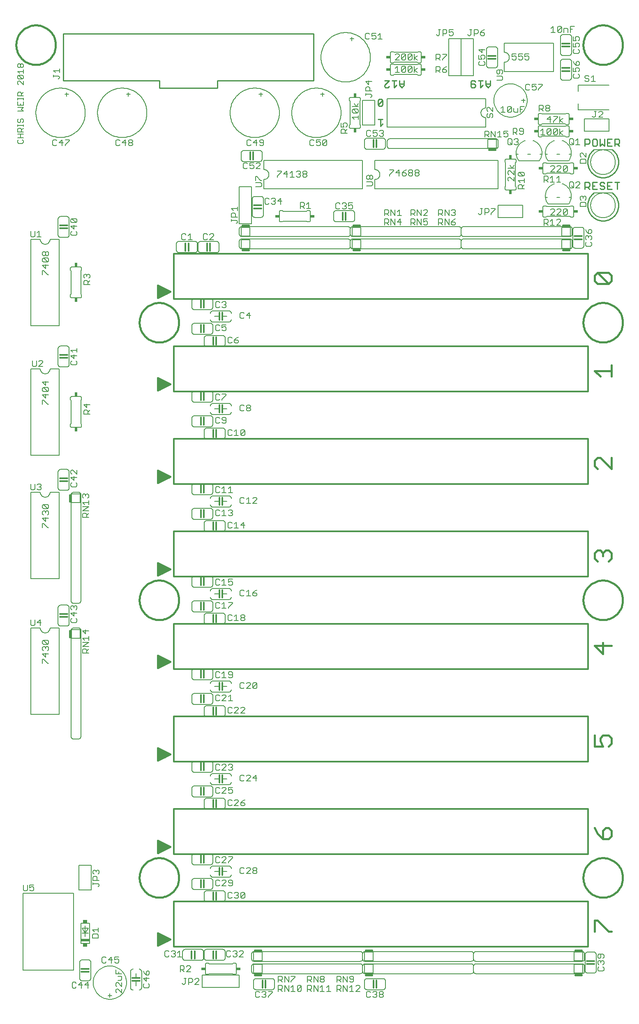
<source format=gto>
G04 This is an RS-274x file exported by *
G04 gerbv version 2.6.0 *
G04 More information is available about gerbv at *
G04 http://gerbv.gpleda.org/ *
G04 --End of header info--*
%MOIN*%
%FSLAX34Y34*%
%IPPOS*%
G04 --Define apertures--*
%ADD10C,0.0160*%
%ADD11C,0.0100*%
%ADD12C,0.0070*%
%ADD13C,0.0050*%
%ADD14C,0.0060*%
%ADD15C,0.0120*%
%ADD16R,0.0240X0.0340*%
%ADD17R,0.0340X0.0240*%
%ADD18C,0.0150*%
%ADD19R,0.0736X0.0200*%
%ADD20R,0.0335X0.0250*%
%ADD21C,0.0080*%
G04 --Start main section--*
G54D10*
G01X0012025Y0005150D02*
G01X0012025Y0006150D01*
G01X0012025Y0006150D02*
G01X0013025Y0005650D01*
G01X0013025Y0005650D02*
G01X0012025Y0005150D01*
G01X0012025Y0005222D02*
G01X0012169Y0005222D01*
G01X0012025Y0005381D02*
G01X0012486Y0005381D01*
G01X0012803Y0005539D02*
G01X0012025Y0005539D01*
G01X0012025Y0005698D02*
G01X0012930Y0005698D01*
G01X0012613Y0005856D02*
G01X0012025Y0005856D01*
G01X0012025Y0006015D02*
G01X0012296Y0006015D01*
G01X0010550Y0010650D02*
G01X0010552Y0010730D01*
G01X0010552Y0010730D02*
G01X0010558Y0010809D01*
G01X0010558Y0010809D02*
G01X0010568Y0010888D01*
G01X0010568Y0010888D02*
G01X0010582Y0010967D01*
G01X0010582Y0010967D02*
G01X0010599Y0011045D01*
G01X0010599Y0011045D02*
G01X0010621Y0011122D01*
G01X0010621Y0011122D02*
G01X0010646Y0011197D01*
G01X0010646Y0011197D02*
G01X0010676Y0011271D01*
G01X0010676Y0011271D02*
G01X0010708Y0011344D01*
G01X0010708Y0011344D02*
G01X0010745Y0011415D01*
G01X0010745Y0011415D02*
G01X0010785Y0011484D01*
G01X0010785Y0011484D02*
G01X0010828Y0011551D01*
G01X0010828Y0011551D02*
G01X0010875Y0011616D01*
G01X0010875Y0011616D02*
G01X0010924Y0011678D01*
G01X0010924Y0011678D02*
G01X0010977Y0011738D01*
G01X0010977Y0011738D02*
G01X0011033Y0011795D01*
G01X0011033Y0011795D02*
G01X0011091Y0011850D01*
G01X0011091Y0011850D02*
G01X0011152Y0011901D01*
G01X0011152Y0011901D02*
G01X0011216Y0011949D01*
G01X0011216Y0011949D02*
G01X0011282Y0011994D01*
G01X0011282Y0011994D02*
G01X0011350Y0012036D01*
G01X0011350Y0012036D02*
G01X0011420Y0012074D01*
G01X0011420Y0012074D02*
G01X0011492Y0012108D01*
G01X0011492Y0012108D02*
G01X0011565Y0012139D01*
G01X0011565Y0012139D02*
G01X0011640Y0012167D01*
G01X0011640Y0012167D02*
G01X0011717Y0012190D01*
G01X0011717Y0012190D02*
G01X0011794Y0012210D01*
G01X0011794Y0012210D02*
G01X0011872Y0012226D01*
G01X0011872Y0012226D02*
G01X0011951Y0012238D01*
G01X0011951Y0012238D02*
G01X0012030Y0012246D01*
G01X0012030Y0012246D02*
G01X0012110Y0012250D01*
G01X0012110Y0012250D02*
G01X0012190Y0012250D01*
G01X0012190Y0012250D02*
G01X0012270Y0012246D01*
G01X0012270Y0012246D02*
G01X0012349Y0012238D01*
G01X0012349Y0012238D02*
G01X0012428Y0012226D01*
G01X0012428Y0012226D02*
G01X0012506Y0012210D01*
G01X0012506Y0012210D02*
G01X0012583Y0012190D01*
G01X0012583Y0012190D02*
G01X0012660Y0012167D01*
G01X0012660Y0012167D02*
G01X0012735Y0012139D01*
G01X0012735Y0012139D02*
G01X0012808Y0012108D01*
G01X0012808Y0012108D02*
G01X0012880Y0012074D01*
G01X0012880Y0012074D02*
G01X0012950Y0012036D01*
G01X0012950Y0012036D02*
G01X0013018Y0011994D01*
G01X0013018Y0011994D02*
G01X0013084Y0011949D01*
G01X0013084Y0011949D02*
G01X0013148Y0011901D01*
G01X0013148Y0011901D02*
G01X0013209Y0011850D01*
G01X0013209Y0011850D02*
G01X0013267Y0011795D01*
G01X0013267Y0011795D02*
G01X0013323Y0011738D01*
G01X0013323Y0011738D02*
G01X0013376Y0011678D01*
G01X0013376Y0011678D02*
G01X0013425Y0011616D01*
G01X0013425Y0011616D02*
G01X0013472Y0011551D01*
G01X0013472Y0011551D02*
G01X0013515Y0011484D01*
G01X0013515Y0011484D02*
G01X0013555Y0011415D01*
G01X0013555Y0011415D02*
G01X0013592Y0011344D01*
G01X0013592Y0011344D02*
G01X0013624Y0011271D01*
G01X0013624Y0011271D02*
G01X0013654Y0011197D01*
G01X0013654Y0011197D02*
G01X0013679Y0011122D01*
G01X0013679Y0011122D02*
G01X0013701Y0011045D01*
G01X0013701Y0011045D02*
G01X0013718Y0010967D01*
G01X0013718Y0010967D02*
G01X0013732Y0010888D01*
G01X0013732Y0010888D02*
G01X0013742Y0010809D01*
G01X0013742Y0010809D02*
G01X0013748Y0010730D01*
G01X0013748Y0010730D02*
G01X0013750Y0010650D01*
G01X0013750Y0010650D02*
G01X0013748Y0010570D01*
G01X0013748Y0010570D02*
G01X0013742Y0010491D01*
G01X0013742Y0010491D02*
G01X0013732Y0010412D01*
G01X0013732Y0010412D02*
G01X0013718Y0010333D01*
G01X0013718Y0010333D02*
G01X0013701Y0010255D01*
G01X0013701Y0010255D02*
G01X0013679Y0010178D01*
G01X0013679Y0010178D02*
G01X0013654Y0010103D01*
G01X0013654Y0010103D02*
G01X0013624Y0010029D01*
G01X0013624Y0010029D02*
G01X0013592Y0009956D01*
G01X0013592Y0009956D02*
G01X0013555Y0009885D01*
G01X0013555Y0009885D02*
G01X0013515Y0009816D01*
G01X0013515Y0009816D02*
G01X0013472Y0009749D01*
G01X0013472Y0009749D02*
G01X0013425Y0009684D01*
G01X0013425Y0009684D02*
G01X0013376Y0009622D01*
G01X0013376Y0009622D02*
G01X0013323Y0009562D01*
G01X0013323Y0009562D02*
G01X0013267Y0009505D01*
G01X0013267Y0009505D02*
G01X0013209Y0009450D01*
G01X0013209Y0009450D02*
G01X0013148Y0009399D01*
G01X0013148Y0009399D02*
G01X0013084Y0009351D01*
G01X0013084Y0009351D02*
G01X0013018Y0009306D01*
G01X0013018Y0009306D02*
G01X0012950Y0009264D01*
G01X0012950Y0009264D02*
G01X0012880Y0009226D01*
G01X0012880Y0009226D02*
G01X0012808Y0009192D01*
G01X0012808Y0009192D02*
G01X0012735Y0009161D01*
G01X0012735Y0009161D02*
G01X0012660Y0009133D01*
G01X0012660Y0009133D02*
G01X0012583Y0009110D01*
G01X0012583Y0009110D02*
G01X0012506Y0009090D01*
G01X0012506Y0009090D02*
G01X0012428Y0009074D01*
G01X0012428Y0009074D02*
G01X0012349Y0009062D01*
G01X0012349Y0009062D02*
G01X0012270Y0009054D01*
G01X0012270Y0009054D02*
G01X0012190Y0009050D01*
G01X0012190Y0009050D02*
G01X0012110Y0009050D01*
G01X0012110Y0009050D02*
G01X0012030Y0009054D01*
G01X0012030Y0009054D02*
G01X0011951Y0009062D01*
G01X0011951Y0009062D02*
G01X0011872Y0009074D01*
G01X0011872Y0009074D02*
G01X0011794Y0009090D01*
G01X0011794Y0009090D02*
G01X0011717Y0009110D01*
G01X0011717Y0009110D02*
G01X0011640Y0009133D01*
G01X0011640Y0009133D02*
G01X0011565Y0009161D01*
G01X0011565Y0009161D02*
G01X0011492Y0009192D01*
G01X0011492Y0009192D02*
G01X0011420Y0009226D01*
G01X0011420Y0009226D02*
G01X0011350Y0009264D01*
G01X0011350Y0009264D02*
G01X0011282Y0009306D01*
G01X0011282Y0009306D02*
G01X0011216Y0009351D01*
G01X0011216Y0009351D02*
G01X0011152Y0009399D01*
G01X0011152Y0009399D02*
G01X0011091Y0009450D01*
G01X0011091Y0009450D02*
G01X0011033Y0009505D01*
G01X0011033Y0009505D02*
G01X0010977Y0009562D01*
G01X0010977Y0009562D02*
G01X0010924Y0009622D01*
G01X0010924Y0009622D02*
G01X0010875Y0009684D01*
G01X0010875Y0009684D02*
G01X0010828Y0009749D01*
G01X0010828Y0009749D02*
G01X0010785Y0009816D01*
G01X0010785Y0009816D02*
G01X0010745Y0009885D01*
G01X0010745Y0009885D02*
G01X0010708Y0009956D01*
G01X0010708Y0009956D02*
G01X0010676Y0010029D01*
G01X0010676Y0010029D02*
G01X0010646Y0010103D01*
G01X0010646Y0010103D02*
G01X0010621Y0010178D01*
G01X0010621Y0010178D02*
G01X0010599Y0010255D01*
G01X0010599Y0010255D02*
G01X0010582Y0010333D01*
G01X0010582Y0010333D02*
G01X0010568Y0010412D01*
G01X0010568Y0010412D02*
G01X0010558Y0010491D01*
G01X0010558Y0010491D02*
G01X0010552Y0010570D01*
G01X0010552Y0010570D02*
G01X0010550Y0010650D01*
G01X0012025Y0012650D02*
G01X0012025Y0013650D01*
G01X0012025Y0013650D02*
G01X0013025Y0013150D01*
G01X0013025Y0013150D02*
G01X0012025Y0012650D01*
G01X0012025Y0012672D02*
G01X0012068Y0012672D01*
G01X0012025Y0012830D02*
G01X0012385Y0012830D01*
G01X0012702Y0012989D02*
G01X0012025Y0012989D01*
G01X0012025Y0013147D02*
G01X0013019Y0013147D01*
G01X0012714Y0013306D02*
G01X0012025Y0013306D01*
G01X0012025Y0013464D02*
G01X0012397Y0013464D01*
G01X0012080Y0013623D02*
G01X0012025Y0013623D01*
G01X0012025Y0020150D02*
G01X0012025Y0021150D01*
G01X0012025Y0021150D02*
G01X0013025Y0020650D01*
G01X0013025Y0020650D02*
G01X0012025Y0020150D01*
G01X0012025Y0020280D02*
G01X0012284Y0020280D01*
G01X0012025Y0020438D02*
G01X0012601Y0020438D01*
G01X0012918Y0020597D02*
G01X0012025Y0020597D01*
G01X0012025Y0020755D02*
G01X0012815Y0020755D01*
G01X0012498Y0020914D02*
G01X0012025Y0020914D01*
G01X0012025Y0021072D02*
G01X0012181Y0021072D01*
G01X0012025Y0027650D02*
G01X0012025Y0028650D01*
G01X0012025Y0028650D02*
G01X0013025Y0028150D01*
G01X0013025Y0028150D02*
G01X0012025Y0027650D01*
G01X0012025Y0027729D02*
G01X0012183Y0027729D01*
G01X0012025Y0027888D02*
G01X0012500Y0027888D01*
G01X0012817Y0028046D02*
G01X0012025Y0028046D01*
G01X0012025Y0028205D02*
G01X0012916Y0028205D01*
G01X0012599Y0028363D02*
G01X0012025Y0028363D01*
G01X0012025Y0028522D02*
G01X0012282Y0028522D01*
G01X0010550Y0033150D02*
G01X0010552Y0033230D01*
G01X0010552Y0033230D02*
G01X0010558Y0033309D01*
G01X0010558Y0033309D02*
G01X0010568Y0033388D01*
G01X0010568Y0033388D02*
G01X0010582Y0033467D01*
G01X0010582Y0033467D02*
G01X0010599Y0033545D01*
G01X0010599Y0033545D02*
G01X0010621Y0033622D01*
G01X0010621Y0033622D02*
G01X0010646Y0033697D01*
G01X0010646Y0033697D02*
G01X0010676Y0033771D01*
G01X0010676Y0033771D02*
G01X0010708Y0033844D01*
G01X0010708Y0033844D02*
G01X0010745Y0033915D01*
G01X0010745Y0033915D02*
G01X0010785Y0033984D01*
G01X0010785Y0033984D02*
G01X0010828Y0034051D01*
G01X0010828Y0034051D02*
G01X0010875Y0034116D01*
G01X0010875Y0034116D02*
G01X0010924Y0034178D01*
G01X0010924Y0034178D02*
G01X0010977Y0034238D01*
G01X0010977Y0034238D02*
G01X0011033Y0034295D01*
G01X0011033Y0034295D02*
G01X0011091Y0034350D01*
G01X0011091Y0034350D02*
G01X0011152Y0034401D01*
G01X0011152Y0034401D02*
G01X0011216Y0034449D01*
G01X0011216Y0034449D02*
G01X0011282Y0034494D01*
G01X0011282Y0034494D02*
G01X0011350Y0034536D01*
G01X0011350Y0034536D02*
G01X0011420Y0034574D01*
G01X0011420Y0034574D02*
G01X0011492Y0034608D01*
G01X0011492Y0034608D02*
G01X0011565Y0034639D01*
G01X0011565Y0034639D02*
G01X0011640Y0034667D01*
G01X0011640Y0034667D02*
G01X0011717Y0034690D01*
G01X0011717Y0034690D02*
G01X0011794Y0034710D01*
G01X0011794Y0034710D02*
G01X0011872Y0034726D01*
G01X0011872Y0034726D02*
G01X0011951Y0034738D01*
G01X0011951Y0034738D02*
G01X0012030Y0034746D01*
G01X0012030Y0034746D02*
G01X0012110Y0034750D01*
G01X0012110Y0034750D02*
G01X0012190Y0034750D01*
G01X0012190Y0034750D02*
G01X0012270Y0034746D01*
G01X0012270Y0034746D02*
G01X0012349Y0034738D01*
G01X0012349Y0034738D02*
G01X0012428Y0034726D01*
G01X0012428Y0034726D02*
G01X0012506Y0034710D01*
G01X0012506Y0034710D02*
G01X0012583Y0034690D01*
G01X0012583Y0034690D02*
G01X0012660Y0034667D01*
G01X0012660Y0034667D02*
G01X0012735Y0034639D01*
G01X0012735Y0034639D02*
G01X0012808Y0034608D01*
G01X0012808Y0034608D02*
G01X0012880Y0034574D01*
G01X0012880Y0034574D02*
G01X0012950Y0034536D01*
G01X0012950Y0034536D02*
G01X0013018Y0034494D01*
G01X0013018Y0034494D02*
G01X0013084Y0034449D01*
G01X0013084Y0034449D02*
G01X0013148Y0034401D01*
G01X0013148Y0034401D02*
G01X0013209Y0034350D01*
G01X0013209Y0034350D02*
G01X0013267Y0034295D01*
G01X0013267Y0034295D02*
G01X0013323Y0034238D01*
G01X0013323Y0034238D02*
G01X0013376Y0034178D01*
G01X0013376Y0034178D02*
G01X0013425Y0034116D01*
G01X0013425Y0034116D02*
G01X0013472Y0034051D01*
G01X0013472Y0034051D02*
G01X0013515Y0033984D01*
G01X0013515Y0033984D02*
G01X0013555Y0033915D01*
G01X0013555Y0033915D02*
G01X0013592Y0033844D01*
G01X0013592Y0033844D02*
G01X0013624Y0033771D01*
G01X0013624Y0033771D02*
G01X0013654Y0033697D01*
G01X0013654Y0033697D02*
G01X0013679Y0033622D01*
G01X0013679Y0033622D02*
G01X0013701Y0033545D01*
G01X0013701Y0033545D02*
G01X0013718Y0033467D01*
G01X0013718Y0033467D02*
G01X0013732Y0033388D01*
G01X0013732Y0033388D02*
G01X0013742Y0033309D01*
G01X0013742Y0033309D02*
G01X0013748Y0033230D01*
G01X0013748Y0033230D02*
G01X0013750Y0033150D01*
G01X0013750Y0033150D02*
G01X0013748Y0033070D01*
G01X0013748Y0033070D02*
G01X0013742Y0032991D01*
G01X0013742Y0032991D02*
G01X0013732Y0032912D01*
G01X0013732Y0032912D02*
G01X0013718Y0032833D01*
G01X0013718Y0032833D02*
G01X0013701Y0032755D01*
G01X0013701Y0032755D02*
G01X0013679Y0032678D01*
G01X0013679Y0032678D02*
G01X0013654Y0032603D01*
G01X0013654Y0032603D02*
G01X0013624Y0032529D01*
G01X0013624Y0032529D02*
G01X0013592Y0032456D01*
G01X0013592Y0032456D02*
G01X0013555Y0032385D01*
G01X0013555Y0032385D02*
G01X0013515Y0032316D01*
G01X0013515Y0032316D02*
G01X0013472Y0032249D01*
G01X0013472Y0032249D02*
G01X0013425Y0032184D01*
G01X0013425Y0032184D02*
G01X0013376Y0032122D01*
G01X0013376Y0032122D02*
G01X0013323Y0032062D01*
G01X0013323Y0032062D02*
G01X0013267Y0032005D01*
G01X0013267Y0032005D02*
G01X0013209Y0031950D01*
G01X0013209Y0031950D02*
G01X0013148Y0031899D01*
G01X0013148Y0031899D02*
G01X0013084Y0031851D01*
G01X0013084Y0031851D02*
G01X0013018Y0031806D01*
G01X0013018Y0031806D02*
G01X0012950Y0031764D01*
G01X0012950Y0031764D02*
G01X0012880Y0031726D01*
G01X0012880Y0031726D02*
G01X0012808Y0031692D01*
G01X0012808Y0031692D02*
G01X0012735Y0031661D01*
G01X0012735Y0031661D02*
G01X0012660Y0031633D01*
G01X0012660Y0031633D02*
G01X0012583Y0031610D01*
G01X0012583Y0031610D02*
G01X0012506Y0031590D01*
G01X0012506Y0031590D02*
G01X0012428Y0031574D01*
G01X0012428Y0031574D02*
G01X0012349Y0031562D01*
G01X0012349Y0031562D02*
G01X0012270Y0031554D01*
G01X0012270Y0031554D02*
G01X0012190Y0031550D01*
G01X0012190Y0031550D02*
G01X0012110Y0031550D01*
G01X0012110Y0031550D02*
G01X0012030Y0031554D01*
G01X0012030Y0031554D02*
G01X0011951Y0031562D01*
G01X0011951Y0031562D02*
G01X0011872Y0031574D01*
G01X0011872Y0031574D02*
G01X0011794Y0031590D01*
G01X0011794Y0031590D02*
G01X0011717Y0031610D01*
G01X0011717Y0031610D02*
G01X0011640Y0031633D01*
G01X0011640Y0031633D02*
G01X0011565Y0031661D01*
G01X0011565Y0031661D02*
G01X0011492Y0031692D01*
G01X0011492Y0031692D02*
G01X0011420Y0031726D01*
G01X0011420Y0031726D02*
G01X0011350Y0031764D01*
G01X0011350Y0031764D02*
G01X0011282Y0031806D01*
G01X0011282Y0031806D02*
G01X0011216Y0031851D01*
G01X0011216Y0031851D02*
G01X0011152Y0031899D01*
G01X0011152Y0031899D02*
G01X0011091Y0031950D01*
G01X0011091Y0031950D02*
G01X0011033Y0032005D01*
G01X0011033Y0032005D02*
G01X0010977Y0032062D01*
G01X0010977Y0032062D02*
G01X0010924Y0032122D01*
G01X0010924Y0032122D02*
G01X0010875Y0032184D01*
G01X0010875Y0032184D02*
G01X0010828Y0032249D01*
G01X0010828Y0032249D02*
G01X0010785Y0032316D01*
G01X0010785Y0032316D02*
G01X0010745Y0032385D01*
G01X0010745Y0032385D02*
G01X0010708Y0032456D01*
G01X0010708Y0032456D02*
G01X0010676Y0032529D01*
G01X0010676Y0032529D02*
G01X0010646Y0032603D01*
G01X0010646Y0032603D02*
G01X0010621Y0032678D01*
G01X0010621Y0032678D02*
G01X0010599Y0032755D01*
G01X0010599Y0032755D02*
G01X0010582Y0032833D01*
G01X0010582Y0032833D02*
G01X0010568Y0032912D01*
G01X0010568Y0032912D02*
G01X0010558Y0032991D01*
G01X0010558Y0032991D02*
G01X0010552Y0033070D01*
G01X0010552Y0033070D02*
G01X0010550Y0033150D01*
G01X0012025Y0035150D02*
G01X0012025Y0036150D01*
G01X0012025Y0036150D02*
G01X0013025Y0035650D01*
G01X0013025Y0035650D02*
G01X0012025Y0035150D01*
G01X0012025Y0035179D02*
G01X0012082Y0035179D01*
G01X0012025Y0035337D02*
G01X0012399Y0035337D01*
G01X0012716Y0035496D02*
G01X0012025Y0035496D01*
G01X0012025Y0035654D02*
G01X0013017Y0035654D01*
G01X0012700Y0035813D02*
G01X0012025Y0035813D01*
G01X0012025Y0035971D02*
G01X0012383Y0035971D01*
G01X0012066Y0036130D02*
G01X0012025Y0036130D01*
G01X0012025Y0042650D02*
G01X0012025Y0043650D01*
G01X0012025Y0043650D02*
G01X0013025Y0043150D01*
G01X0013025Y0043150D02*
G01X0012025Y0042650D01*
G01X0012025Y0042787D02*
G01X0012298Y0042787D01*
G01X0012025Y0042945D02*
G01X0012615Y0042945D01*
G01X0012932Y0043104D02*
G01X0012025Y0043104D01*
G01X0012025Y0043262D02*
G01X0012801Y0043262D01*
G01X0012484Y0043421D02*
G01X0012025Y0043421D01*
G01X0012025Y0043579D02*
G01X0012167Y0043579D01*
G01X0012025Y0050150D02*
G01X0012025Y0051150D01*
G01X0012025Y0051150D02*
G01X0013025Y0050650D01*
G01X0013025Y0050650D02*
G01X0012025Y0050150D01*
G01X0012025Y0050236D02*
G01X0012197Y0050236D01*
G01X0012025Y0050395D02*
G01X0012514Y0050395D01*
G01X0012831Y0050553D02*
G01X0012025Y0050553D01*
G01X0012025Y0050712D02*
G01X0012902Y0050712D01*
G01X0012585Y0050870D02*
G01X0012025Y0050870D01*
G01X0012025Y0051029D02*
G01X0012268Y0051029D01*
G01X0010550Y0055650D02*
G01X0010552Y0055730D01*
G01X0010552Y0055730D02*
G01X0010558Y0055809D01*
G01X0010558Y0055809D02*
G01X0010568Y0055888D01*
G01X0010568Y0055888D02*
G01X0010582Y0055967D01*
G01X0010582Y0055967D02*
G01X0010599Y0056045D01*
G01X0010599Y0056045D02*
G01X0010621Y0056122D01*
G01X0010621Y0056122D02*
G01X0010646Y0056197D01*
G01X0010646Y0056197D02*
G01X0010676Y0056271D01*
G01X0010676Y0056271D02*
G01X0010708Y0056344D01*
G01X0010708Y0056344D02*
G01X0010745Y0056415D01*
G01X0010745Y0056415D02*
G01X0010785Y0056484D01*
G01X0010785Y0056484D02*
G01X0010828Y0056551D01*
G01X0010828Y0056551D02*
G01X0010875Y0056616D01*
G01X0010875Y0056616D02*
G01X0010924Y0056678D01*
G01X0010924Y0056678D02*
G01X0010977Y0056738D01*
G01X0010977Y0056738D02*
G01X0011033Y0056795D01*
G01X0011033Y0056795D02*
G01X0011091Y0056850D01*
G01X0011091Y0056850D02*
G01X0011152Y0056901D01*
G01X0011152Y0056901D02*
G01X0011216Y0056949D01*
G01X0011216Y0056949D02*
G01X0011282Y0056994D01*
G01X0011282Y0056994D02*
G01X0011350Y0057036D01*
G01X0011350Y0057036D02*
G01X0011420Y0057074D01*
G01X0011420Y0057074D02*
G01X0011492Y0057108D01*
G01X0011492Y0057108D02*
G01X0011565Y0057139D01*
G01X0011565Y0057139D02*
G01X0011640Y0057167D01*
G01X0011640Y0057167D02*
G01X0011717Y0057190D01*
G01X0011717Y0057190D02*
G01X0011794Y0057210D01*
G01X0011794Y0057210D02*
G01X0011872Y0057226D01*
G01X0011872Y0057226D02*
G01X0011951Y0057238D01*
G01X0011951Y0057238D02*
G01X0012030Y0057246D01*
G01X0012030Y0057246D02*
G01X0012110Y0057250D01*
G01X0012110Y0057250D02*
G01X0012190Y0057250D01*
G01X0012190Y0057250D02*
G01X0012270Y0057246D01*
G01X0012270Y0057246D02*
G01X0012349Y0057238D01*
G01X0012349Y0057238D02*
G01X0012428Y0057226D01*
G01X0012428Y0057226D02*
G01X0012506Y0057210D01*
G01X0012506Y0057210D02*
G01X0012583Y0057190D01*
G01X0012583Y0057190D02*
G01X0012660Y0057167D01*
G01X0012660Y0057167D02*
G01X0012735Y0057139D01*
G01X0012735Y0057139D02*
G01X0012808Y0057108D01*
G01X0012808Y0057108D02*
G01X0012880Y0057074D01*
G01X0012880Y0057074D02*
G01X0012950Y0057036D01*
G01X0012950Y0057036D02*
G01X0013018Y0056994D01*
G01X0013018Y0056994D02*
G01X0013084Y0056949D01*
G01X0013084Y0056949D02*
G01X0013148Y0056901D01*
G01X0013148Y0056901D02*
G01X0013209Y0056850D01*
G01X0013209Y0056850D02*
G01X0013267Y0056795D01*
G01X0013267Y0056795D02*
G01X0013323Y0056738D01*
G01X0013323Y0056738D02*
G01X0013376Y0056678D01*
G01X0013376Y0056678D02*
G01X0013425Y0056616D01*
G01X0013425Y0056616D02*
G01X0013472Y0056551D01*
G01X0013472Y0056551D02*
G01X0013515Y0056484D01*
G01X0013515Y0056484D02*
G01X0013555Y0056415D01*
G01X0013555Y0056415D02*
G01X0013592Y0056344D01*
G01X0013592Y0056344D02*
G01X0013624Y0056271D01*
G01X0013624Y0056271D02*
G01X0013654Y0056197D01*
G01X0013654Y0056197D02*
G01X0013679Y0056122D01*
G01X0013679Y0056122D02*
G01X0013701Y0056045D01*
G01X0013701Y0056045D02*
G01X0013718Y0055967D01*
G01X0013718Y0055967D02*
G01X0013732Y0055888D01*
G01X0013732Y0055888D02*
G01X0013742Y0055809D01*
G01X0013742Y0055809D02*
G01X0013748Y0055730D01*
G01X0013748Y0055730D02*
G01X0013750Y0055650D01*
G01X0013750Y0055650D02*
G01X0013748Y0055570D01*
G01X0013748Y0055570D02*
G01X0013742Y0055491D01*
G01X0013742Y0055491D02*
G01X0013732Y0055412D01*
G01X0013732Y0055412D02*
G01X0013718Y0055333D01*
G01X0013718Y0055333D02*
G01X0013701Y0055255D01*
G01X0013701Y0055255D02*
G01X0013679Y0055178D01*
G01X0013679Y0055178D02*
G01X0013654Y0055103D01*
G01X0013654Y0055103D02*
G01X0013624Y0055029D01*
G01X0013624Y0055029D02*
G01X0013592Y0054956D01*
G01X0013592Y0054956D02*
G01X0013555Y0054885D01*
G01X0013555Y0054885D02*
G01X0013515Y0054816D01*
G01X0013515Y0054816D02*
G01X0013472Y0054749D01*
G01X0013472Y0054749D02*
G01X0013425Y0054684D01*
G01X0013425Y0054684D02*
G01X0013376Y0054622D01*
G01X0013376Y0054622D02*
G01X0013323Y0054562D01*
G01X0013323Y0054562D02*
G01X0013267Y0054505D01*
G01X0013267Y0054505D02*
G01X0013209Y0054450D01*
G01X0013209Y0054450D02*
G01X0013148Y0054399D01*
G01X0013148Y0054399D02*
G01X0013084Y0054351D01*
G01X0013084Y0054351D02*
G01X0013018Y0054306D01*
G01X0013018Y0054306D02*
G01X0012950Y0054264D01*
G01X0012950Y0054264D02*
G01X0012880Y0054226D01*
G01X0012880Y0054226D02*
G01X0012808Y0054192D01*
G01X0012808Y0054192D02*
G01X0012735Y0054161D01*
G01X0012735Y0054161D02*
G01X0012660Y0054133D01*
G01X0012660Y0054133D02*
G01X0012583Y0054110D01*
G01X0012583Y0054110D02*
G01X0012506Y0054090D01*
G01X0012506Y0054090D02*
G01X0012428Y0054074D01*
G01X0012428Y0054074D02*
G01X0012349Y0054062D01*
G01X0012349Y0054062D02*
G01X0012270Y0054054D01*
G01X0012270Y0054054D02*
G01X0012190Y0054050D01*
G01X0012190Y0054050D02*
G01X0012110Y0054050D01*
G01X0012110Y0054050D02*
G01X0012030Y0054054D01*
G01X0012030Y0054054D02*
G01X0011951Y0054062D01*
G01X0011951Y0054062D02*
G01X0011872Y0054074D01*
G01X0011872Y0054074D02*
G01X0011794Y0054090D01*
G01X0011794Y0054090D02*
G01X0011717Y0054110D01*
G01X0011717Y0054110D02*
G01X0011640Y0054133D01*
G01X0011640Y0054133D02*
G01X0011565Y0054161D01*
G01X0011565Y0054161D02*
G01X0011492Y0054192D01*
G01X0011492Y0054192D02*
G01X0011420Y0054226D01*
G01X0011420Y0054226D02*
G01X0011350Y0054264D01*
G01X0011350Y0054264D02*
G01X0011282Y0054306D01*
G01X0011282Y0054306D02*
G01X0011216Y0054351D01*
G01X0011216Y0054351D02*
G01X0011152Y0054399D01*
G01X0011152Y0054399D02*
G01X0011091Y0054450D01*
G01X0011091Y0054450D02*
G01X0011033Y0054505D01*
G01X0011033Y0054505D02*
G01X0010977Y0054562D01*
G01X0010977Y0054562D02*
G01X0010924Y0054622D01*
G01X0010924Y0054622D02*
G01X0010875Y0054684D01*
G01X0010875Y0054684D02*
G01X0010828Y0054749D01*
G01X0010828Y0054749D02*
G01X0010785Y0054816D01*
G01X0010785Y0054816D02*
G01X0010745Y0054885D01*
G01X0010745Y0054885D02*
G01X0010708Y0054956D01*
G01X0010708Y0054956D02*
G01X0010676Y0055029D01*
G01X0010676Y0055029D02*
G01X0010646Y0055103D01*
G01X0010646Y0055103D02*
G01X0010621Y0055178D01*
G01X0010621Y0055178D02*
G01X0010599Y0055255D01*
G01X0010599Y0055255D02*
G01X0010582Y0055333D01*
G01X0010582Y0055333D02*
G01X0010568Y0055412D01*
G01X0010568Y0055412D02*
G01X0010558Y0055491D01*
G01X0010558Y0055491D02*
G01X0010552Y0055570D01*
G01X0010552Y0055570D02*
G01X0010550Y0055650D01*
G01X0012025Y0057650D02*
G01X0012025Y0058650D01*
G01X0012025Y0058650D02*
G01X0013025Y0058150D01*
G01X0013025Y0058150D02*
G01X0012025Y0057650D01*
G01X0012025Y0057686D02*
G01X0012096Y0057686D01*
G01X0012025Y0057844D02*
G01X0012413Y0057844D01*
G01X0012730Y0058003D02*
G01X0012025Y0058003D01*
G01X0012025Y0058161D02*
G01X0013003Y0058161D01*
G01X0012686Y0058320D02*
G01X0012025Y0058320D01*
G01X0012025Y0058478D02*
G01X0012369Y0058478D01*
G01X0012052Y0058637D02*
G01X0012025Y0058637D01*
G01X0018900Y0061525D02*
G01X0019400Y0061525D01*
G01X0019400Y0063525D02*
G01X0018900Y0063525D01*
G01X0027900Y0063525D02*
G01X0028400Y0063525D01*
G01X0028400Y0061525D02*
G01X0027900Y0061525D01*
G01X0038900Y0069650D02*
G01X0039400Y0069650D01*
G01X0044900Y0063525D02*
G01X0045400Y0063525D01*
G01X0045400Y0061525D02*
G01X0044900Y0061525D01*
G01X0046550Y0055650D02*
G01X0046552Y0055730D01*
G01X0046552Y0055730D02*
G01X0046558Y0055809D01*
G01X0046558Y0055809D02*
G01X0046568Y0055888D01*
G01X0046568Y0055888D02*
G01X0046582Y0055967D01*
G01X0046582Y0055967D02*
G01X0046599Y0056045D01*
G01X0046599Y0056045D02*
G01X0046621Y0056122D01*
G01X0046621Y0056122D02*
G01X0046646Y0056197D01*
G01X0046646Y0056197D02*
G01X0046676Y0056271D01*
G01X0046676Y0056271D02*
G01X0046708Y0056344D01*
G01X0046708Y0056344D02*
G01X0046745Y0056415D01*
G01X0046745Y0056415D02*
G01X0046785Y0056484D01*
G01X0046785Y0056484D02*
G01X0046828Y0056551D01*
G01X0046828Y0056551D02*
G01X0046875Y0056616D01*
G01X0046875Y0056616D02*
G01X0046924Y0056678D01*
G01X0046924Y0056678D02*
G01X0046977Y0056738D01*
G01X0046977Y0056738D02*
G01X0047033Y0056795D01*
G01X0047033Y0056795D02*
G01X0047091Y0056850D01*
G01X0047091Y0056850D02*
G01X0047152Y0056901D01*
G01X0047152Y0056901D02*
G01X0047216Y0056949D01*
G01X0047216Y0056949D02*
G01X0047282Y0056994D01*
G01X0047282Y0056994D02*
G01X0047350Y0057036D01*
G01X0047350Y0057036D02*
G01X0047420Y0057074D01*
G01X0047420Y0057074D02*
G01X0047492Y0057108D01*
G01X0047492Y0057108D02*
G01X0047565Y0057139D01*
G01X0047565Y0057139D02*
G01X0047640Y0057167D01*
G01X0047640Y0057167D02*
G01X0047717Y0057190D01*
G01X0047717Y0057190D02*
G01X0047794Y0057210D01*
G01X0047794Y0057210D02*
G01X0047872Y0057226D01*
G01X0047872Y0057226D02*
G01X0047951Y0057238D01*
G01X0047951Y0057238D02*
G01X0048030Y0057246D01*
G01X0048030Y0057246D02*
G01X0048110Y0057250D01*
G01X0048110Y0057250D02*
G01X0048190Y0057250D01*
G01X0048190Y0057250D02*
G01X0048270Y0057246D01*
G01X0048270Y0057246D02*
G01X0048349Y0057238D01*
G01X0048349Y0057238D02*
G01X0048428Y0057226D01*
G01X0048428Y0057226D02*
G01X0048506Y0057210D01*
G01X0048506Y0057210D02*
G01X0048583Y0057190D01*
G01X0048583Y0057190D02*
G01X0048660Y0057167D01*
G01X0048660Y0057167D02*
G01X0048735Y0057139D01*
G01X0048735Y0057139D02*
G01X0048808Y0057108D01*
G01X0048808Y0057108D02*
G01X0048880Y0057074D01*
G01X0048880Y0057074D02*
G01X0048950Y0057036D01*
G01X0048950Y0057036D02*
G01X0049018Y0056994D01*
G01X0049018Y0056994D02*
G01X0049084Y0056949D01*
G01X0049084Y0056949D02*
G01X0049148Y0056901D01*
G01X0049148Y0056901D02*
G01X0049209Y0056850D01*
G01X0049209Y0056850D02*
G01X0049267Y0056795D01*
G01X0049267Y0056795D02*
G01X0049323Y0056738D01*
G01X0049323Y0056738D02*
G01X0049376Y0056678D01*
G01X0049376Y0056678D02*
G01X0049425Y0056616D01*
G01X0049425Y0056616D02*
G01X0049472Y0056551D01*
G01X0049472Y0056551D02*
G01X0049515Y0056484D01*
G01X0049515Y0056484D02*
G01X0049555Y0056415D01*
G01X0049555Y0056415D02*
G01X0049592Y0056344D01*
G01X0049592Y0056344D02*
G01X0049624Y0056271D01*
G01X0049624Y0056271D02*
G01X0049654Y0056197D01*
G01X0049654Y0056197D02*
G01X0049679Y0056122D01*
G01X0049679Y0056122D02*
G01X0049701Y0056045D01*
G01X0049701Y0056045D02*
G01X0049718Y0055967D01*
G01X0049718Y0055967D02*
G01X0049732Y0055888D01*
G01X0049732Y0055888D02*
G01X0049742Y0055809D01*
G01X0049742Y0055809D02*
G01X0049748Y0055730D01*
G01X0049748Y0055730D02*
G01X0049750Y0055650D01*
G01X0049750Y0055650D02*
G01X0049748Y0055570D01*
G01X0049748Y0055570D02*
G01X0049742Y0055491D01*
G01X0049742Y0055491D02*
G01X0049732Y0055412D01*
G01X0049732Y0055412D02*
G01X0049718Y0055333D01*
G01X0049718Y0055333D02*
G01X0049701Y0055255D01*
G01X0049701Y0055255D02*
G01X0049679Y0055178D01*
G01X0049679Y0055178D02*
G01X0049654Y0055103D01*
G01X0049654Y0055103D02*
G01X0049624Y0055029D01*
G01X0049624Y0055029D02*
G01X0049592Y0054956D01*
G01X0049592Y0054956D02*
G01X0049555Y0054885D01*
G01X0049555Y0054885D02*
G01X0049515Y0054816D01*
G01X0049515Y0054816D02*
G01X0049472Y0054749D01*
G01X0049472Y0054749D02*
G01X0049425Y0054684D01*
G01X0049425Y0054684D02*
G01X0049376Y0054622D01*
G01X0049376Y0054622D02*
G01X0049323Y0054562D01*
G01X0049323Y0054562D02*
G01X0049267Y0054505D01*
G01X0049267Y0054505D02*
G01X0049209Y0054450D01*
G01X0049209Y0054450D02*
G01X0049148Y0054399D01*
G01X0049148Y0054399D02*
G01X0049084Y0054351D01*
G01X0049084Y0054351D02*
G01X0049018Y0054306D01*
G01X0049018Y0054306D02*
G01X0048950Y0054264D01*
G01X0048950Y0054264D02*
G01X0048880Y0054226D01*
G01X0048880Y0054226D02*
G01X0048808Y0054192D01*
G01X0048808Y0054192D02*
G01X0048735Y0054161D01*
G01X0048735Y0054161D02*
G01X0048660Y0054133D01*
G01X0048660Y0054133D02*
G01X0048583Y0054110D01*
G01X0048583Y0054110D02*
G01X0048506Y0054090D01*
G01X0048506Y0054090D02*
G01X0048428Y0054074D01*
G01X0048428Y0054074D02*
G01X0048349Y0054062D01*
G01X0048349Y0054062D02*
G01X0048270Y0054054D01*
G01X0048270Y0054054D02*
G01X0048190Y0054050D01*
G01X0048190Y0054050D02*
G01X0048110Y0054050D01*
G01X0048110Y0054050D02*
G01X0048030Y0054054D01*
G01X0048030Y0054054D02*
G01X0047951Y0054062D01*
G01X0047951Y0054062D02*
G01X0047872Y0054074D01*
G01X0047872Y0054074D02*
G01X0047794Y0054090D01*
G01X0047794Y0054090D02*
G01X0047717Y0054110D01*
G01X0047717Y0054110D02*
G01X0047640Y0054133D01*
G01X0047640Y0054133D02*
G01X0047565Y0054161D01*
G01X0047565Y0054161D02*
G01X0047492Y0054192D01*
G01X0047492Y0054192D02*
G01X0047420Y0054226D01*
G01X0047420Y0054226D02*
G01X0047350Y0054264D01*
G01X0047350Y0054264D02*
G01X0047282Y0054306D01*
G01X0047282Y0054306D02*
G01X0047216Y0054351D01*
G01X0047216Y0054351D02*
G01X0047152Y0054399D01*
G01X0047152Y0054399D02*
G01X0047091Y0054450D01*
G01X0047091Y0054450D02*
G01X0047033Y0054505D01*
G01X0047033Y0054505D02*
G01X0046977Y0054562D01*
G01X0046977Y0054562D02*
G01X0046924Y0054622D01*
G01X0046924Y0054622D02*
G01X0046875Y0054684D01*
G01X0046875Y0054684D02*
G01X0046828Y0054749D01*
G01X0046828Y0054749D02*
G01X0046785Y0054816D01*
G01X0046785Y0054816D02*
G01X0046745Y0054885D01*
G01X0046745Y0054885D02*
G01X0046708Y0054956D01*
G01X0046708Y0054956D02*
G01X0046676Y0055029D01*
G01X0046676Y0055029D02*
G01X0046646Y0055103D01*
G01X0046646Y0055103D02*
G01X0046621Y0055178D01*
G01X0046621Y0055178D02*
G01X0046599Y0055255D01*
G01X0046599Y0055255D02*
G01X0046582Y0055333D01*
G01X0046582Y0055333D02*
G01X0046568Y0055412D01*
G01X0046568Y0055412D02*
G01X0046558Y0055491D01*
G01X0046558Y0055491D02*
G01X0046552Y0055570D01*
G01X0046552Y0055570D02*
G01X0046550Y0055650D01*
G01X0046550Y0033150D02*
G01X0046552Y0033230D01*
G01X0046552Y0033230D02*
G01X0046558Y0033309D01*
G01X0046558Y0033309D02*
G01X0046568Y0033388D01*
G01X0046568Y0033388D02*
G01X0046582Y0033467D01*
G01X0046582Y0033467D02*
G01X0046599Y0033545D01*
G01X0046599Y0033545D02*
G01X0046621Y0033622D01*
G01X0046621Y0033622D02*
G01X0046646Y0033697D01*
G01X0046646Y0033697D02*
G01X0046676Y0033771D01*
G01X0046676Y0033771D02*
G01X0046708Y0033844D01*
G01X0046708Y0033844D02*
G01X0046745Y0033915D01*
G01X0046745Y0033915D02*
G01X0046785Y0033984D01*
G01X0046785Y0033984D02*
G01X0046828Y0034051D01*
G01X0046828Y0034051D02*
G01X0046875Y0034116D01*
G01X0046875Y0034116D02*
G01X0046924Y0034178D01*
G01X0046924Y0034178D02*
G01X0046977Y0034238D01*
G01X0046977Y0034238D02*
G01X0047033Y0034295D01*
G01X0047033Y0034295D02*
G01X0047091Y0034350D01*
G01X0047091Y0034350D02*
G01X0047152Y0034401D01*
G01X0047152Y0034401D02*
G01X0047216Y0034449D01*
G01X0047216Y0034449D02*
G01X0047282Y0034494D01*
G01X0047282Y0034494D02*
G01X0047350Y0034536D01*
G01X0047350Y0034536D02*
G01X0047420Y0034574D01*
G01X0047420Y0034574D02*
G01X0047492Y0034608D01*
G01X0047492Y0034608D02*
G01X0047565Y0034639D01*
G01X0047565Y0034639D02*
G01X0047640Y0034667D01*
G01X0047640Y0034667D02*
G01X0047717Y0034690D01*
G01X0047717Y0034690D02*
G01X0047794Y0034710D01*
G01X0047794Y0034710D02*
G01X0047872Y0034726D01*
G01X0047872Y0034726D02*
G01X0047951Y0034738D01*
G01X0047951Y0034738D02*
G01X0048030Y0034746D01*
G01X0048030Y0034746D02*
G01X0048110Y0034750D01*
G01X0048110Y0034750D02*
G01X0048190Y0034750D01*
G01X0048190Y0034750D02*
G01X0048270Y0034746D01*
G01X0048270Y0034746D02*
G01X0048349Y0034738D01*
G01X0048349Y0034738D02*
G01X0048428Y0034726D01*
G01X0048428Y0034726D02*
G01X0048506Y0034710D01*
G01X0048506Y0034710D02*
G01X0048583Y0034690D01*
G01X0048583Y0034690D02*
G01X0048660Y0034667D01*
G01X0048660Y0034667D02*
G01X0048735Y0034639D01*
G01X0048735Y0034639D02*
G01X0048808Y0034608D01*
G01X0048808Y0034608D02*
G01X0048880Y0034574D01*
G01X0048880Y0034574D02*
G01X0048950Y0034536D01*
G01X0048950Y0034536D02*
G01X0049018Y0034494D01*
G01X0049018Y0034494D02*
G01X0049084Y0034449D01*
G01X0049084Y0034449D02*
G01X0049148Y0034401D01*
G01X0049148Y0034401D02*
G01X0049209Y0034350D01*
G01X0049209Y0034350D02*
G01X0049267Y0034295D01*
G01X0049267Y0034295D02*
G01X0049323Y0034238D01*
G01X0049323Y0034238D02*
G01X0049376Y0034178D01*
G01X0049376Y0034178D02*
G01X0049425Y0034116D01*
G01X0049425Y0034116D02*
G01X0049472Y0034051D01*
G01X0049472Y0034051D02*
G01X0049515Y0033984D01*
G01X0049515Y0033984D02*
G01X0049555Y0033915D01*
G01X0049555Y0033915D02*
G01X0049592Y0033844D01*
G01X0049592Y0033844D02*
G01X0049624Y0033771D01*
G01X0049624Y0033771D02*
G01X0049654Y0033697D01*
G01X0049654Y0033697D02*
G01X0049679Y0033622D01*
G01X0049679Y0033622D02*
G01X0049701Y0033545D01*
G01X0049701Y0033545D02*
G01X0049718Y0033467D01*
G01X0049718Y0033467D02*
G01X0049732Y0033388D01*
G01X0049732Y0033388D02*
G01X0049742Y0033309D01*
G01X0049742Y0033309D02*
G01X0049748Y0033230D01*
G01X0049748Y0033230D02*
G01X0049750Y0033150D01*
G01X0049750Y0033150D02*
G01X0049748Y0033070D01*
G01X0049748Y0033070D02*
G01X0049742Y0032991D01*
G01X0049742Y0032991D02*
G01X0049732Y0032912D01*
G01X0049732Y0032912D02*
G01X0049718Y0032833D01*
G01X0049718Y0032833D02*
G01X0049701Y0032755D01*
G01X0049701Y0032755D02*
G01X0049679Y0032678D01*
G01X0049679Y0032678D02*
G01X0049654Y0032603D01*
G01X0049654Y0032603D02*
G01X0049624Y0032529D01*
G01X0049624Y0032529D02*
G01X0049592Y0032456D01*
G01X0049592Y0032456D02*
G01X0049555Y0032385D01*
G01X0049555Y0032385D02*
G01X0049515Y0032316D01*
G01X0049515Y0032316D02*
G01X0049472Y0032249D01*
G01X0049472Y0032249D02*
G01X0049425Y0032184D01*
G01X0049425Y0032184D02*
G01X0049376Y0032122D01*
G01X0049376Y0032122D02*
G01X0049323Y0032062D01*
G01X0049323Y0032062D02*
G01X0049267Y0032005D01*
G01X0049267Y0032005D02*
G01X0049209Y0031950D01*
G01X0049209Y0031950D02*
G01X0049148Y0031899D01*
G01X0049148Y0031899D02*
G01X0049084Y0031851D01*
G01X0049084Y0031851D02*
G01X0049018Y0031806D01*
G01X0049018Y0031806D02*
G01X0048950Y0031764D01*
G01X0048950Y0031764D02*
G01X0048880Y0031726D01*
G01X0048880Y0031726D02*
G01X0048808Y0031692D01*
G01X0048808Y0031692D02*
G01X0048735Y0031661D01*
G01X0048735Y0031661D02*
G01X0048660Y0031633D01*
G01X0048660Y0031633D02*
G01X0048583Y0031610D01*
G01X0048583Y0031610D02*
G01X0048506Y0031590D01*
G01X0048506Y0031590D02*
G01X0048428Y0031574D01*
G01X0048428Y0031574D02*
G01X0048349Y0031562D01*
G01X0048349Y0031562D02*
G01X0048270Y0031554D01*
G01X0048270Y0031554D02*
G01X0048190Y0031550D01*
G01X0048190Y0031550D02*
G01X0048110Y0031550D01*
G01X0048110Y0031550D02*
G01X0048030Y0031554D01*
G01X0048030Y0031554D02*
G01X0047951Y0031562D01*
G01X0047951Y0031562D02*
G01X0047872Y0031574D01*
G01X0047872Y0031574D02*
G01X0047794Y0031590D01*
G01X0047794Y0031590D02*
G01X0047717Y0031610D01*
G01X0047717Y0031610D02*
G01X0047640Y0031633D01*
G01X0047640Y0031633D02*
G01X0047565Y0031661D01*
G01X0047565Y0031661D02*
G01X0047492Y0031692D01*
G01X0047492Y0031692D02*
G01X0047420Y0031726D01*
G01X0047420Y0031726D02*
G01X0047350Y0031764D01*
G01X0047350Y0031764D02*
G01X0047282Y0031806D01*
G01X0047282Y0031806D02*
G01X0047216Y0031851D01*
G01X0047216Y0031851D02*
G01X0047152Y0031899D01*
G01X0047152Y0031899D02*
G01X0047091Y0031950D01*
G01X0047091Y0031950D02*
G01X0047033Y0032005D01*
G01X0047033Y0032005D02*
G01X0046977Y0032062D01*
G01X0046977Y0032062D02*
G01X0046924Y0032122D01*
G01X0046924Y0032122D02*
G01X0046875Y0032184D01*
G01X0046875Y0032184D02*
G01X0046828Y0032249D01*
G01X0046828Y0032249D02*
G01X0046785Y0032316D01*
G01X0046785Y0032316D02*
G01X0046745Y0032385D01*
G01X0046745Y0032385D02*
G01X0046708Y0032456D01*
G01X0046708Y0032456D02*
G01X0046676Y0032529D01*
G01X0046676Y0032529D02*
G01X0046646Y0032603D01*
G01X0046646Y0032603D02*
G01X0046621Y0032678D01*
G01X0046621Y0032678D02*
G01X0046599Y0032755D01*
G01X0046599Y0032755D02*
G01X0046582Y0032833D01*
G01X0046582Y0032833D02*
G01X0046568Y0032912D01*
G01X0046568Y0032912D02*
G01X0046558Y0032991D01*
G01X0046558Y0032991D02*
G01X0046552Y0033070D01*
G01X0046552Y0033070D02*
G01X0046550Y0033150D01*
G01X0046550Y0010650D02*
G01X0046552Y0010730D01*
G01X0046552Y0010730D02*
G01X0046558Y0010809D01*
G01X0046558Y0010809D02*
G01X0046568Y0010888D01*
G01X0046568Y0010888D02*
G01X0046582Y0010967D01*
G01X0046582Y0010967D02*
G01X0046599Y0011045D01*
G01X0046599Y0011045D02*
G01X0046621Y0011122D01*
G01X0046621Y0011122D02*
G01X0046646Y0011197D01*
G01X0046646Y0011197D02*
G01X0046676Y0011271D01*
G01X0046676Y0011271D02*
G01X0046708Y0011344D01*
G01X0046708Y0011344D02*
G01X0046745Y0011415D01*
G01X0046745Y0011415D02*
G01X0046785Y0011484D01*
G01X0046785Y0011484D02*
G01X0046828Y0011551D01*
G01X0046828Y0011551D02*
G01X0046875Y0011616D01*
G01X0046875Y0011616D02*
G01X0046924Y0011678D01*
G01X0046924Y0011678D02*
G01X0046977Y0011738D01*
G01X0046977Y0011738D02*
G01X0047033Y0011795D01*
G01X0047033Y0011795D02*
G01X0047091Y0011850D01*
G01X0047091Y0011850D02*
G01X0047152Y0011901D01*
G01X0047152Y0011901D02*
G01X0047216Y0011949D01*
G01X0047216Y0011949D02*
G01X0047282Y0011994D01*
G01X0047282Y0011994D02*
G01X0047350Y0012036D01*
G01X0047350Y0012036D02*
G01X0047420Y0012074D01*
G01X0047420Y0012074D02*
G01X0047492Y0012108D01*
G01X0047492Y0012108D02*
G01X0047565Y0012139D01*
G01X0047565Y0012139D02*
G01X0047640Y0012167D01*
G01X0047640Y0012167D02*
G01X0047717Y0012190D01*
G01X0047717Y0012190D02*
G01X0047794Y0012210D01*
G01X0047794Y0012210D02*
G01X0047872Y0012226D01*
G01X0047872Y0012226D02*
G01X0047951Y0012238D01*
G01X0047951Y0012238D02*
G01X0048030Y0012246D01*
G01X0048030Y0012246D02*
G01X0048110Y0012250D01*
G01X0048110Y0012250D02*
G01X0048190Y0012250D01*
G01X0048190Y0012250D02*
G01X0048270Y0012246D01*
G01X0048270Y0012246D02*
G01X0048349Y0012238D01*
G01X0048349Y0012238D02*
G01X0048428Y0012226D01*
G01X0048428Y0012226D02*
G01X0048506Y0012210D01*
G01X0048506Y0012210D02*
G01X0048583Y0012190D01*
G01X0048583Y0012190D02*
G01X0048660Y0012167D01*
G01X0048660Y0012167D02*
G01X0048735Y0012139D01*
G01X0048735Y0012139D02*
G01X0048808Y0012108D01*
G01X0048808Y0012108D02*
G01X0048880Y0012074D01*
G01X0048880Y0012074D02*
G01X0048950Y0012036D01*
G01X0048950Y0012036D02*
G01X0049018Y0011994D01*
G01X0049018Y0011994D02*
G01X0049084Y0011949D01*
G01X0049084Y0011949D02*
G01X0049148Y0011901D01*
G01X0049148Y0011901D02*
G01X0049209Y0011850D01*
G01X0049209Y0011850D02*
G01X0049267Y0011795D01*
G01X0049267Y0011795D02*
G01X0049323Y0011738D01*
G01X0049323Y0011738D02*
G01X0049376Y0011678D01*
G01X0049376Y0011678D02*
G01X0049425Y0011616D01*
G01X0049425Y0011616D02*
G01X0049472Y0011551D01*
G01X0049472Y0011551D02*
G01X0049515Y0011484D01*
G01X0049515Y0011484D02*
G01X0049555Y0011415D01*
G01X0049555Y0011415D02*
G01X0049592Y0011344D01*
G01X0049592Y0011344D02*
G01X0049624Y0011271D01*
G01X0049624Y0011271D02*
G01X0049654Y0011197D01*
G01X0049654Y0011197D02*
G01X0049679Y0011122D01*
G01X0049679Y0011122D02*
G01X0049701Y0011045D01*
G01X0049701Y0011045D02*
G01X0049718Y0010967D01*
G01X0049718Y0010967D02*
G01X0049732Y0010888D01*
G01X0049732Y0010888D02*
G01X0049742Y0010809D01*
G01X0049742Y0010809D02*
G01X0049748Y0010730D01*
G01X0049748Y0010730D02*
G01X0049750Y0010650D01*
G01X0049750Y0010650D02*
G01X0049748Y0010570D01*
G01X0049748Y0010570D02*
G01X0049742Y0010491D01*
G01X0049742Y0010491D02*
G01X0049732Y0010412D01*
G01X0049732Y0010412D02*
G01X0049718Y0010333D01*
G01X0049718Y0010333D02*
G01X0049701Y0010255D01*
G01X0049701Y0010255D02*
G01X0049679Y0010178D01*
G01X0049679Y0010178D02*
G01X0049654Y0010103D01*
G01X0049654Y0010103D02*
G01X0049624Y0010029D01*
G01X0049624Y0010029D02*
G01X0049592Y0009956D01*
G01X0049592Y0009956D02*
G01X0049555Y0009885D01*
G01X0049555Y0009885D02*
G01X0049515Y0009816D01*
G01X0049515Y0009816D02*
G01X0049472Y0009749D01*
G01X0049472Y0009749D02*
G01X0049425Y0009684D01*
G01X0049425Y0009684D02*
G01X0049376Y0009622D01*
G01X0049376Y0009622D02*
G01X0049323Y0009562D01*
G01X0049323Y0009562D02*
G01X0049267Y0009505D01*
G01X0049267Y0009505D02*
G01X0049209Y0009450D01*
G01X0049209Y0009450D02*
G01X0049148Y0009399D01*
G01X0049148Y0009399D02*
G01X0049084Y0009351D01*
G01X0049084Y0009351D02*
G01X0049018Y0009306D01*
G01X0049018Y0009306D02*
G01X0048950Y0009264D01*
G01X0048950Y0009264D02*
G01X0048880Y0009226D01*
G01X0048880Y0009226D02*
G01X0048808Y0009192D01*
G01X0048808Y0009192D02*
G01X0048735Y0009161D01*
G01X0048735Y0009161D02*
G01X0048660Y0009133D01*
G01X0048660Y0009133D02*
G01X0048583Y0009110D01*
G01X0048583Y0009110D02*
G01X0048506Y0009090D01*
G01X0048506Y0009090D02*
G01X0048428Y0009074D01*
G01X0048428Y0009074D02*
G01X0048349Y0009062D01*
G01X0048349Y0009062D02*
G01X0048270Y0009054D01*
G01X0048270Y0009054D02*
G01X0048190Y0009050D01*
G01X0048190Y0009050D02*
G01X0048110Y0009050D01*
G01X0048110Y0009050D02*
G01X0048030Y0009054D01*
G01X0048030Y0009054D02*
G01X0047951Y0009062D01*
G01X0047951Y0009062D02*
G01X0047872Y0009074D01*
G01X0047872Y0009074D02*
G01X0047794Y0009090D01*
G01X0047794Y0009090D02*
G01X0047717Y0009110D01*
G01X0047717Y0009110D02*
G01X0047640Y0009133D01*
G01X0047640Y0009133D02*
G01X0047565Y0009161D01*
G01X0047565Y0009161D02*
G01X0047492Y0009192D01*
G01X0047492Y0009192D02*
G01X0047420Y0009226D01*
G01X0047420Y0009226D02*
G01X0047350Y0009264D01*
G01X0047350Y0009264D02*
G01X0047282Y0009306D01*
G01X0047282Y0009306D02*
G01X0047216Y0009351D01*
G01X0047216Y0009351D02*
G01X0047152Y0009399D01*
G01X0047152Y0009399D02*
G01X0047091Y0009450D01*
G01X0047091Y0009450D02*
G01X0047033Y0009505D01*
G01X0047033Y0009505D02*
G01X0046977Y0009562D01*
G01X0046977Y0009562D02*
G01X0046924Y0009622D01*
G01X0046924Y0009622D02*
G01X0046875Y0009684D01*
G01X0046875Y0009684D02*
G01X0046828Y0009749D01*
G01X0046828Y0009749D02*
G01X0046785Y0009816D01*
G01X0046785Y0009816D02*
G01X0046745Y0009885D01*
G01X0046745Y0009885D02*
G01X0046708Y0009956D01*
G01X0046708Y0009956D02*
G01X0046676Y0010029D01*
G01X0046676Y0010029D02*
G01X0046646Y0010103D01*
G01X0046646Y0010103D02*
G01X0046621Y0010178D01*
G01X0046621Y0010178D02*
G01X0046599Y0010255D01*
G01X0046599Y0010255D02*
G01X0046582Y0010333D01*
G01X0046582Y0010333D02*
G01X0046568Y0010412D01*
G01X0046568Y0010412D02*
G01X0046558Y0010491D01*
G01X0046558Y0010491D02*
G01X0046552Y0010570D01*
G01X0046552Y0010570D02*
G01X0046550Y0010650D01*
G01X0046400Y0004775D02*
G01X0045900Y0004775D01*
G01X0045900Y0002775D02*
G01X0046400Y0002775D01*
G01X0029400Y0002775D02*
G01X0028900Y0002775D01*
G01X0028900Y0004775D02*
G01X0029400Y0004775D01*
G01X0020400Y0004775D02*
G01X0019900Y0004775D01*
G01X0019900Y0002775D02*
G01X0020400Y0002775D01*
G01X0004900Y0030150D02*
G01X0004900Y0030650D01*
G01X0004900Y0041150D02*
G01X0004900Y0041650D01*
G01X0000550Y0078150D02*
G01X0000552Y0078230D01*
G01X0000552Y0078230D02*
G01X0000558Y0078309D01*
G01X0000558Y0078309D02*
G01X0000568Y0078388D01*
G01X0000568Y0078388D02*
G01X0000582Y0078467D01*
G01X0000582Y0078467D02*
G01X0000599Y0078545D01*
G01X0000599Y0078545D02*
G01X0000621Y0078622D01*
G01X0000621Y0078622D02*
G01X0000646Y0078697D01*
G01X0000646Y0078697D02*
G01X0000676Y0078771D01*
G01X0000676Y0078771D02*
G01X0000708Y0078844D01*
G01X0000708Y0078844D02*
G01X0000745Y0078915D01*
G01X0000745Y0078915D02*
G01X0000785Y0078984D01*
G01X0000785Y0078984D02*
G01X0000828Y0079051D01*
G01X0000828Y0079051D02*
G01X0000875Y0079116D01*
G01X0000875Y0079116D02*
G01X0000924Y0079178D01*
G01X0000924Y0079178D02*
G01X0000977Y0079238D01*
G01X0000977Y0079238D02*
G01X0001033Y0079295D01*
G01X0001033Y0079295D02*
G01X0001091Y0079350D01*
G01X0001091Y0079350D02*
G01X0001152Y0079401D01*
G01X0001152Y0079401D02*
G01X0001216Y0079449D01*
G01X0001216Y0079449D02*
G01X0001282Y0079494D01*
G01X0001282Y0079494D02*
G01X0001350Y0079536D01*
G01X0001350Y0079536D02*
G01X0001420Y0079574D01*
G01X0001420Y0079574D02*
G01X0001492Y0079608D01*
G01X0001492Y0079608D02*
G01X0001565Y0079639D01*
G01X0001565Y0079639D02*
G01X0001640Y0079667D01*
G01X0001640Y0079667D02*
G01X0001717Y0079690D01*
G01X0001717Y0079690D02*
G01X0001794Y0079710D01*
G01X0001794Y0079710D02*
G01X0001872Y0079726D01*
G01X0001872Y0079726D02*
G01X0001951Y0079738D01*
G01X0001951Y0079738D02*
G01X0002030Y0079746D01*
G01X0002030Y0079746D02*
G01X0002110Y0079750D01*
G01X0002110Y0079750D02*
G01X0002190Y0079750D01*
G01X0002190Y0079750D02*
G01X0002270Y0079746D01*
G01X0002270Y0079746D02*
G01X0002349Y0079738D01*
G01X0002349Y0079738D02*
G01X0002428Y0079726D01*
G01X0002428Y0079726D02*
G01X0002506Y0079710D01*
G01X0002506Y0079710D02*
G01X0002583Y0079690D01*
G01X0002583Y0079690D02*
G01X0002660Y0079667D01*
G01X0002660Y0079667D02*
G01X0002735Y0079639D01*
G01X0002735Y0079639D02*
G01X0002808Y0079608D01*
G01X0002808Y0079608D02*
G01X0002880Y0079574D01*
G01X0002880Y0079574D02*
G01X0002950Y0079536D01*
G01X0002950Y0079536D02*
G01X0003018Y0079494D01*
G01X0003018Y0079494D02*
G01X0003084Y0079449D01*
G01X0003084Y0079449D02*
G01X0003148Y0079401D01*
G01X0003148Y0079401D02*
G01X0003209Y0079350D01*
G01X0003209Y0079350D02*
G01X0003267Y0079295D01*
G01X0003267Y0079295D02*
G01X0003323Y0079238D01*
G01X0003323Y0079238D02*
G01X0003376Y0079178D01*
G01X0003376Y0079178D02*
G01X0003425Y0079116D01*
G01X0003425Y0079116D02*
G01X0003472Y0079051D01*
G01X0003472Y0079051D02*
G01X0003515Y0078984D01*
G01X0003515Y0078984D02*
G01X0003555Y0078915D01*
G01X0003555Y0078915D02*
G01X0003592Y0078844D01*
G01X0003592Y0078844D02*
G01X0003624Y0078771D01*
G01X0003624Y0078771D02*
G01X0003654Y0078697D01*
G01X0003654Y0078697D02*
G01X0003679Y0078622D01*
G01X0003679Y0078622D02*
G01X0003701Y0078545D01*
G01X0003701Y0078545D02*
G01X0003718Y0078467D01*
G01X0003718Y0078467D02*
G01X0003732Y0078388D01*
G01X0003732Y0078388D02*
G01X0003742Y0078309D01*
G01X0003742Y0078309D02*
G01X0003748Y0078230D01*
G01X0003748Y0078230D02*
G01X0003750Y0078150D01*
G01X0003750Y0078150D02*
G01X0003748Y0078070D01*
G01X0003748Y0078070D02*
G01X0003742Y0077991D01*
G01X0003742Y0077991D02*
G01X0003732Y0077912D01*
G01X0003732Y0077912D02*
G01X0003718Y0077833D01*
G01X0003718Y0077833D02*
G01X0003701Y0077755D01*
G01X0003701Y0077755D02*
G01X0003679Y0077678D01*
G01X0003679Y0077678D02*
G01X0003654Y0077603D01*
G01X0003654Y0077603D02*
G01X0003624Y0077529D01*
G01X0003624Y0077529D02*
G01X0003592Y0077456D01*
G01X0003592Y0077456D02*
G01X0003555Y0077385D01*
G01X0003555Y0077385D02*
G01X0003515Y0077316D01*
G01X0003515Y0077316D02*
G01X0003472Y0077249D01*
G01X0003472Y0077249D02*
G01X0003425Y0077184D01*
G01X0003425Y0077184D02*
G01X0003376Y0077122D01*
G01X0003376Y0077122D02*
G01X0003323Y0077062D01*
G01X0003323Y0077062D02*
G01X0003267Y0077005D01*
G01X0003267Y0077005D02*
G01X0003209Y0076950D01*
G01X0003209Y0076950D02*
G01X0003148Y0076899D01*
G01X0003148Y0076899D02*
G01X0003084Y0076851D01*
G01X0003084Y0076851D02*
G01X0003018Y0076806D01*
G01X0003018Y0076806D02*
G01X0002950Y0076764D01*
G01X0002950Y0076764D02*
G01X0002880Y0076726D01*
G01X0002880Y0076726D02*
G01X0002808Y0076692D01*
G01X0002808Y0076692D02*
G01X0002735Y0076661D01*
G01X0002735Y0076661D02*
G01X0002660Y0076633D01*
G01X0002660Y0076633D02*
G01X0002583Y0076610D01*
G01X0002583Y0076610D02*
G01X0002506Y0076590D01*
G01X0002506Y0076590D02*
G01X0002428Y0076574D01*
G01X0002428Y0076574D02*
G01X0002349Y0076562D01*
G01X0002349Y0076562D02*
G01X0002270Y0076554D01*
G01X0002270Y0076554D02*
G01X0002190Y0076550D01*
G01X0002190Y0076550D02*
G01X0002110Y0076550D01*
G01X0002110Y0076550D02*
G01X0002030Y0076554D01*
G01X0002030Y0076554D02*
G01X0001951Y0076562D01*
G01X0001951Y0076562D02*
G01X0001872Y0076574D01*
G01X0001872Y0076574D02*
G01X0001794Y0076590D01*
G01X0001794Y0076590D02*
G01X0001717Y0076610D01*
G01X0001717Y0076610D02*
G01X0001640Y0076633D01*
G01X0001640Y0076633D02*
G01X0001565Y0076661D01*
G01X0001565Y0076661D02*
G01X0001492Y0076692D01*
G01X0001492Y0076692D02*
G01X0001420Y0076726D01*
G01X0001420Y0076726D02*
G01X0001350Y0076764D01*
G01X0001350Y0076764D02*
G01X0001282Y0076806D01*
G01X0001282Y0076806D02*
G01X0001216Y0076851D01*
G01X0001216Y0076851D02*
G01X0001152Y0076899D01*
G01X0001152Y0076899D02*
G01X0001091Y0076950D01*
G01X0001091Y0076950D02*
G01X0001033Y0077005D01*
G01X0001033Y0077005D02*
G01X0000977Y0077062D01*
G01X0000977Y0077062D02*
G01X0000924Y0077122D01*
G01X0000924Y0077122D02*
G01X0000875Y0077184D01*
G01X0000875Y0077184D02*
G01X0000828Y0077249D01*
G01X0000828Y0077249D02*
G01X0000785Y0077316D01*
G01X0000785Y0077316D02*
G01X0000745Y0077385D01*
G01X0000745Y0077385D02*
G01X0000708Y0077456D01*
G01X0000708Y0077456D02*
G01X0000676Y0077529D01*
G01X0000676Y0077529D02*
G01X0000646Y0077603D01*
G01X0000646Y0077603D02*
G01X0000621Y0077678D01*
G01X0000621Y0077678D02*
G01X0000599Y0077755D01*
G01X0000599Y0077755D02*
G01X0000582Y0077833D01*
G01X0000582Y0077833D02*
G01X0000568Y0077912D01*
G01X0000568Y0077912D02*
G01X0000558Y0077991D01*
G01X0000558Y0077991D02*
G01X0000552Y0078070D01*
G01X0000552Y0078070D02*
G01X0000550Y0078150D01*
G01X0046550Y0078150D02*
G01X0046552Y0078230D01*
G01X0046552Y0078230D02*
G01X0046558Y0078309D01*
G01X0046558Y0078309D02*
G01X0046568Y0078388D01*
G01X0046568Y0078388D02*
G01X0046582Y0078467D01*
G01X0046582Y0078467D02*
G01X0046599Y0078545D01*
G01X0046599Y0078545D02*
G01X0046621Y0078622D01*
G01X0046621Y0078622D02*
G01X0046646Y0078697D01*
G01X0046646Y0078697D02*
G01X0046676Y0078771D01*
G01X0046676Y0078771D02*
G01X0046708Y0078844D01*
G01X0046708Y0078844D02*
G01X0046745Y0078915D01*
G01X0046745Y0078915D02*
G01X0046785Y0078984D01*
G01X0046785Y0078984D02*
G01X0046828Y0079051D01*
G01X0046828Y0079051D02*
G01X0046875Y0079116D01*
G01X0046875Y0079116D02*
G01X0046924Y0079178D01*
G01X0046924Y0079178D02*
G01X0046977Y0079238D01*
G01X0046977Y0079238D02*
G01X0047033Y0079295D01*
G01X0047033Y0079295D02*
G01X0047091Y0079350D01*
G01X0047091Y0079350D02*
G01X0047152Y0079401D01*
G01X0047152Y0079401D02*
G01X0047216Y0079449D01*
G01X0047216Y0079449D02*
G01X0047282Y0079494D01*
G01X0047282Y0079494D02*
G01X0047350Y0079536D01*
G01X0047350Y0079536D02*
G01X0047420Y0079574D01*
G01X0047420Y0079574D02*
G01X0047492Y0079608D01*
G01X0047492Y0079608D02*
G01X0047565Y0079639D01*
G01X0047565Y0079639D02*
G01X0047640Y0079667D01*
G01X0047640Y0079667D02*
G01X0047717Y0079690D01*
G01X0047717Y0079690D02*
G01X0047794Y0079710D01*
G01X0047794Y0079710D02*
G01X0047872Y0079726D01*
G01X0047872Y0079726D02*
G01X0047951Y0079738D01*
G01X0047951Y0079738D02*
G01X0048030Y0079746D01*
G01X0048030Y0079746D02*
G01X0048110Y0079750D01*
G01X0048110Y0079750D02*
G01X0048190Y0079750D01*
G01X0048190Y0079750D02*
G01X0048270Y0079746D01*
G01X0048270Y0079746D02*
G01X0048349Y0079738D01*
G01X0048349Y0079738D02*
G01X0048428Y0079726D01*
G01X0048428Y0079726D02*
G01X0048506Y0079710D01*
G01X0048506Y0079710D02*
G01X0048583Y0079690D01*
G01X0048583Y0079690D02*
G01X0048660Y0079667D01*
G01X0048660Y0079667D02*
G01X0048735Y0079639D01*
G01X0048735Y0079639D02*
G01X0048808Y0079608D01*
G01X0048808Y0079608D02*
G01X0048880Y0079574D01*
G01X0048880Y0079574D02*
G01X0048950Y0079536D01*
G01X0048950Y0079536D02*
G01X0049018Y0079494D01*
G01X0049018Y0079494D02*
G01X0049084Y0079449D01*
G01X0049084Y0079449D02*
G01X0049148Y0079401D01*
G01X0049148Y0079401D02*
G01X0049209Y0079350D01*
G01X0049209Y0079350D02*
G01X0049267Y0079295D01*
G01X0049267Y0079295D02*
G01X0049323Y0079238D01*
G01X0049323Y0079238D02*
G01X0049376Y0079178D01*
G01X0049376Y0079178D02*
G01X0049425Y0079116D01*
G01X0049425Y0079116D02*
G01X0049472Y0079051D01*
G01X0049472Y0079051D02*
G01X0049515Y0078984D01*
G01X0049515Y0078984D02*
G01X0049555Y0078915D01*
G01X0049555Y0078915D02*
G01X0049592Y0078844D01*
G01X0049592Y0078844D02*
G01X0049624Y0078771D01*
G01X0049624Y0078771D02*
G01X0049654Y0078697D01*
G01X0049654Y0078697D02*
G01X0049679Y0078622D01*
G01X0049679Y0078622D02*
G01X0049701Y0078545D01*
G01X0049701Y0078545D02*
G01X0049718Y0078467D01*
G01X0049718Y0078467D02*
G01X0049732Y0078388D01*
G01X0049732Y0078388D02*
G01X0049742Y0078309D01*
G01X0049742Y0078309D02*
G01X0049748Y0078230D01*
G01X0049748Y0078230D02*
G01X0049750Y0078150D01*
G01X0049750Y0078150D02*
G01X0049748Y0078070D01*
G01X0049748Y0078070D02*
G01X0049742Y0077991D01*
G01X0049742Y0077991D02*
G01X0049732Y0077912D01*
G01X0049732Y0077912D02*
G01X0049718Y0077833D01*
G01X0049718Y0077833D02*
G01X0049701Y0077755D01*
G01X0049701Y0077755D02*
G01X0049679Y0077678D01*
G01X0049679Y0077678D02*
G01X0049654Y0077603D01*
G01X0049654Y0077603D02*
G01X0049624Y0077529D01*
G01X0049624Y0077529D02*
G01X0049592Y0077456D01*
G01X0049592Y0077456D02*
G01X0049555Y0077385D01*
G01X0049555Y0077385D02*
G01X0049515Y0077316D01*
G01X0049515Y0077316D02*
G01X0049472Y0077249D01*
G01X0049472Y0077249D02*
G01X0049425Y0077184D01*
G01X0049425Y0077184D02*
G01X0049376Y0077122D01*
G01X0049376Y0077122D02*
G01X0049323Y0077062D01*
G01X0049323Y0077062D02*
G01X0049267Y0077005D01*
G01X0049267Y0077005D02*
G01X0049209Y0076950D01*
G01X0049209Y0076950D02*
G01X0049148Y0076899D01*
G01X0049148Y0076899D02*
G01X0049084Y0076851D01*
G01X0049084Y0076851D02*
G01X0049018Y0076806D01*
G01X0049018Y0076806D02*
G01X0048950Y0076764D01*
G01X0048950Y0076764D02*
G01X0048880Y0076726D01*
G01X0048880Y0076726D02*
G01X0048808Y0076692D01*
G01X0048808Y0076692D02*
G01X0048735Y0076661D01*
G01X0048735Y0076661D02*
G01X0048660Y0076633D01*
G01X0048660Y0076633D02*
G01X0048583Y0076610D01*
G01X0048583Y0076610D02*
G01X0048506Y0076590D01*
G01X0048506Y0076590D02*
G01X0048428Y0076574D01*
G01X0048428Y0076574D02*
G01X0048349Y0076562D01*
G01X0048349Y0076562D02*
G01X0048270Y0076554D01*
G01X0048270Y0076554D02*
G01X0048190Y0076550D01*
G01X0048190Y0076550D02*
G01X0048110Y0076550D01*
G01X0048110Y0076550D02*
G01X0048030Y0076554D01*
G01X0048030Y0076554D02*
G01X0047951Y0076562D01*
G01X0047951Y0076562D02*
G01X0047872Y0076574D01*
G01X0047872Y0076574D02*
G01X0047794Y0076590D01*
G01X0047794Y0076590D02*
G01X0047717Y0076610D01*
G01X0047717Y0076610D02*
G01X0047640Y0076633D01*
G01X0047640Y0076633D02*
G01X0047565Y0076661D01*
G01X0047565Y0076661D02*
G01X0047492Y0076692D01*
G01X0047492Y0076692D02*
G01X0047420Y0076726D01*
G01X0047420Y0076726D02*
G01X0047350Y0076764D01*
G01X0047350Y0076764D02*
G01X0047282Y0076806D01*
G01X0047282Y0076806D02*
G01X0047216Y0076851D01*
G01X0047216Y0076851D02*
G01X0047152Y0076899D01*
G01X0047152Y0076899D02*
G01X0047091Y0076950D01*
G01X0047091Y0076950D02*
G01X0047033Y0077005D01*
G01X0047033Y0077005D02*
G01X0046977Y0077062D01*
G01X0046977Y0077062D02*
G01X0046924Y0077122D01*
G01X0046924Y0077122D02*
G01X0046875Y0077184D01*
G01X0046875Y0077184D02*
G01X0046828Y0077249D01*
G01X0046828Y0077249D02*
G01X0046785Y0077316D01*
G01X0046785Y0077316D02*
G01X0046745Y0077385D01*
G01X0046745Y0077385D02*
G01X0046708Y0077456D01*
G01X0046708Y0077456D02*
G01X0046676Y0077529D01*
G01X0046676Y0077529D02*
G01X0046646Y0077603D01*
G01X0046646Y0077603D02*
G01X0046621Y0077678D01*
G01X0046621Y0077678D02*
G01X0046599Y0077755D01*
G01X0046599Y0077755D02*
G01X0046582Y0077833D01*
G01X0046582Y0077833D02*
G01X0046568Y0077912D01*
G01X0046568Y0077912D02*
G01X0046558Y0077991D01*
G01X0046558Y0077991D02*
G01X0046552Y0078070D01*
G01X0046552Y0078070D02*
G01X0046550Y0078150D01*
G54D11*
G01X0046681Y0070510D02*
G01X0046961Y0070510D01*
G01X0046961Y0070510D02*
G01X0047054Y0070417D01*
G01X0047054Y0070417D02*
G01X0047054Y0070230D01*
G01X0047054Y0070230D02*
G01X0046961Y0070137D01*
G01X0046961Y0070137D02*
G01X0046681Y0070137D01*
G01X0046681Y0069950D02*
G01X0046681Y0070510D01*
G01X0047288Y0070417D02*
G01X0047288Y0070043D01*
G01X0047288Y0070043D02*
G01X0047382Y0069950D01*
G01X0047382Y0069950D02*
G01X0047569Y0069950D01*
G01X0047569Y0069950D02*
G01X0047662Y0070043D01*
G01X0047662Y0070043D02*
G01X0047662Y0070417D01*
G01X0047662Y0070417D02*
G01X0047569Y0070510D01*
G01X0047569Y0070510D02*
G01X0047382Y0070510D01*
G01X0047382Y0070510D02*
G01X0047288Y0070417D01*
G01X0047896Y0070510D02*
G01X0047896Y0069950D01*
G01X0047896Y0069950D02*
G01X0048083Y0070137D01*
G01X0048083Y0070137D02*
G01X0048270Y0069950D01*
G01X0048270Y0069950D02*
G01X0048270Y0070510D01*
G01X0048504Y0070510D02*
G01X0048504Y0069950D01*
G01X0048504Y0069950D02*
G01X0048878Y0069950D01*
G01X0049112Y0069950D02*
G01X0049112Y0070510D01*
G01X0049112Y0070510D02*
G01X0049392Y0070510D01*
G01X0049392Y0070510D02*
G01X0049485Y0070417D01*
G01X0049485Y0070417D02*
G01X0049485Y0070230D01*
G01X0049485Y0070230D02*
G01X0049392Y0070137D01*
G01X0049392Y0070137D02*
G01X0049112Y0070137D01*
G01X0049298Y0070137D02*
G01X0049485Y0069950D01*
G01X0048878Y0070510D02*
G01X0048504Y0070510D01*
G01X0048504Y0070230D02*
G01X0048691Y0070230D01*
G01X0048900Y0069650D02*
G01X0048954Y0069607D01*
G01X0048954Y0069607D02*
G01X0049006Y0069561D01*
G01X0049006Y0069561D02*
G01X0049055Y0069512D01*
G01X0049055Y0069512D02*
G01X0049102Y0069460D01*
G01X0049102Y0069460D02*
G01X0049145Y0069406D01*
G01X0049145Y0069406D02*
G01X0049186Y0069350D01*
G01X0049186Y0069350D02*
G01X0049223Y0069291D01*
G01X0049223Y0069291D02*
G01X0049257Y0069231D01*
G01X0049257Y0069231D02*
G01X0049287Y0069168D01*
G01X0049287Y0069168D02*
G01X0049314Y0069105D01*
G01X0049314Y0069105D02*
G01X0049338Y0069039D01*
G01X0049338Y0069039D02*
G01X0049358Y0068973D01*
G01X0049358Y0068973D02*
G01X0049374Y0068905D01*
G01X0049374Y0068905D02*
G01X0049386Y0068837D01*
G01X0049386Y0068837D02*
G01X0049394Y0068768D01*
G01X0049394Y0068768D02*
G01X0049399Y0068699D01*
G01X0049399Y0068699D02*
G01X0049400Y0068629D01*
G01X0049400Y0068629D02*
G01X0049397Y0068560D01*
G01X0049397Y0068560D02*
G01X0049390Y0068491D01*
G01X0049390Y0068491D02*
G01X0049379Y0068423D01*
G01X0049379Y0068423D02*
G01X0049365Y0068355D01*
G01X0049365Y0068355D02*
G01X0049346Y0068288D01*
G01X0049346Y0068288D02*
G01X0049324Y0068222D01*
G01X0049324Y0068222D02*
G01X0049299Y0068157D01*
G01X0049299Y0068157D02*
G01X0049270Y0068094D01*
G01X0049270Y0068094D02*
G01X0049237Y0068033D01*
G01X0049237Y0068033D02*
G01X0049201Y0067974D01*
G01X0049201Y0067974D02*
G01X0049162Y0067917D01*
G01X0049162Y0067917D02*
G01X0049120Y0067861D01*
G01X0049120Y0067861D02*
G01X0049075Y0067809D01*
G01X0049075Y0067809D02*
G01X0049027Y0067759D01*
G01X0049027Y0067759D02*
G01X0048976Y0067712D01*
G01X0048976Y0067712D02*
G01X0048922Y0067667D01*
G01X0048922Y0067667D02*
G01X0048867Y0067626D01*
G01X0048867Y0067626D02*
G01X0048809Y0067588D01*
G01X0048809Y0067588D02*
G01X0048749Y0067553D01*
G01X0048749Y0067553D02*
G01X0048687Y0067521D01*
G01X0048687Y0067521D02*
G01X0048624Y0067493D01*
G01X0048624Y0067493D02*
G01X0048559Y0067469D01*
G01X0048559Y0067469D02*
G01X0048493Y0067448D01*
G01X0048493Y0067448D02*
G01X0048425Y0067431D01*
G01X0048425Y0067431D02*
G01X0048357Y0067417D01*
G01X0048357Y0067417D02*
G01X0048288Y0067408D01*
G01X0048288Y0067408D02*
G01X0048219Y0067402D01*
G01X0048219Y0067402D02*
G01X0048150Y0067400D01*
G01X0048150Y0067400D02*
G01X0048081Y0067402D01*
G01X0048081Y0067402D02*
G01X0048012Y0067408D01*
G01X0048012Y0067408D02*
G01X0047943Y0067417D01*
G01X0047943Y0067417D02*
G01X0047875Y0067431D01*
G01X0047875Y0067431D02*
G01X0047807Y0067448D01*
G01X0047807Y0067448D02*
G01X0047741Y0067469D01*
G01X0047741Y0067469D02*
G01X0047676Y0067493D01*
G01X0047676Y0067493D02*
G01X0047613Y0067521D01*
G01X0047613Y0067521D02*
G01X0047551Y0067553D01*
G01X0047551Y0067553D02*
G01X0047491Y0067588D01*
G01X0047491Y0067588D02*
G01X0047433Y0067626D01*
G01X0047433Y0067626D02*
G01X0047378Y0067667D01*
G01X0047378Y0067667D02*
G01X0047324Y0067712D01*
G01X0047324Y0067712D02*
G01X0047273Y0067759D01*
G01X0047273Y0067759D02*
G01X0047225Y0067809D01*
G01X0047225Y0067809D02*
G01X0047180Y0067861D01*
G01X0047180Y0067861D02*
G01X0047138Y0067917D01*
G01X0047138Y0067917D02*
G01X0047099Y0067974D01*
G01X0047099Y0067974D02*
G01X0047063Y0068033D01*
G01X0047063Y0068033D02*
G01X0047030Y0068094D01*
G01X0047030Y0068094D02*
G01X0047001Y0068157D01*
G01X0047001Y0068157D02*
G01X0046976Y0068222D01*
G01X0046976Y0068222D02*
G01X0046954Y0068288D01*
G01X0046954Y0068288D02*
G01X0046935Y0068355D01*
G01X0046935Y0068355D02*
G01X0046921Y0068423D01*
G01X0046921Y0068423D02*
G01X0046910Y0068491D01*
G01X0046910Y0068491D02*
G01X0046903Y0068560D01*
G01X0046903Y0068560D02*
G01X0046900Y0068629D01*
G01X0046900Y0068629D02*
G01X0046901Y0068699D01*
G01X0046901Y0068699D02*
G01X0046906Y0068768D01*
G01X0046906Y0068768D02*
G01X0046914Y0068837D01*
G01X0046914Y0068837D02*
G01X0046926Y0068905D01*
G01X0046926Y0068905D02*
G01X0046942Y0068973D01*
G01X0046942Y0068973D02*
G01X0046962Y0069039D01*
G01X0046962Y0069039D02*
G01X0046986Y0069105D01*
G01X0046986Y0069105D02*
G01X0047013Y0069168D01*
G01X0047013Y0069168D02*
G01X0047043Y0069231D01*
G01X0047043Y0069231D02*
G01X0047077Y0069291D01*
G01X0047077Y0069291D02*
G01X0047114Y0069350D01*
G01X0047114Y0069350D02*
G01X0047155Y0069406D01*
G01X0047155Y0069406D02*
G01X0047198Y0069460D01*
G01X0047198Y0069460D02*
G01X0047245Y0069512D01*
G01X0047245Y0069512D02*
G01X0047294Y0069561D01*
G01X0047294Y0069561D02*
G01X0047346Y0069607D01*
G01X0047346Y0069607D02*
G01X0047400Y0069650D01*
G01X0047288Y0067010D02*
G01X0047288Y0066450D01*
G01X0047288Y0066450D02*
G01X0047662Y0066450D01*
G01X0047896Y0066543D02*
G01X0047990Y0066450D01*
G01X0047990Y0066450D02*
G01X0048176Y0066450D01*
G01X0048176Y0066450D02*
G01X0048270Y0066543D01*
G01X0048270Y0066543D02*
G01X0048270Y0066637D01*
G01X0048270Y0066637D02*
G01X0048176Y0066730D01*
G01X0048176Y0066730D02*
G01X0047990Y0066730D01*
G01X0047990Y0066730D02*
G01X0047896Y0066824D01*
G01X0047896Y0066824D02*
G01X0047896Y0066917D01*
G01X0047896Y0066917D02*
G01X0047990Y0067010D01*
G01X0047990Y0067010D02*
G01X0048176Y0067010D01*
G01X0048176Y0067010D02*
G01X0048270Y0066917D01*
G01X0048504Y0067010D02*
G01X0048504Y0066450D01*
G01X0048504Y0066450D02*
G01X0048878Y0066450D01*
G01X0048691Y0066730D02*
G01X0048504Y0066730D01*
G01X0048504Y0067010D02*
G01X0048878Y0067010D01*
G01X0049112Y0067010D02*
G01X0049485Y0067010D01*
G01X0049298Y0067010D02*
G01X0049298Y0066450D01*
G01X0048900Y0066150D02*
G01X0048954Y0066107D01*
G01X0048954Y0066107D02*
G01X0049006Y0066061D01*
G01X0049006Y0066061D02*
G01X0049055Y0066012D01*
G01X0049055Y0066012D02*
G01X0049102Y0065960D01*
G01X0049102Y0065960D02*
G01X0049145Y0065906D01*
G01X0049145Y0065906D02*
G01X0049186Y0065850D01*
G01X0049186Y0065850D02*
G01X0049223Y0065791D01*
G01X0049223Y0065791D02*
G01X0049257Y0065731D01*
G01X0049257Y0065731D02*
G01X0049287Y0065668D01*
G01X0049287Y0065668D02*
G01X0049314Y0065605D01*
G01X0049314Y0065605D02*
G01X0049338Y0065539D01*
G01X0049338Y0065539D02*
G01X0049358Y0065473D01*
G01X0049358Y0065473D02*
G01X0049374Y0065405D01*
G01X0049374Y0065405D02*
G01X0049386Y0065337D01*
G01X0049386Y0065337D02*
G01X0049394Y0065268D01*
G01X0049394Y0065268D02*
G01X0049399Y0065199D01*
G01X0049399Y0065199D02*
G01X0049400Y0065129D01*
G01X0049400Y0065129D02*
G01X0049397Y0065060D01*
G01X0049397Y0065060D02*
G01X0049390Y0064991D01*
G01X0049390Y0064991D02*
G01X0049379Y0064923D01*
G01X0049379Y0064923D02*
G01X0049365Y0064855D01*
G01X0049365Y0064855D02*
G01X0049346Y0064788D01*
G01X0049346Y0064788D02*
G01X0049324Y0064722D01*
G01X0049324Y0064722D02*
G01X0049299Y0064657D01*
G01X0049299Y0064657D02*
G01X0049270Y0064594D01*
G01X0049270Y0064594D02*
G01X0049237Y0064533D01*
G01X0049237Y0064533D02*
G01X0049201Y0064474D01*
G01X0049201Y0064474D02*
G01X0049162Y0064417D01*
G01X0049162Y0064417D02*
G01X0049120Y0064361D01*
G01X0049120Y0064361D02*
G01X0049075Y0064309D01*
G01X0049075Y0064309D02*
G01X0049027Y0064259D01*
G01X0049027Y0064259D02*
G01X0048976Y0064212D01*
G01X0048976Y0064212D02*
G01X0048922Y0064167D01*
G01X0048922Y0064167D02*
G01X0048867Y0064126D01*
G01X0048867Y0064126D02*
G01X0048809Y0064088D01*
G01X0048809Y0064088D02*
G01X0048749Y0064053D01*
G01X0048749Y0064053D02*
G01X0048687Y0064021D01*
G01X0048687Y0064021D02*
G01X0048624Y0063993D01*
G01X0048624Y0063993D02*
G01X0048559Y0063969D01*
G01X0048559Y0063969D02*
G01X0048493Y0063948D01*
G01X0048493Y0063948D02*
G01X0048425Y0063931D01*
G01X0048425Y0063931D02*
G01X0048357Y0063917D01*
G01X0048357Y0063917D02*
G01X0048288Y0063908D01*
G01X0048288Y0063908D02*
G01X0048219Y0063902D01*
G01X0048219Y0063902D02*
G01X0048150Y0063900D01*
G01X0048150Y0063900D02*
G01X0048081Y0063902D01*
G01X0048081Y0063902D02*
G01X0048012Y0063908D01*
G01X0048012Y0063908D02*
G01X0047943Y0063917D01*
G01X0047943Y0063917D02*
G01X0047875Y0063931D01*
G01X0047875Y0063931D02*
G01X0047807Y0063948D01*
G01X0047807Y0063948D02*
G01X0047741Y0063969D01*
G01X0047741Y0063969D02*
G01X0047676Y0063993D01*
G01X0047676Y0063993D02*
G01X0047613Y0064021D01*
G01X0047613Y0064021D02*
G01X0047551Y0064053D01*
G01X0047551Y0064053D02*
G01X0047491Y0064088D01*
G01X0047491Y0064088D02*
G01X0047433Y0064126D01*
G01X0047433Y0064126D02*
G01X0047378Y0064167D01*
G01X0047378Y0064167D02*
G01X0047324Y0064212D01*
G01X0047324Y0064212D02*
G01X0047273Y0064259D01*
G01X0047273Y0064259D02*
G01X0047225Y0064309D01*
G01X0047225Y0064309D02*
G01X0047180Y0064361D01*
G01X0047180Y0064361D02*
G01X0047138Y0064417D01*
G01X0047138Y0064417D02*
G01X0047099Y0064474D01*
G01X0047099Y0064474D02*
G01X0047063Y0064533D01*
G01X0047063Y0064533D02*
G01X0047030Y0064594D01*
G01X0047030Y0064594D02*
G01X0047001Y0064657D01*
G01X0047001Y0064657D02*
G01X0046976Y0064722D01*
G01X0046976Y0064722D02*
G01X0046954Y0064788D01*
G01X0046954Y0064788D02*
G01X0046935Y0064855D01*
G01X0046935Y0064855D02*
G01X0046921Y0064923D01*
G01X0046921Y0064923D02*
G01X0046910Y0064991D01*
G01X0046910Y0064991D02*
G01X0046903Y0065060D01*
G01X0046903Y0065060D02*
G01X0046900Y0065129D01*
G01X0046900Y0065129D02*
G01X0046901Y0065199D01*
G01X0046901Y0065199D02*
G01X0046906Y0065268D01*
G01X0046906Y0065268D02*
G01X0046914Y0065337D01*
G01X0046914Y0065337D02*
G01X0046926Y0065405D01*
G01X0046926Y0065405D02*
G01X0046942Y0065473D01*
G01X0046942Y0065473D02*
G01X0046962Y0065539D01*
G01X0046962Y0065539D02*
G01X0046986Y0065605D01*
G01X0046986Y0065605D02*
G01X0047013Y0065668D01*
G01X0047013Y0065668D02*
G01X0047043Y0065731D01*
G01X0047043Y0065731D02*
G01X0047077Y0065791D01*
G01X0047077Y0065791D02*
G01X0047114Y0065850D01*
G01X0047114Y0065850D02*
G01X0047155Y0065906D01*
G01X0047155Y0065906D02*
G01X0047198Y0065960D01*
G01X0047198Y0065960D02*
G01X0047245Y0066012D01*
G01X0047245Y0066012D02*
G01X0047294Y0066061D01*
G01X0047294Y0066061D02*
G01X0047346Y0066107D01*
G01X0047346Y0066107D02*
G01X0047400Y0066150D01*
G01X0047054Y0066450D02*
G01X0046868Y0066637D01*
G01X0046961Y0066637D02*
G01X0046681Y0066637D01*
G01X0046681Y0066450D02*
G01X0046681Y0067010D01*
G01X0046681Y0067010D02*
G01X0046961Y0067010D01*
G01X0046961Y0067010D02*
G01X0047054Y0066917D01*
G01X0047054Y0066917D02*
G01X0047054Y0066730D01*
G01X0047054Y0066730D02*
G01X0046961Y0066637D01*
G01X0047288Y0066730D02*
G01X0047475Y0066730D01*
G01X0047662Y0067010D02*
G01X0047288Y0067010D01*
G01X0039012Y0074886D02*
G01X0038825Y0074700D01*
G01X0038825Y0074700D02*
G01X0038638Y0074886D01*
G01X0038638Y0074886D02*
G01X0038638Y0075260D01*
G01X0038404Y0075260D02*
G01X0038030Y0075260D01*
G01X0038217Y0075260D02*
G01X0038217Y0074700D01*
G01X0038217Y0074700D02*
G01X0038404Y0074886D01*
G01X0038638Y0074980D02*
G01X0039012Y0074980D01*
G01X0039012Y0074886D02*
G01X0039012Y0075260D01*
G01X0037796Y0075167D02*
G01X0037703Y0075260D01*
G01X0037703Y0075260D02*
G01X0037516Y0075260D01*
G01X0037516Y0075260D02*
G01X0037422Y0075167D01*
G01X0037422Y0075167D02*
G01X0037422Y0074793D01*
G01X0037422Y0074793D02*
G01X0037516Y0074700D01*
G01X0037516Y0074700D02*
G01X0037703Y0074700D01*
G01X0037703Y0074700D02*
G01X0037796Y0074793D01*
G01X0037796Y0074793D02*
G01X0037796Y0074886D01*
G01X0037796Y0074886D02*
G01X0037703Y0074980D01*
G01X0037703Y0074980D02*
G01X0037422Y0074980D01*
G01X0032012Y0074980D02*
G01X0031638Y0074980D01*
G01X0031638Y0074886D02*
G01X0031638Y0075260D01*
G01X0031404Y0075260D02*
G01X0031030Y0075260D01*
G01X0031217Y0075260D02*
G01X0031217Y0074700D01*
G01X0031217Y0074700D02*
G01X0031404Y0074886D01*
G01X0031638Y0074886D02*
G01X0031825Y0074700D01*
G01X0031825Y0074700D02*
G01X0032012Y0074886D01*
G01X0032012Y0074886D02*
G01X0032012Y0075260D01*
G01X0030796Y0075260D02*
G01X0030422Y0074886D01*
G01X0030422Y0074886D02*
G01X0030422Y0074793D01*
G01X0030422Y0074793D02*
G01X0030516Y0074700D01*
G01X0030516Y0074700D02*
G01X0030703Y0074700D01*
G01X0030703Y0074700D02*
G01X0030796Y0074793D01*
G01X0030796Y0075260D02*
G01X0030422Y0075260D01*
G01X0030185Y0073760D02*
G01X0030279Y0073667D01*
G01X0030279Y0073667D02*
G01X0029905Y0073293D01*
G01X0029905Y0073293D02*
G01X0029905Y0073667D01*
G01X0029905Y0073667D02*
G01X0029999Y0073760D01*
G01X0029999Y0073760D02*
G01X0030185Y0073760D01*
G01X0030279Y0073667D02*
G01X0030279Y0073293D01*
G01X0030279Y0073293D02*
G01X0030185Y0073200D01*
G01X0030185Y0073200D02*
G01X0029999Y0073200D01*
G01X0029999Y0073200D02*
G01X0029905Y0073293D01*
G01X0029905Y0072135D02*
G01X0030279Y0072135D01*
G01X0030092Y0072135D02*
G01X0030092Y0071575D01*
G01X0030092Y0071575D02*
G01X0030279Y0071761D01*
G01X0024675Y0075250D02*
G01X0016870Y0075250D01*
G01X0016870Y0075250D02*
G01X0016870Y0074650D01*
G01X0016870Y0074650D02*
G01X0012180Y0074650D01*
G01X0012180Y0074650D02*
G01X0012180Y0075250D01*
G01X0012180Y0075250D02*
G01X0004375Y0075250D01*
G01X0004375Y0075250D02*
G01X0004375Y0079050D01*
G01X0004375Y0079050D02*
G01X0024675Y0079050D01*
G01X0024675Y0079050D02*
G01X0024675Y0075250D01*
G54D12*
G01X0026900Y0071828D02*
G01X0026900Y0071501D01*
G01X0026900Y0071501D02*
G01X0027145Y0071501D01*
G01X0027145Y0071501D02*
G01X0027063Y0071664D01*
G01X0027063Y0071664D02*
G01X0027063Y0071746D01*
G01X0027063Y0071746D02*
G01X0027145Y0071828D01*
G01X0027145Y0071828D02*
G01X0027308Y0071828D01*
G01X0027308Y0071828D02*
G01X0027390Y0071746D01*
G01X0027390Y0071746D02*
G01X0027390Y0071582D01*
G01X0027390Y0071582D02*
G01X0027308Y0071501D01*
G01X0027390Y0071312D02*
G01X0027227Y0071148D01*
G01X0027227Y0071230D02*
G01X0027227Y0070985D01*
G01X0027390Y0070985D02*
G01X0026900Y0070985D01*
G01X0026900Y0070985D02*
G01X0026900Y0071230D01*
G01X0026900Y0071230D02*
G01X0026981Y0071312D01*
G01X0026981Y0071312D02*
G01X0027145Y0071312D01*
G01X0027145Y0071312D02*
G01X0027227Y0071230D01*
G01X0027973Y0072114D02*
G01X0027810Y0072277D01*
G01X0027810Y0072277D02*
G01X0028300Y0072277D01*
G01X0028300Y0072114D02*
G01X0028300Y0072441D01*
G01X0028218Y0072630D02*
G01X0027891Y0072957D01*
G01X0027891Y0072957D02*
G01X0028218Y0072957D01*
G01X0028218Y0072957D02*
G01X0028300Y0072875D01*
G01X0028300Y0072875D02*
G01X0028300Y0072711D01*
G01X0028300Y0072711D02*
G01X0028218Y0072630D01*
G01X0028218Y0072630D02*
G01X0027891Y0072630D01*
G01X0027891Y0072630D02*
G01X0027810Y0072711D01*
G01X0027810Y0072711D02*
G01X0027810Y0072875D01*
G01X0027810Y0072875D02*
G01X0027891Y0072957D01*
G01X0027810Y0073145D02*
G01X0028300Y0073145D01*
G01X0028137Y0073145D02*
G01X0027973Y0073391D01*
G01X0028137Y0073145D02*
G01X0028300Y0073391D01*
G01X0028905Y0074068D02*
G01X0028905Y0074232D01*
G01X0028905Y0074150D02*
G01X0029313Y0074150D01*
G01X0029313Y0074150D02*
G01X0029395Y0074068D01*
G01X0029395Y0074068D02*
G01X0029395Y0073987D01*
G01X0029395Y0073987D02*
G01X0029313Y0073905D01*
G01X0029232Y0074421D02*
G01X0029232Y0074666D01*
G01X0029232Y0074666D02*
G01X0029150Y0074748D01*
G01X0029150Y0074748D02*
G01X0028986Y0074748D01*
G01X0028986Y0074748D02*
G01X0028905Y0074666D01*
G01X0028905Y0074666D02*
G01X0028905Y0074421D01*
G01X0028905Y0074421D02*
G01X0029395Y0074421D01*
G01X0029150Y0074936D02*
G01X0029150Y0075263D01*
G01X0029395Y0075181D02*
G01X0028905Y0075181D01*
G01X0028905Y0075181D02*
G01X0029150Y0074936D01*
G01X0031295Y0075935D02*
G01X0031622Y0075935D01*
G01X0031458Y0075935D02*
G01X0031458Y0076425D01*
G01X0031458Y0076425D02*
G01X0031295Y0076262D01*
G01X0031811Y0076344D02*
G01X0031892Y0076425D01*
G01X0031892Y0076425D02*
G01X0032056Y0076425D01*
G01X0032056Y0076425D02*
G01X0032138Y0076344D01*
G01X0032138Y0076344D02*
G01X0031811Y0076017D01*
G01X0031811Y0076017D02*
G01X0031892Y0075935D01*
G01X0031892Y0075935D02*
G01X0032056Y0075935D01*
G01X0032056Y0075935D02*
G01X0032138Y0076017D01*
G01X0032138Y0076017D02*
G01X0032138Y0076344D01*
G01X0032326Y0076344D02*
G01X0032408Y0076425D01*
G01X0032408Y0076425D02*
G01X0032571Y0076425D01*
G01X0032571Y0076425D02*
G01X0032653Y0076344D01*
G01X0032653Y0076344D02*
G01X0032326Y0076017D01*
G01X0032326Y0076017D02*
G01X0032408Y0075935D01*
G01X0032408Y0075935D02*
G01X0032571Y0075935D01*
G01X0032571Y0075935D02*
G01X0032653Y0076017D01*
G01X0032653Y0076017D02*
G01X0032653Y0076344D01*
G01X0032842Y0076425D02*
G01X0032842Y0075935D01*
G01X0032842Y0076098D02*
G01X0033087Y0076262D01*
G01X0032842Y0076098D02*
G01X0033087Y0075935D01*
G01X0033087Y0076935D02*
G01X0032842Y0077098D01*
G01X0032842Y0077098D02*
G01X0033087Y0077262D01*
G01X0032842Y0077425D02*
G01X0032842Y0076935D01*
G01X0032653Y0077017D02*
G01X0032571Y0076935D01*
G01X0032571Y0076935D02*
G01X0032408Y0076935D01*
G01X0032408Y0076935D02*
G01X0032326Y0077017D01*
G01X0032326Y0077017D02*
G01X0032653Y0077344D01*
G01X0032653Y0077344D02*
G01X0032653Y0077017D01*
G01X0032653Y0077344D02*
G01X0032571Y0077425D01*
G01X0032571Y0077425D02*
G01X0032408Y0077425D01*
G01X0032408Y0077425D02*
G01X0032326Y0077344D01*
G01X0032326Y0077344D02*
G01X0032326Y0077017D01*
G01X0032138Y0077017D02*
G01X0032056Y0076935D01*
G01X0032056Y0076935D02*
G01X0031892Y0076935D01*
G01X0031892Y0076935D02*
G01X0031811Y0077017D01*
G01X0031811Y0077017D02*
G01X0032138Y0077344D01*
G01X0032138Y0077344D02*
G01X0032138Y0077017D01*
G01X0032138Y0077344D02*
G01X0032056Y0077425D01*
G01X0032056Y0077425D02*
G01X0031892Y0077425D01*
G01X0031892Y0077425D02*
G01X0031811Y0077344D01*
G01X0031811Y0077344D02*
G01X0031811Y0077017D01*
G01X0031622Y0076935D02*
G01X0031295Y0076935D01*
G01X0031295Y0076935D02*
G01X0031622Y0077262D01*
G01X0031622Y0077262D02*
G01X0031622Y0077344D01*
G01X0031622Y0077344D02*
G01X0031540Y0077425D01*
G01X0031540Y0077425D02*
G01X0031377Y0077425D01*
G01X0031377Y0077425D02*
G01X0031295Y0077344D01*
G01X0031811Y0076344D02*
G01X0031811Y0076017D01*
G01X0032326Y0076017D02*
G01X0032326Y0076344D01*
G01X0030243Y0078610D02*
G01X0029916Y0078610D01*
G01X0030080Y0078610D02*
G01X0030080Y0079100D01*
G01X0030080Y0079100D02*
G01X0029916Y0078937D01*
G01X0029728Y0078855D02*
G01X0029728Y0078692D01*
G01X0029728Y0078692D02*
G01X0029646Y0078610D01*
G01X0029646Y0078610D02*
G01X0029482Y0078610D01*
G01X0029482Y0078610D02*
G01X0029401Y0078692D01*
G01X0029401Y0078855D02*
G01X0029564Y0078937D01*
G01X0029564Y0078937D02*
G01X0029646Y0078937D01*
G01X0029646Y0078937D02*
G01X0029728Y0078855D01*
G01X0029728Y0079100D02*
G01X0029401Y0079100D01*
G01X0029401Y0079100D02*
G01X0029401Y0078855D01*
G01X0029212Y0078692D02*
G01X0029130Y0078610D01*
G01X0029130Y0078610D02*
G01X0028967Y0078610D01*
G01X0028967Y0078610D02*
G01X0028885Y0078692D01*
G01X0028885Y0078692D02*
G01X0028885Y0079019D01*
G01X0028885Y0079019D02*
G01X0028967Y0079100D01*
G01X0028967Y0079100D02*
G01X0029130Y0079100D01*
G01X0029130Y0079100D02*
G01X0029212Y0079019D01*
G01X0034638Y0078987D02*
G01X0034720Y0078905D01*
G01X0034720Y0078905D02*
G01X0034802Y0078905D01*
G01X0034802Y0078905D02*
G01X0034883Y0078987D01*
G01X0034883Y0078987D02*
G01X0034883Y0079395D01*
G01X0034802Y0079395D02*
G01X0034965Y0079395D01*
G01X0035154Y0079395D02*
G01X0035399Y0079395D01*
G01X0035399Y0079395D02*
G01X0035481Y0079314D01*
G01X0035481Y0079314D02*
G01X0035481Y0079150D01*
G01X0035481Y0079150D02*
G01X0035399Y0079068D01*
G01X0035399Y0079068D02*
G01X0035154Y0079068D01*
G01X0035154Y0078905D02*
G01X0035154Y0079395D01*
G01X0035669Y0079395D02*
G01X0035669Y0079150D01*
G01X0035669Y0079150D02*
G01X0035833Y0079232D01*
G01X0035833Y0079232D02*
G01X0035915Y0079232D01*
G01X0035915Y0079232D02*
G01X0035996Y0079150D01*
G01X0035996Y0079150D02*
G01X0035996Y0078987D01*
G01X0035996Y0078987D02*
G01X0035915Y0078905D01*
G01X0035915Y0078905D02*
G01X0035751Y0078905D01*
G01X0035751Y0078905D02*
G01X0035669Y0078987D01*
G01X0035669Y0079395D02*
G01X0035996Y0079395D01*
G01X0037185Y0078987D02*
G01X0037267Y0078905D01*
G01X0037267Y0078905D02*
G01X0037348Y0078905D01*
G01X0037348Y0078905D02*
G01X0037430Y0078987D01*
G01X0037430Y0078987D02*
G01X0037430Y0079395D01*
G01X0037348Y0079395D02*
G01X0037512Y0079395D01*
G01X0037701Y0079395D02*
G01X0037946Y0079395D01*
G01X0037946Y0079395D02*
G01X0038028Y0079314D01*
G01X0038028Y0079314D02*
G01X0038028Y0079150D01*
G01X0038028Y0079150D02*
G01X0037946Y0079068D01*
G01X0037946Y0079068D02*
G01X0037701Y0079068D01*
G01X0037701Y0078905D02*
G01X0037701Y0079395D01*
G01X0038216Y0079150D02*
G01X0038461Y0079150D01*
G01X0038461Y0079150D02*
G01X0038543Y0079068D01*
G01X0038543Y0079068D02*
G01X0038543Y0078987D01*
G01X0038543Y0078987D02*
G01X0038461Y0078905D01*
G01X0038461Y0078905D02*
G01X0038298Y0078905D01*
G01X0038298Y0078905D02*
G01X0038216Y0078987D01*
G01X0038216Y0078987D02*
G01X0038216Y0079150D01*
G01X0038216Y0079150D02*
G01X0038380Y0079314D01*
G01X0038380Y0079314D02*
G01X0038543Y0079395D01*
G01X0038320Y0077843D02*
G01X0038320Y0077516D01*
G01X0038320Y0077516D02*
G01X0038075Y0077761D01*
G01X0038075Y0077761D02*
G01X0038565Y0077761D01*
G01X0038483Y0077328D02*
G01X0038565Y0077246D01*
G01X0038565Y0077246D02*
G01X0038565Y0077082D01*
G01X0038565Y0077082D02*
G01X0038483Y0077001D01*
G01X0038320Y0077001D02*
G01X0038238Y0077164D01*
G01X0038238Y0077164D02*
G01X0038238Y0077246D01*
G01X0038238Y0077246D02*
G01X0038320Y0077328D01*
G01X0038320Y0077328D02*
G01X0038483Y0077328D01*
G01X0038320Y0077001D02*
G01X0038075Y0077001D01*
G01X0038075Y0077001D02*
G01X0038075Y0077328D01*
G01X0038156Y0076812D02*
G01X0038075Y0076730D01*
G01X0038075Y0076730D02*
G01X0038075Y0076567D01*
G01X0038075Y0076567D02*
G01X0038156Y0076485D01*
G01X0038156Y0076485D02*
G01X0038483Y0076485D01*
G01X0038483Y0076485D02*
G01X0038565Y0076567D01*
G01X0038565Y0076567D02*
G01X0038565Y0076730D01*
G01X0038565Y0076730D02*
G01X0038483Y0076812D01*
G01X0039525Y0076046D02*
G01X0039525Y0075882D01*
G01X0039525Y0075882D02*
G01X0039606Y0075801D01*
G01X0039606Y0075801D02*
G01X0039688Y0075801D01*
G01X0039688Y0075801D02*
G01X0039770Y0075882D01*
G01X0039770Y0075882D02*
G01X0039770Y0076128D01*
G01X0039933Y0076128D02*
G01X0039606Y0076128D01*
G01X0039606Y0076128D02*
G01X0039525Y0076046D01*
G01X0039933Y0076128D02*
G01X0040015Y0076046D01*
G01X0040015Y0076046D02*
G01X0040015Y0075882D01*
G01X0040015Y0075882D02*
G01X0039933Y0075801D01*
G01X0039933Y0075612D02*
G01X0039525Y0075612D01*
G01X0039525Y0075285D02*
G01X0039933Y0075285D01*
G01X0039933Y0075285D02*
G01X0040015Y0075367D01*
G01X0040015Y0075367D02*
G01X0040015Y0075530D01*
G01X0040015Y0075530D02*
G01X0039933Y0075612D01*
G01X0040867Y0076935D02*
G01X0040785Y0077017D01*
G01X0040867Y0076935D02*
G01X0041030Y0076935D01*
G01X0041030Y0076935D02*
G01X0041112Y0077017D01*
G01X0041112Y0077017D02*
G01X0041112Y0077180D01*
G01X0041112Y0077180D02*
G01X0041030Y0077262D01*
G01X0041030Y0077262D02*
G01X0040948Y0077262D01*
G01X0040948Y0077262D02*
G01X0040785Y0077180D01*
G01X0040785Y0077180D02*
G01X0040785Y0077425D01*
G01X0040785Y0077425D02*
G01X0041112Y0077425D01*
G01X0041301Y0077425D02*
G01X0041301Y0077180D01*
G01X0041301Y0077180D02*
G01X0041464Y0077262D01*
G01X0041464Y0077262D02*
G01X0041546Y0077262D01*
G01X0041546Y0077262D02*
G01X0041628Y0077180D01*
G01X0041628Y0077180D02*
G01X0041628Y0077017D01*
G01X0041628Y0077017D02*
G01X0041546Y0076935D01*
G01X0041546Y0076935D02*
G01X0041382Y0076935D01*
G01X0041382Y0076935D02*
G01X0041301Y0077017D01*
G01X0041301Y0077425D02*
G01X0041628Y0077425D01*
G01X0041816Y0077425D02*
G01X0041816Y0077180D01*
G01X0041816Y0077180D02*
G01X0041980Y0077262D01*
G01X0041980Y0077262D02*
G01X0042061Y0077262D01*
G01X0042061Y0077262D02*
G01X0042143Y0077180D01*
G01X0042143Y0077180D02*
G01X0042143Y0077017D01*
G01X0042143Y0077017D02*
G01X0042061Y0076935D01*
G01X0042061Y0076935D02*
G01X0041898Y0076935D01*
G01X0041898Y0076935D02*
G01X0041816Y0077017D01*
G01X0041816Y0077425D02*
G01X0042143Y0077425D01*
G01X0042130Y0074975D02*
G01X0041967Y0074975D01*
G01X0041967Y0074975D02*
G01X0041885Y0074894D01*
G01X0041885Y0074894D02*
G01X0041885Y0074567D01*
G01X0041885Y0074567D02*
G01X0041967Y0074485D01*
G01X0041967Y0074485D02*
G01X0042130Y0074485D01*
G01X0042130Y0074485D02*
G01X0042212Y0074567D01*
G01X0042401Y0074567D02*
G01X0042482Y0074485D01*
G01X0042482Y0074485D02*
G01X0042646Y0074485D01*
G01X0042646Y0074485D02*
G01X0042728Y0074567D01*
G01X0042728Y0074567D02*
G01X0042728Y0074730D01*
G01X0042728Y0074730D02*
G01X0042646Y0074812D01*
G01X0042646Y0074812D02*
G01X0042564Y0074812D01*
G01X0042564Y0074812D02*
G01X0042401Y0074730D01*
G01X0042401Y0074730D02*
G01X0042401Y0074975D01*
G01X0042401Y0074975D02*
G01X0042728Y0074975D01*
G01X0042916Y0074975D02*
G01X0043243Y0074975D01*
G01X0043243Y0074975D02*
G01X0043243Y0074894D01*
G01X0043243Y0074894D02*
G01X0042916Y0074567D01*
G01X0042916Y0074567D02*
G01X0042916Y0074485D01*
G01X0042212Y0074894D02*
G01X0042130Y0074975D01*
G01X0041759Y0073175D02*
G01X0041432Y0073175D01*
G01X0041432Y0073175D02*
G01X0041432Y0072685D01*
G01X0041243Y0072685D02*
G01X0041243Y0073012D01*
G01X0041432Y0072930D02*
G01X0041595Y0072930D01*
G01X0041243Y0072685D02*
G01X0040998Y0072685D01*
G01X0040998Y0072685D02*
G01X0040916Y0072767D01*
G01X0040916Y0072767D02*
G01X0040916Y0073012D01*
G01X0040728Y0073094D02*
G01X0040728Y0072767D01*
G01X0040728Y0072767D02*
G01X0040646Y0072685D01*
G01X0040646Y0072685D02*
G01X0040482Y0072685D01*
G01X0040482Y0072685D02*
G01X0040401Y0072767D01*
G01X0040401Y0072767D02*
G01X0040728Y0073094D01*
G01X0040728Y0073094D02*
G01X0040646Y0073175D01*
G01X0040646Y0073175D02*
G01X0040482Y0073175D01*
G01X0040482Y0073175D02*
G01X0040401Y0073094D01*
G01X0040401Y0073094D02*
G01X0040401Y0072767D01*
G01X0040212Y0072685D02*
G01X0039885Y0072685D01*
G01X0040048Y0072685D02*
G01X0040048Y0073175D01*
G01X0040048Y0073175D02*
G01X0039885Y0073012D01*
G01X0039215Y0073103D02*
G01X0039215Y0072776D01*
G01X0039215Y0072776D02*
G01X0038888Y0073103D01*
G01X0038888Y0073103D02*
G01X0038806Y0073103D01*
G01X0038806Y0073103D02*
G01X0038725Y0073021D01*
G01X0038725Y0073021D02*
G01X0038725Y0072857D01*
G01X0038725Y0072857D02*
G01X0038806Y0072776D01*
G01X0038806Y0072587D02*
G01X0038725Y0072505D01*
G01X0038725Y0072505D02*
G01X0038725Y0072342D01*
G01X0038725Y0072342D02*
G01X0038806Y0072260D01*
G01X0038806Y0072260D02*
G01X0038888Y0072260D01*
G01X0038888Y0072260D02*
G01X0038970Y0072342D01*
G01X0038970Y0072342D02*
G01X0038970Y0072505D01*
G01X0038970Y0072505D02*
G01X0039052Y0072587D01*
G01X0039052Y0072587D02*
G01X0039133Y0072587D01*
G01X0039133Y0072587D02*
G01X0039215Y0072505D01*
G01X0039215Y0072505D02*
G01X0039215Y0072342D01*
G01X0039215Y0072342D02*
G01X0039133Y0072260D01*
G01X0039076Y0071175D02*
G01X0039403Y0070685D01*
G01X0039403Y0070685D02*
G01X0039403Y0071175D01*
G01X0039591Y0071012D02*
G01X0039755Y0071175D01*
G01X0039755Y0071175D02*
G01X0039755Y0070685D01*
G01X0039918Y0070685D02*
G01X0039591Y0070685D01*
G01X0039076Y0070685D02*
G01X0039076Y0071175D01*
G01X0038887Y0071094D02*
G01X0038887Y0070930D01*
G01X0038887Y0070930D02*
G01X0038805Y0070848D01*
G01X0038805Y0070848D02*
G01X0038560Y0070848D01*
G01X0038560Y0070685D02*
G01X0038560Y0071175D01*
G01X0038560Y0071175D02*
G01X0038805Y0071175D01*
G01X0038805Y0071175D02*
G01X0038887Y0071094D01*
G01X0038723Y0070848D02*
G01X0038887Y0070685D01*
G01X0040107Y0070767D02*
G01X0040189Y0070685D01*
G01X0040189Y0070685D02*
G01X0040352Y0070685D01*
G01X0040352Y0070685D02*
G01X0040434Y0070767D01*
G01X0040434Y0070767D02*
G01X0040434Y0070930D01*
G01X0040434Y0070930D02*
G01X0040352Y0071012D01*
G01X0040352Y0071012D02*
G01X0040270Y0071012D01*
G01X0040270Y0071012D02*
G01X0040107Y0070930D01*
G01X0040107Y0070930D02*
G01X0040107Y0071175D01*
G01X0040107Y0071175D02*
G01X0040434Y0071175D01*
G01X0040854Y0071063D02*
G01X0041099Y0071063D01*
G01X0041099Y0071063D02*
G01X0041181Y0071145D01*
G01X0041181Y0071145D02*
G01X0041181Y0071309D01*
G01X0041181Y0071309D02*
G01X0041099Y0071390D01*
G01X0041099Y0071390D02*
G01X0040854Y0071390D01*
G01X0040854Y0071390D02*
G01X0040854Y0070900D01*
G01X0041017Y0071063D02*
G01X0041181Y0070900D01*
G01X0041369Y0070982D02*
G01X0041451Y0070900D01*
G01X0041451Y0070900D02*
G01X0041615Y0070900D01*
G01X0041615Y0070900D02*
G01X0041696Y0070982D01*
G01X0041696Y0070982D02*
G01X0041696Y0071309D01*
G01X0041696Y0071309D02*
G01X0041615Y0071390D01*
G01X0041615Y0071390D02*
G01X0041451Y0071390D01*
G01X0041451Y0071390D02*
G01X0041369Y0071309D01*
G01X0041369Y0071309D02*
G01X0041369Y0071227D01*
G01X0041369Y0071227D02*
G01X0041451Y0071145D01*
G01X0041451Y0071145D02*
G01X0041696Y0071145D01*
G01X0041196Y0070550D02*
G01X0041278Y0070469D01*
G01X0041278Y0070469D02*
G01X0041278Y0070387D01*
G01X0041278Y0070387D02*
G01X0041196Y0070305D01*
G01X0041196Y0070305D02*
G01X0041278Y0070223D01*
G01X0041278Y0070223D02*
G01X0041278Y0070142D01*
G01X0041278Y0070142D02*
G01X0041196Y0070060D01*
G01X0041196Y0070060D02*
G01X0041032Y0070060D01*
G01X0041032Y0070060D02*
G01X0040951Y0070142D01*
G01X0040762Y0070142D02*
G01X0040680Y0070060D01*
G01X0040680Y0070060D02*
G01X0040517Y0070060D01*
G01X0040517Y0070060D02*
G01X0040435Y0070142D01*
G01X0040435Y0070142D02*
G01X0040435Y0070469D01*
G01X0040435Y0070469D02*
G01X0040517Y0070550D01*
G01X0040517Y0070550D02*
G01X0040680Y0070550D01*
G01X0040680Y0070550D02*
G01X0040762Y0070469D01*
G01X0040762Y0070469D02*
G01X0040762Y0070142D01*
G01X0040762Y0070060D02*
G01X0040598Y0070223D01*
G01X0040951Y0070469D02*
G01X0041032Y0070550D01*
G01X0041032Y0070550D02*
G01X0041196Y0070550D01*
G01X0041196Y0070305D02*
G01X0041114Y0070305D01*
G01X0040925Y0068391D02*
G01X0040762Y0068145D01*
G01X0040762Y0068145D02*
G01X0040598Y0068391D01*
G01X0040435Y0068145D02*
G01X0040925Y0068145D01*
G01X0040925Y0067957D02*
G01X0040925Y0067630D01*
G01X0040925Y0067630D02*
G01X0040598Y0067957D01*
G01X0040598Y0067957D02*
G01X0040516Y0067957D01*
G01X0040516Y0067957D02*
G01X0040435Y0067875D01*
G01X0040435Y0067875D02*
G01X0040435Y0067711D01*
G01X0040435Y0067711D02*
G01X0040516Y0067630D01*
G01X0040516Y0067441D02*
G01X0040435Y0067359D01*
G01X0040435Y0067359D02*
G01X0040435Y0067196D01*
G01X0040435Y0067196D02*
G01X0040516Y0067114D01*
G01X0040516Y0067441D02*
G01X0040598Y0067441D01*
G01X0040598Y0067441D02*
G01X0040925Y0067114D01*
G01X0040925Y0067114D02*
G01X0040925Y0067441D01*
G01X0041275Y0067598D02*
G01X0041275Y0067761D01*
G01X0041275Y0067761D02*
G01X0041356Y0067843D01*
G01X0041356Y0067843D02*
G01X0041683Y0067516D01*
G01X0041683Y0067516D02*
G01X0041765Y0067598D01*
G01X0041765Y0067598D02*
G01X0041765Y0067761D01*
G01X0041765Y0067761D02*
G01X0041683Y0067843D01*
G01X0041683Y0067843D02*
G01X0041356Y0067843D01*
G01X0041275Y0067598D02*
G01X0041356Y0067516D01*
G01X0041356Y0067516D02*
G01X0041683Y0067516D01*
G01X0041765Y0067328D02*
G01X0041765Y0067001D01*
G01X0041765Y0067164D02*
G01X0041275Y0067164D01*
G01X0041275Y0067164D02*
G01X0041438Y0067001D01*
G01X0041356Y0066812D02*
G01X0041520Y0066812D01*
G01X0041520Y0066812D02*
G01X0041602Y0066730D01*
G01X0041602Y0066730D02*
G01X0041602Y0066485D01*
G01X0041765Y0066485D02*
G01X0041275Y0066485D01*
G01X0041275Y0066485D02*
G01X0041275Y0066730D01*
G01X0041275Y0066730D02*
G01X0041356Y0066812D01*
G01X0041602Y0066648D02*
G01X0041765Y0066812D01*
G01X0043360Y0067035D02*
G01X0043360Y0067525D01*
G01X0043360Y0067525D02*
G01X0043605Y0067525D01*
G01X0043605Y0067525D02*
G01X0043687Y0067444D01*
G01X0043687Y0067444D02*
G01X0043687Y0067280D01*
G01X0043687Y0067280D02*
G01X0043605Y0067198D01*
G01X0043605Y0067198D02*
G01X0043360Y0067198D01*
G01X0043523Y0067198D02*
G01X0043687Y0067035D01*
G01X0043876Y0067035D02*
G01X0044203Y0067035D01*
G01X0044039Y0067035D02*
G01X0044039Y0067525D01*
G01X0044039Y0067525D02*
G01X0043876Y0067362D01*
G01X0043903Y0067875D02*
G01X0044230Y0068202D01*
G01X0044230Y0068202D02*
G01X0044230Y0068284D01*
G01X0044230Y0068284D02*
G01X0044148Y0068365D01*
G01X0044148Y0068365D02*
G01X0043985Y0068365D01*
G01X0043985Y0068365D02*
G01X0043903Y0068284D01*
G01X0043903Y0067875D02*
G01X0044230Y0067875D01*
G01X0044419Y0067875D02*
G01X0044746Y0068202D01*
G01X0044746Y0068202D02*
G01X0044746Y0068284D01*
G01X0044746Y0068284D02*
G01X0044664Y0068365D01*
G01X0044664Y0068365D02*
G01X0044500Y0068365D01*
G01X0044500Y0068365D02*
G01X0044419Y0068284D01*
G01X0044419Y0067875D02*
G01X0044746Y0067875D01*
G01X0044934Y0067957D02*
G01X0045261Y0068284D01*
G01X0045261Y0068284D02*
G01X0045261Y0067957D01*
G01X0045261Y0067957D02*
G01X0045180Y0067875D01*
G01X0045180Y0067875D02*
G01X0045016Y0067875D01*
G01X0045016Y0067875D02*
G01X0044934Y0067957D01*
G01X0044934Y0067957D02*
G01X0044934Y0068284D01*
G01X0044934Y0068284D02*
G01X0045016Y0068365D01*
G01X0045016Y0068365D02*
G01X0045180Y0068365D01*
G01X0045180Y0068365D02*
G01X0045261Y0068284D01*
G01X0044555Y0067525D02*
G01X0044555Y0067035D01*
G01X0044718Y0067035D02*
G01X0044391Y0067035D01*
G01X0044391Y0067362D02*
G01X0044555Y0067525D01*
G01X0045435Y0066969D02*
G01X0045435Y0066642D01*
G01X0045435Y0066642D02*
G01X0045517Y0066560D01*
G01X0045517Y0066560D02*
G01X0045680Y0066560D01*
G01X0045680Y0066560D02*
G01X0045762Y0066642D01*
G01X0045762Y0066642D02*
G01X0045762Y0066969D01*
G01X0045762Y0066969D02*
G01X0045680Y0067050D01*
G01X0045680Y0067050D02*
G01X0045517Y0067050D01*
G01X0045517Y0067050D02*
G01X0045435Y0066969D01*
G01X0045598Y0066723D02*
G01X0045762Y0066560D01*
G01X0045951Y0066560D02*
G01X0046278Y0066887D01*
G01X0046278Y0066887D02*
G01X0046278Y0066969D01*
G01X0046278Y0066969D02*
G01X0046196Y0067050D01*
G01X0046196Y0067050D02*
G01X0046032Y0067050D01*
G01X0046032Y0067050D02*
G01X0045951Y0066969D01*
G01X0045951Y0066560D02*
G01X0046278Y0066560D01*
G01X0046371Y0065903D02*
G01X0046453Y0065903D01*
G01X0046453Y0065903D02*
G01X0046535Y0065821D01*
G01X0046535Y0065821D02*
G01X0046617Y0065903D01*
G01X0046617Y0065903D02*
G01X0046698Y0065903D01*
G01X0046698Y0065903D02*
G01X0046780Y0065821D01*
G01X0046780Y0065821D02*
G01X0046780Y0065657D01*
G01X0046780Y0065657D02*
G01X0046698Y0065576D01*
G01X0046698Y0065387D02*
G01X0046371Y0065387D01*
G01X0046371Y0065387D02*
G01X0046290Y0065305D01*
G01X0046290Y0065305D02*
G01X0046290Y0065060D01*
G01X0046290Y0065060D02*
G01X0046780Y0065060D01*
G01X0046780Y0065060D02*
G01X0046780Y0065305D01*
G01X0046780Y0065305D02*
G01X0046698Y0065387D01*
G01X0046371Y0065576D02*
G01X0046290Y0065657D01*
G01X0046290Y0065657D02*
G01X0046290Y0065821D01*
G01X0046290Y0065821D02*
G01X0046371Y0065903D01*
G01X0046535Y0065821D02*
G01X0046535Y0065739D01*
G01X0045261Y0064784D02*
G01X0044934Y0064457D01*
G01X0044934Y0064457D02*
G01X0045016Y0064375D01*
G01X0045016Y0064375D02*
G01X0045180Y0064375D01*
G01X0045180Y0064375D02*
G01X0045261Y0064457D01*
G01X0045261Y0064457D02*
G01X0045261Y0064784D01*
G01X0045261Y0064784D02*
G01X0045180Y0064865D01*
G01X0045180Y0064865D02*
G01X0045016Y0064865D01*
G01X0045016Y0064865D02*
G01X0044934Y0064784D01*
G01X0044934Y0064784D02*
G01X0044934Y0064457D01*
G01X0044746Y0064375D02*
G01X0044419Y0064375D01*
G01X0044419Y0064375D02*
G01X0044746Y0064702D01*
G01X0044746Y0064702D02*
G01X0044746Y0064784D01*
G01X0044746Y0064784D02*
G01X0044664Y0064865D01*
G01X0044664Y0064865D02*
G01X0044500Y0064865D01*
G01X0044500Y0064865D02*
G01X0044419Y0064784D01*
G01X0044230Y0064784D02*
G01X0044148Y0064865D01*
G01X0044148Y0064865D02*
G01X0043985Y0064865D01*
G01X0043985Y0064865D02*
G01X0043903Y0064784D01*
G01X0044230Y0064784D02*
G01X0044230Y0064702D01*
G01X0044230Y0064702D02*
G01X0043903Y0064375D01*
G01X0043903Y0064375D02*
G01X0044230Y0064375D01*
G01X0044039Y0064025D02*
G01X0044039Y0063535D01*
G01X0043876Y0063535D02*
G01X0044203Y0063535D01*
G01X0044391Y0063535D02*
G01X0044718Y0063862D01*
G01X0044718Y0063862D02*
G01X0044718Y0063944D01*
G01X0044718Y0063944D02*
G01X0044636Y0064025D01*
G01X0044636Y0064025D02*
G01X0044473Y0064025D01*
G01X0044473Y0064025D02*
G01X0044391Y0063944D01*
G01X0044039Y0064025D02*
G01X0043876Y0063862D01*
G01X0043687Y0063944D02*
G01X0043687Y0063780D01*
G01X0043687Y0063780D02*
G01X0043605Y0063698D01*
G01X0043605Y0063698D02*
G01X0043360Y0063698D01*
G01X0043360Y0063535D02*
G01X0043360Y0064025D01*
G01X0043360Y0064025D02*
G01X0043605Y0064025D01*
G01X0043605Y0064025D02*
G01X0043687Y0063944D01*
G01X0043523Y0063698D02*
G01X0043687Y0063535D01*
G01X0044391Y0063535D02*
G01X0044718Y0063535D01*
G01X0046735Y0063196D02*
G01X0046816Y0063033D01*
G01X0046816Y0063033D02*
G01X0046980Y0062869D01*
G01X0046980Y0062869D02*
G01X0046980Y0063115D01*
G01X0046980Y0063115D02*
G01X0047062Y0063196D01*
G01X0047062Y0063196D02*
G01X0047143Y0063196D01*
G01X0047143Y0063196D02*
G01X0047225Y0063115D01*
G01X0047225Y0063115D02*
G01X0047225Y0062951D01*
G01X0047225Y0062951D02*
G01X0047143Y0062869D01*
G01X0047143Y0062869D02*
G01X0046980Y0062869D01*
G01X0047062Y0062681D02*
G01X0046980Y0062599D01*
G01X0046980Y0062599D02*
G01X0046980Y0062517D01*
G01X0046980Y0062599D02*
G01X0046898Y0062681D01*
G01X0046898Y0062681D02*
G01X0046816Y0062681D01*
G01X0046816Y0062681D02*
G01X0046735Y0062599D01*
G01X0046735Y0062599D02*
G01X0046735Y0062435D01*
G01X0046735Y0062435D02*
G01X0046816Y0062354D01*
G01X0046816Y0062165D02*
G01X0046735Y0062083D01*
G01X0046735Y0062083D02*
G01X0046735Y0061920D01*
G01X0046735Y0061920D02*
G01X0046816Y0061838D01*
G01X0046816Y0061838D02*
G01X0047143Y0061838D01*
G01X0047143Y0061838D02*
G01X0047225Y0061920D01*
G01X0047225Y0061920D02*
G01X0047225Y0062083D01*
G01X0047225Y0062083D02*
G01X0047143Y0062165D01*
G01X0047143Y0062354D02*
G01X0047225Y0062435D01*
G01X0047225Y0062435D02*
G01X0047225Y0062599D01*
G01X0047225Y0062599D02*
G01X0047143Y0062681D01*
G01X0047143Y0062681D02*
G01X0047062Y0062681D01*
G01X0046780Y0068560D02*
G01X0046290Y0068560D01*
G01X0046290Y0068560D02*
G01X0046290Y0068805D01*
G01X0046290Y0068805D02*
G01X0046371Y0068887D01*
G01X0046371Y0068887D02*
G01X0046698Y0068887D01*
G01X0046698Y0068887D02*
G01X0046780Y0068805D01*
G01X0046780Y0068805D02*
G01X0046780Y0068560D01*
G01X0046780Y0069076D02*
G01X0046453Y0069403D01*
G01X0046453Y0069403D02*
G01X0046371Y0069403D01*
G01X0046371Y0069403D02*
G01X0046290Y0069321D01*
G01X0046290Y0069321D02*
G01X0046290Y0069157D01*
G01X0046290Y0069157D02*
G01X0046371Y0069076D01*
G01X0046780Y0069076D02*
G01X0046780Y0069403D01*
G01X0046278Y0070060D02*
G01X0045951Y0070060D01*
G01X0046114Y0070060D02*
G01X0046114Y0070550D01*
G01X0046114Y0070550D02*
G01X0045951Y0070387D01*
G01X0045762Y0070469D02*
G01X0045762Y0070142D01*
G01X0045762Y0070142D02*
G01X0045680Y0070060D01*
G01X0045680Y0070060D02*
G01X0045517Y0070060D01*
G01X0045517Y0070060D02*
G01X0045435Y0070142D01*
G01X0045435Y0070142D02*
G01X0045435Y0070469D01*
G01X0045435Y0070469D02*
G01X0045517Y0070550D01*
G01X0045517Y0070550D02*
G01X0045680Y0070550D01*
G01X0045680Y0070550D02*
G01X0045762Y0070469D01*
G01X0045598Y0070223D02*
G01X0045762Y0070060D01*
G01X0044891Y0070875D02*
G01X0044645Y0071038D01*
G01X0044645Y0071038D02*
G01X0044891Y0071202D01*
G01X0044645Y0071365D02*
G01X0044645Y0070875D01*
G01X0044457Y0070957D02*
G01X0044375Y0070875D01*
G01X0044375Y0070875D02*
G01X0044211Y0070875D01*
G01X0044211Y0070875D02*
G01X0044130Y0070957D01*
G01X0044130Y0070957D02*
G01X0044457Y0071284D01*
G01X0044457Y0071284D02*
G01X0044457Y0070957D01*
G01X0044457Y0071284D02*
G01X0044375Y0071365D01*
G01X0044375Y0071365D02*
G01X0044211Y0071365D01*
G01X0044211Y0071365D02*
G01X0044130Y0071284D01*
G01X0044130Y0071284D02*
G01X0044130Y0070957D01*
G01X0043941Y0070957D02*
G01X0043859Y0070875D01*
G01X0043859Y0070875D02*
G01X0043696Y0070875D01*
G01X0043696Y0070875D02*
G01X0043614Y0070957D01*
G01X0043614Y0070957D02*
G01X0043941Y0071284D01*
G01X0043941Y0071284D02*
G01X0043941Y0070957D01*
G01X0043941Y0071284D02*
G01X0043859Y0071365D01*
G01X0043859Y0071365D02*
G01X0043696Y0071365D01*
G01X0043696Y0071365D02*
G01X0043614Y0071284D01*
G01X0043614Y0071284D02*
G01X0043614Y0070957D01*
G01X0043425Y0070875D02*
G01X0043098Y0070875D01*
G01X0043262Y0070875D02*
G01X0043262Y0071365D01*
G01X0043262Y0071365D02*
G01X0043098Y0071202D01*
G01X0043614Y0072120D02*
G01X0043941Y0072120D01*
G01X0044130Y0071957D02*
G01X0044130Y0071875D01*
G01X0044130Y0071957D02*
G01X0044457Y0072284D01*
G01X0044457Y0072284D02*
G01X0044457Y0072365D01*
G01X0044457Y0072365D02*
G01X0044130Y0072365D01*
G01X0043859Y0072365D02*
G01X0043614Y0072120D01*
G01X0043859Y0071875D02*
G01X0043859Y0072365D01*
G01X0043746Y0072785D02*
G01X0043828Y0072867D01*
G01X0043828Y0072867D02*
G01X0043828Y0072948D01*
G01X0043828Y0072948D02*
G01X0043746Y0073030D01*
G01X0043746Y0073030D02*
G01X0043582Y0073030D01*
G01X0043582Y0073030D02*
G01X0043501Y0073112D01*
G01X0043501Y0073112D02*
G01X0043501Y0073194D01*
G01X0043501Y0073194D02*
G01X0043582Y0073275D01*
G01X0043582Y0073275D02*
G01X0043746Y0073275D01*
G01X0043746Y0073275D02*
G01X0043828Y0073194D01*
G01X0043828Y0073194D02*
G01X0043828Y0073112D01*
G01X0043828Y0073112D02*
G01X0043746Y0073030D01*
G01X0043582Y0073030D02*
G01X0043501Y0072948D01*
G01X0043501Y0072948D02*
G01X0043501Y0072867D01*
G01X0043501Y0072867D02*
G01X0043582Y0072785D01*
G01X0043582Y0072785D02*
G01X0043746Y0072785D01*
G01X0043312Y0072785D02*
G01X0043148Y0072948D01*
G01X0043230Y0072948D02*
G01X0042985Y0072948D01*
G01X0042985Y0072785D02*
G01X0042985Y0073275D01*
G01X0042985Y0073275D02*
G01X0043230Y0073275D01*
G01X0043230Y0073275D02*
G01X0043312Y0073194D01*
G01X0043312Y0073194D02*
G01X0043312Y0073030D01*
G01X0043312Y0073030D02*
G01X0043230Y0072948D01*
G01X0044645Y0072365D02*
G01X0044645Y0071875D01*
G01X0044645Y0072038D02*
G01X0044891Y0072202D01*
G01X0044645Y0072038D02*
G01X0044891Y0071875D01*
G01X0047280Y0072362D02*
G01X0047362Y0072280D01*
G01X0047362Y0072280D02*
G01X0047443Y0072280D01*
G01X0047443Y0072280D02*
G01X0047525Y0072362D01*
G01X0047525Y0072362D02*
G01X0047525Y0072770D01*
G01X0047443Y0072770D02*
G01X0047607Y0072770D01*
G01X0047796Y0072689D02*
G01X0047877Y0072770D01*
G01X0047877Y0072770D02*
G01X0048041Y0072770D01*
G01X0048041Y0072770D02*
G01X0048123Y0072689D01*
G01X0048123Y0072689D02*
G01X0048123Y0072607D01*
G01X0048123Y0072607D02*
G01X0047796Y0072280D01*
G01X0047796Y0072280D02*
G01X0048123Y0072280D01*
G01X0047528Y0075185D02*
G01X0047201Y0075185D01*
G01X0047364Y0075185D02*
G01X0047364Y0075675D01*
G01X0047364Y0075675D02*
G01X0047201Y0075512D01*
G01X0047012Y0075594D02*
G01X0046930Y0075675D01*
G01X0046930Y0075675D02*
G01X0046767Y0075675D01*
G01X0046767Y0075675D02*
G01X0046685Y0075594D01*
G01X0046685Y0075594D02*
G01X0046685Y0075512D01*
G01X0046685Y0075512D02*
G01X0046767Y0075430D01*
G01X0046767Y0075430D02*
G01X0046930Y0075430D01*
G01X0046930Y0075430D02*
G01X0047012Y0075348D01*
G01X0047012Y0075348D02*
G01X0047012Y0075267D01*
G01X0047012Y0075267D02*
G01X0046930Y0075185D01*
G01X0046930Y0075185D02*
G01X0046767Y0075185D01*
G01X0046767Y0075185D02*
G01X0046685Y0075267D01*
G01X0046225Y0075545D02*
G01X0046225Y0075708D01*
G01X0046225Y0075708D02*
G01X0046143Y0075790D01*
G01X0046143Y0075979D02*
G01X0046225Y0076060D01*
G01X0046225Y0076060D02*
G01X0046225Y0076224D01*
G01X0046225Y0076224D02*
G01X0046143Y0076306D01*
G01X0046143Y0076306D02*
G01X0045980Y0076306D01*
G01X0045980Y0076306D02*
G01X0045898Y0076224D01*
G01X0045898Y0076224D02*
G01X0045898Y0076142D01*
G01X0045898Y0076142D02*
G01X0045980Y0075979D01*
G01X0045980Y0075979D02*
G01X0045735Y0075979D01*
G01X0045735Y0075979D02*
G01X0045735Y0076306D01*
G01X0045980Y0076494D02*
G01X0045816Y0076658D01*
G01X0045816Y0076658D02*
G01X0045735Y0076821D01*
G01X0045980Y0076740D02*
G01X0045980Y0076494D01*
G01X0045980Y0076494D02*
G01X0046143Y0076494D01*
G01X0046143Y0076494D02*
G01X0046225Y0076576D01*
G01X0046225Y0076576D02*
G01X0046225Y0076740D01*
G01X0046225Y0076740D02*
G01X0046143Y0076821D01*
G01X0046143Y0076821D02*
G01X0046062Y0076821D01*
G01X0046062Y0076821D02*
G01X0045980Y0076740D01*
G01X0045816Y0077463D02*
G01X0046143Y0077463D01*
G01X0046143Y0077463D02*
G01X0046225Y0077545D01*
G01X0046225Y0077545D02*
G01X0046225Y0077708D01*
G01X0046225Y0077708D02*
G01X0046143Y0077790D01*
G01X0046143Y0077979D02*
G01X0046225Y0078060D01*
G01X0046225Y0078060D02*
G01X0046225Y0078224D01*
G01X0046225Y0078224D02*
G01X0046143Y0078306D01*
G01X0046143Y0078306D02*
G01X0045980Y0078306D01*
G01X0045980Y0078306D02*
G01X0045898Y0078224D01*
G01X0045898Y0078224D02*
G01X0045898Y0078142D01*
G01X0045898Y0078142D02*
G01X0045980Y0077979D01*
G01X0045980Y0077979D02*
G01X0045735Y0077979D01*
G01X0045735Y0077979D02*
G01X0045735Y0078306D01*
G01X0045735Y0078494D02*
G01X0045980Y0078494D01*
G01X0045980Y0078494D02*
G01X0045898Y0078658D01*
G01X0045898Y0078658D02*
G01X0045898Y0078740D01*
G01X0045898Y0078740D02*
G01X0045980Y0078821D01*
G01X0045980Y0078821D02*
G01X0046143Y0078821D01*
G01X0046143Y0078821D02*
G01X0046225Y0078740D01*
G01X0046225Y0078740D02*
G01X0046225Y0078576D01*
G01X0046225Y0078576D02*
G01X0046143Y0078494D01*
G01X0045735Y0078494D02*
G01X0045735Y0078821D01*
G01X0045494Y0079175D02*
G01X0045494Y0079665D01*
G01X0045494Y0079665D02*
G01X0045821Y0079665D01*
G01X0045658Y0079420D02*
G01X0045494Y0079420D01*
G01X0045306Y0079420D02*
G01X0045224Y0079502D01*
G01X0045224Y0079502D02*
G01X0044979Y0079502D01*
G01X0044979Y0079502D02*
G01X0044979Y0079175D01*
G01X0044790Y0079257D02*
G01X0044790Y0079584D01*
G01X0044790Y0079584D02*
G01X0044463Y0079257D01*
G01X0044463Y0079257D02*
G01X0044545Y0079175D01*
G01X0044545Y0079175D02*
G01X0044708Y0079175D01*
G01X0044708Y0079175D02*
G01X0044790Y0079257D01*
G01X0044790Y0079584D02*
G01X0044708Y0079665D01*
G01X0044708Y0079665D02*
G01X0044545Y0079665D01*
G01X0044545Y0079665D02*
G01X0044463Y0079584D01*
G01X0044463Y0079584D02*
G01X0044463Y0079257D01*
G01X0044274Y0079175D02*
G01X0043947Y0079175D01*
G01X0044111Y0079175D02*
G01X0044111Y0079665D01*
G01X0044111Y0079665D02*
G01X0043947Y0079502D01*
G01X0045306Y0079420D02*
G01X0045306Y0079175D01*
G01X0045816Y0077790D02*
G01X0045735Y0077708D01*
G01X0045735Y0077708D02*
G01X0045735Y0077545D01*
G01X0045735Y0077545D02*
G01X0045816Y0077463D01*
G01X0045816Y0075790D02*
G01X0045735Y0075708D01*
G01X0045735Y0075708D02*
G01X0045735Y0075545D01*
G01X0045735Y0075545D02*
G01X0045816Y0075463D01*
G01X0045816Y0075463D02*
G01X0046143Y0075463D01*
G01X0046143Y0075463D02*
G01X0046225Y0075545D01*
G01X0039401Y0064895D02*
G01X0039401Y0064814D01*
G01X0039401Y0064814D02*
G01X0039074Y0064487D01*
G01X0039074Y0064487D02*
G01X0039074Y0064405D01*
G01X0038886Y0064650D02*
G01X0038804Y0064568D01*
G01X0038804Y0064568D02*
G01X0038559Y0064568D01*
G01X0038559Y0064405D02*
G01X0038559Y0064895D01*
G01X0038559Y0064895D02*
G01X0038804Y0064895D01*
G01X0038804Y0064895D02*
G01X0038886Y0064814D01*
G01X0038886Y0064814D02*
G01X0038886Y0064650D01*
G01X0039074Y0064895D02*
G01X0039401Y0064895D01*
G01X0038370Y0064895D02*
G01X0038207Y0064895D01*
G01X0038288Y0064895D02*
G01X0038288Y0064487D01*
G01X0038288Y0064487D02*
G01X0038207Y0064405D01*
G01X0038207Y0064405D02*
G01X0038125Y0064405D01*
G01X0038125Y0064405D02*
G01X0038043Y0064487D01*
G01X0036168Y0064473D02*
G01X0036168Y0064392D01*
G01X0036168Y0064392D02*
G01X0036086Y0064310D01*
G01X0036086Y0064310D02*
G01X0035923Y0064310D01*
G01X0035923Y0064310D02*
G01X0035841Y0064392D01*
G01X0035653Y0064310D02*
G01X0035653Y0064800D01*
G01X0035841Y0064719D02*
G01X0035923Y0064800D01*
G01X0035923Y0064800D02*
G01X0036086Y0064800D01*
G01X0036086Y0064800D02*
G01X0036168Y0064719D01*
G01X0036168Y0064719D02*
G01X0036168Y0064637D01*
G01X0036168Y0064637D02*
G01X0036086Y0064555D01*
G01X0036086Y0064555D02*
G01X0036168Y0064473D01*
G01X0036086Y0064555D02*
G01X0036005Y0064555D01*
G01X0035653Y0064310D02*
G01X0035326Y0064800D01*
G01X0035326Y0064800D02*
G01X0035326Y0064310D01*
G01X0035137Y0064310D02*
G01X0034973Y0064473D01*
G01X0035055Y0064473D02*
G01X0034810Y0064473D01*
G01X0034810Y0064310D02*
G01X0034810Y0064800D01*
G01X0034810Y0064800D02*
G01X0035055Y0064800D01*
G01X0035055Y0064800D02*
G01X0035137Y0064719D01*
G01X0035137Y0064719D02*
G01X0035137Y0064555D01*
G01X0035137Y0064555D02*
G01X0035055Y0064473D01*
G01X0035055Y0064050D02*
G01X0035137Y0063969D01*
G01X0035137Y0063969D02*
G01X0035137Y0063805D01*
G01X0035137Y0063805D02*
G01X0035055Y0063723D01*
G01X0035055Y0063723D02*
G01X0034810Y0063723D01*
G01X0034810Y0063560D02*
G01X0034810Y0064050D01*
G01X0034810Y0064050D02*
G01X0035055Y0064050D01*
G01X0035326Y0064050D02*
G01X0035653Y0063560D01*
G01X0035653Y0063560D02*
G01X0035653Y0064050D01*
G01X0035841Y0063805D02*
G01X0036086Y0063805D01*
G01X0036086Y0063805D02*
G01X0036168Y0063723D01*
G01X0036168Y0063723D02*
G01X0036168Y0063642D01*
G01X0036168Y0063642D02*
G01X0036086Y0063560D01*
G01X0036086Y0063560D02*
G01X0035923Y0063560D01*
G01X0035923Y0063560D02*
G01X0035841Y0063642D01*
G01X0035841Y0063642D02*
G01X0035841Y0063805D01*
G01X0035841Y0063805D02*
G01X0036005Y0063969D01*
G01X0036005Y0063969D02*
G01X0036168Y0064050D01*
G01X0035326Y0064050D02*
G01X0035326Y0063560D01*
G01X0035137Y0063560D02*
G01X0034973Y0063723D01*
G01X0033918Y0063642D02*
G01X0033836Y0063560D01*
G01X0033836Y0063560D02*
G01X0033673Y0063560D01*
G01X0033673Y0063560D02*
G01X0033591Y0063642D01*
G01X0033591Y0063805D02*
G01X0033755Y0063887D01*
G01X0033755Y0063887D02*
G01X0033836Y0063887D01*
G01X0033836Y0063887D02*
G01X0033918Y0063805D01*
G01X0033918Y0063805D02*
G01X0033918Y0063642D01*
G01X0033591Y0063805D02*
G01X0033591Y0064050D01*
G01X0033591Y0064050D02*
G01X0033918Y0064050D01*
G01X0033918Y0064310D02*
G01X0033591Y0064310D01*
G01X0033591Y0064310D02*
G01X0033918Y0064637D01*
G01X0033918Y0064637D02*
G01X0033918Y0064719D01*
G01X0033918Y0064719D02*
G01X0033836Y0064800D01*
G01X0033836Y0064800D02*
G01X0033673Y0064800D01*
G01X0033673Y0064800D02*
G01X0033591Y0064719D01*
G01X0033403Y0064800D02*
G01X0033403Y0064310D01*
G01X0033403Y0064310D02*
G01X0033076Y0064800D01*
G01X0033076Y0064800D02*
G01X0033076Y0064310D01*
G01X0032887Y0064310D02*
G01X0032723Y0064473D01*
G01X0032805Y0064473D02*
G01X0032560Y0064473D01*
G01X0032560Y0064310D02*
G01X0032560Y0064800D01*
G01X0032560Y0064800D02*
G01X0032805Y0064800D01*
G01X0032805Y0064800D02*
G01X0032887Y0064719D01*
G01X0032887Y0064719D02*
G01X0032887Y0064555D01*
G01X0032887Y0064555D02*
G01X0032805Y0064473D01*
G01X0032805Y0064050D02*
G01X0032887Y0063969D01*
G01X0032887Y0063969D02*
G01X0032887Y0063805D01*
G01X0032887Y0063805D02*
G01X0032805Y0063723D01*
G01X0032805Y0063723D02*
G01X0032560Y0063723D01*
G01X0032560Y0063560D02*
G01X0032560Y0064050D01*
G01X0032560Y0064050D02*
G01X0032805Y0064050D01*
G01X0033076Y0064050D02*
G01X0033403Y0063560D01*
G01X0033403Y0063560D02*
G01X0033403Y0064050D01*
G01X0033076Y0064050D02*
G01X0033076Y0063560D01*
G01X0032887Y0063560D02*
G01X0032723Y0063723D01*
G01X0031793Y0063805D02*
G01X0031466Y0063805D01*
G01X0031466Y0063805D02*
G01X0031711Y0064050D01*
G01X0031711Y0064050D02*
G01X0031711Y0063560D01*
G01X0031278Y0063560D02*
G01X0031278Y0064050D01*
G01X0031278Y0064310D02*
G01X0031278Y0064800D01*
G01X0031466Y0064637D02*
G01X0031630Y0064800D01*
G01X0031630Y0064800D02*
G01X0031630Y0064310D01*
G01X0031793Y0064310D02*
G01X0031466Y0064310D01*
G01X0031278Y0064310D02*
G01X0030951Y0064800D01*
G01X0030951Y0064800D02*
G01X0030951Y0064310D01*
G01X0030762Y0064310D02*
G01X0030598Y0064473D01*
G01X0030680Y0064473D02*
G01X0030435Y0064473D01*
G01X0030435Y0064310D02*
G01X0030435Y0064800D01*
G01X0030435Y0064800D02*
G01X0030680Y0064800D01*
G01X0030680Y0064800D02*
G01X0030762Y0064719D01*
G01X0030762Y0064719D02*
G01X0030762Y0064555D01*
G01X0030762Y0064555D02*
G01X0030680Y0064473D01*
G01X0030680Y0064050D02*
G01X0030762Y0063969D01*
G01X0030762Y0063969D02*
G01X0030762Y0063805D01*
G01X0030762Y0063805D02*
G01X0030680Y0063723D01*
G01X0030680Y0063723D02*
G01X0030435Y0063723D01*
G01X0030435Y0063560D02*
G01X0030435Y0064050D01*
G01X0030435Y0064050D02*
G01X0030680Y0064050D01*
G01X0030951Y0064050D02*
G01X0031278Y0063560D01*
G01X0030951Y0063560D02*
G01X0030951Y0064050D01*
G01X0030598Y0063723D02*
G01X0030762Y0063560D01*
G01X0029383Y0066735D02*
G01X0028975Y0066735D01*
G01X0028975Y0067062D02*
G01X0029383Y0067062D01*
G01X0029383Y0067062D02*
G01X0029465Y0066980D01*
G01X0029465Y0066980D02*
G01X0029465Y0066817D01*
G01X0029465Y0066817D02*
G01X0029383Y0066735D01*
G01X0029383Y0067251D02*
G01X0029302Y0067251D01*
G01X0029302Y0067251D02*
G01X0029220Y0067332D01*
G01X0029220Y0067332D02*
G01X0029220Y0067496D01*
G01X0029220Y0067496D02*
G01X0029302Y0067578D01*
G01X0029302Y0067578D02*
G01X0029383Y0067578D01*
G01X0029383Y0067578D02*
G01X0029465Y0067496D01*
G01X0029465Y0067496D02*
G01X0029465Y0067332D01*
G01X0029465Y0067332D02*
G01X0029383Y0067251D01*
G01X0029220Y0067332D02*
G01X0029138Y0067251D01*
G01X0029138Y0067251D02*
G01X0029056Y0067251D01*
G01X0029056Y0067251D02*
G01X0028975Y0067332D01*
G01X0028975Y0067332D02*
G01X0028975Y0067496D01*
G01X0028975Y0067496D02*
G01X0029056Y0067578D01*
G01X0029056Y0067578D02*
G01X0029138Y0067578D01*
G01X0029138Y0067578D02*
G01X0029220Y0067496D01*
G01X0030835Y0067535D02*
G01X0030835Y0067617D01*
G01X0030835Y0067617D02*
G01X0031162Y0067944D01*
G01X0031162Y0067944D02*
G01X0031162Y0068025D01*
G01X0031162Y0068025D02*
G01X0030835Y0068025D01*
G01X0031351Y0067780D02*
G01X0031678Y0067780D01*
G01X0031866Y0067780D02*
G01X0032111Y0067780D01*
G01X0032111Y0067780D02*
G01X0032193Y0067698D01*
G01X0032193Y0067698D02*
G01X0032193Y0067617D01*
G01X0032193Y0067617D02*
G01X0032111Y0067535D01*
G01X0032111Y0067535D02*
G01X0031948Y0067535D01*
G01X0031948Y0067535D02*
G01X0031866Y0067617D01*
G01X0031866Y0067617D02*
G01X0031866Y0067780D01*
G01X0031866Y0067780D02*
G01X0032030Y0067944D01*
G01X0032030Y0067944D02*
G01X0032193Y0068025D01*
G01X0032382Y0067944D02*
G01X0032382Y0067862D01*
G01X0032382Y0067862D02*
G01X0032464Y0067780D01*
G01X0032464Y0067780D02*
G01X0032627Y0067780D01*
G01X0032627Y0067780D02*
G01X0032709Y0067698D01*
G01X0032709Y0067698D02*
G01X0032709Y0067617D01*
G01X0032709Y0067617D02*
G01X0032627Y0067535D01*
G01X0032627Y0067535D02*
G01X0032464Y0067535D01*
G01X0032464Y0067535D02*
G01X0032382Y0067617D01*
G01X0032382Y0067617D02*
G01X0032382Y0067698D01*
G01X0032382Y0067698D02*
G01X0032464Y0067780D01*
G01X0032627Y0067780D02*
G01X0032709Y0067862D01*
G01X0032709Y0067862D02*
G01X0032709Y0067944D01*
G01X0032709Y0067944D02*
G01X0032627Y0068025D01*
G01X0032627Y0068025D02*
G01X0032464Y0068025D01*
G01X0032464Y0068025D02*
G01X0032382Y0067944D01*
G01X0032898Y0067944D02*
G01X0032898Y0067862D01*
G01X0032898Y0067862D02*
G01X0032979Y0067780D01*
G01X0032979Y0067780D02*
G01X0033143Y0067780D01*
G01X0033143Y0067780D02*
G01X0033225Y0067698D01*
G01X0033225Y0067698D02*
G01X0033225Y0067617D01*
G01X0033225Y0067617D02*
G01X0033143Y0067535D01*
G01X0033143Y0067535D02*
G01X0032979Y0067535D01*
G01X0032979Y0067535D02*
G01X0032898Y0067617D01*
G01X0032898Y0067617D02*
G01X0032898Y0067698D01*
G01X0032898Y0067698D02*
G01X0032979Y0067780D01*
G01X0033143Y0067780D02*
G01X0033225Y0067862D01*
G01X0033225Y0067862D02*
G01X0033225Y0067944D01*
G01X0033225Y0067944D02*
G01X0033143Y0068025D01*
G01X0033143Y0068025D02*
G01X0032979Y0068025D01*
G01X0032979Y0068025D02*
G01X0032898Y0067944D01*
G01X0031596Y0068025D02*
G01X0031351Y0067780D01*
G01X0031596Y0067535D02*
G01X0031596Y0068025D01*
G01X0030261Y0070735D02*
G01X0030098Y0070735D01*
G01X0030098Y0070735D02*
G01X0030016Y0070817D01*
G01X0029828Y0070817D02*
G01X0029746Y0070735D01*
G01X0029746Y0070735D02*
G01X0029582Y0070735D01*
G01X0029582Y0070735D02*
G01X0029501Y0070817D01*
G01X0029501Y0070980D02*
G01X0029664Y0071062D01*
G01X0029664Y0071062D02*
G01X0029746Y0071062D01*
G01X0029746Y0071062D02*
G01X0029828Y0070980D01*
G01X0029828Y0070980D02*
G01X0029828Y0070817D01*
G01X0029501Y0070980D02*
G01X0029501Y0071225D01*
G01X0029501Y0071225D02*
G01X0029828Y0071225D01*
G01X0030016Y0071144D02*
G01X0030098Y0071225D01*
G01X0030098Y0071225D02*
G01X0030261Y0071225D01*
G01X0030261Y0071225D02*
G01X0030343Y0071144D01*
G01X0030343Y0071144D02*
G01X0030343Y0071062D01*
G01X0030343Y0071062D02*
G01X0030261Y0070980D01*
G01X0030261Y0070980D02*
G01X0030343Y0070898D01*
G01X0030343Y0070898D02*
G01X0030343Y0070817D01*
G01X0030343Y0070817D02*
G01X0030261Y0070735D01*
G01X0030261Y0070980D02*
G01X0030180Y0070980D01*
G01X0029312Y0070817D02*
G01X0029230Y0070735D01*
G01X0029230Y0070735D02*
G01X0029067Y0070735D01*
G01X0029067Y0070735D02*
G01X0028985Y0070817D01*
G01X0028985Y0070817D02*
G01X0028985Y0071144D01*
G01X0028985Y0071144D02*
G01X0029067Y0071225D01*
G01X0029067Y0071225D02*
G01X0029230Y0071225D01*
G01X0029230Y0071225D02*
G01X0029312Y0071144D01*
G01X0025743Y0070394D02*
G01X0025416Y0070067D01*
G01X0025416Y0070067D02*
G01X0025498Y0069985D01*
G01X0025498Y0069985D02*
G01X0025661Y0069985D01*
G01X0025661Y0069985D02*
G01X0025743Y0070067D01*
G01X0025743Y0070067D02*
G01X0025743Y0070394D01*
G01X0025743Y0070394D02*
G01X0025661Y0070475D01*
G01X0025661Y0070475D02*
G01X0025498Y0070475D01*
G01X0025498Y0070475D02*
G01X0025416Y0070394D01*
G01X0025416Y0070394D02*
G01X0025416Y0070067D01*
G01X0025228Y0070067D02*
G01X0025146Y0069985D01*
G01X0025146Y0069985D02*
G01X0024982Y0069985D01*
G01X0024982Y0069985D02*
G01X0024901Y0070067D01*
G01X0024901Y0070230D02*
G01X0025064Y0070312D01*
G01X0025064Y0070312D02*
G01X0025146Y0070312D01*
G01X0025146Y0070312D02*
G01X0025228Y0070230D01*
G01X0025228Y0070230D02*
G01X0025228Y0070067D01*
G01X0024901Y0070230D02*
G01X0024901Y0070475D01*
G01X0024901Y0070475D02*
G01X0025228Y0070475D01*
G01X0024712Y0070394D02*
G01X0024630Y0070475D01*
G01X0024630Y0070475D02*
G01X0024467Y0070475D01*
G01X0024467Y0070475D02*
G01X0024385Y0070394D01*
G01X0024385Y0070394D02*
G01X0024385Y0070067D01*
G01X0024385Y0070067D02*
G01X0024467Y0069985D01*
G01X0024467Y0069985D02*
G01X0024630Y0069985D01*
G01X0024630Y0069985D02*
G01X0024712Y0070067D01*
G01X0024043Y0067925D02*
G01X0024125Y0067844D01*
G01X0024125Y0067844D02*
G01X0024125Y0067762D01*
G01X0024125Y0067762D02*
G01X0024043Y0067680D01*
G01X0024043Y0067680D02*
G01X0023879Y0067680D01*
G01X0023879Y0067680D02*
G01X0023798Y0067762D01*
G01X0023798Y0067762D02*
G01X0023798Y0067844D01*
G01X0023798Y0067844D02*
G01X0023879Y0067925D01*
G01X0023879Y0067925D02*
G01X0024043Y0067925D01*
G01X0024043Y0067680D02*
G01X0024125Y0067598D01*
G01X0024125Y0067598D02*
G01X0024125Y0067517D01*
G01X0024125Y0067517D02*
G01X0024043Y0067435D01*
G01X0024043Y0067435D02*
G01X0023879Y0067435D01*
G01X0023879Y0067435D02*
G01X0023798Y0067517D01*
G01X0023798Y0067517D02*
G01X0023798Y0067598D01*
G01X0023798Y0067598D02*
G01X0023879Y0067680D01*
G01X0023609Y0067598D02*
G01X0023609Y0067517D01*
G01X0023609Y0067517D02*
G01X0023527Y0067435D01*
G01X0023527Y0067435D02*
G01X0023364Y0067435D01*
G01X0023364Y0067435D02*
G01X0023282Y0067517D01*
G01X0023093Y0067435D02*
G01X0022766Y0067435D01*
G01X0022930Y0067435D02*
G01X0022930Y0067925D01*
G01X0022930Y0067925D02*
G01X0022766Y0067762D01*
G01X0022578Y0067680D02*
G01X0022251Y0067680D01*
G01X0022251Y0067680D02*
G01X0022496Y0067925D01*
G01X0022496Y0067925D02*
G01X0022496Y0067435D01*
G01X0022062Y0067844D02*
G01X0021735Y0067517D01*
G01X0021735Y0067517D02*
G01X0021735Y0067435D01*
G01X0021735Y0067925D02*
G01X0022062Y0067925D01*
G01X0022062Y0067925D02*
G01X0022062Y0067844D01*
G01X0023282Y0067844D02*
G01X0023364Y0067925D01*
G01X0023364Y0067925D02*
G01X0023527Y0067925D01*
G01X0023527Y0067925D02*
G01X0023609Y0067844D01*
G01X0023609Y0067844D02*
G01X0023609Y0067762D01*
G01X0023609Y0067762D02*
G01X0023527Y0067680D01*
G01X0023527Y0067680D02*
G01X0023609Y0067598D01*
G01X0023527Y0067680D02*
G01X0023445Y0067680D01*
G01X0023604Y0065390D02*
G01X0023849Y0065390D01*
G01X0023849Y0065390D02*
G01X0023931Y0065309D01*
G01X0023931Y0065309D02*
G01X0023931Y0065145D01*
G01X0023931Y0065145D02*
G01X0023849Y0065063D01*
G01X0023849Y0065063D02*
G01X0023604Y0065063D01*
G01X0023604Y0064900D02*
G01X0023604Y0065390D01*
G01X0023767Y0065063D02*
G01X0023931Y0064900D01*
G01X0024119Y0064900D02*
G01X0024446Y0064900D01*
G01X0024283Y0064900D02*
G01X0024283Y0065390D01*
G01X0024283Y0065390D02*
G01X0024119Y0065227D01*
G01X0022093Y0065480D02*
G01X0021766Y0065480D01*
G01X0021766Y0065480D02*
G01X0022011Y0065725D01*
G01X0022011Y0065725D02*
G01X0022011Y0065235D01*
G01X0021578Y0065317D02*
G01X0021496Y0065235D01*
G01X0021496Y0065235D02*
G01X0021332Y0065235D01*
G01X0021332Y0065235D02*
G01X0021251Y0065317D01*
G01X0021062Y0065317D02*
G01X0020980Y0065235D01*
G01X0020980Y0065235D02*
G01X0020817Y0065235D01*
G01X0020817Y0065235D02*
G01X0020735Y0065317D01*
G01X0020735Y0065317D02*
G01X0020735Y0065644D01*
G01X0020735Y0065644D02*
G01X0020817Y0065725D01*
G01X0020817Y0065725D02*
G01X0020980Y0065725D01*
G01X0020980Y0065725D02*
G01X0021062Y0065644D01*
G01X0021251Y0065644D02*
G01X0021332Y0065725D01*
G01X0021332Y0065725D02*
G01X0021496Y0065725D01*
G01X0021496Y0065725D02*
G01X0021578Y0065644D01*
G01X0021578Y0065644D02*
G01X0021578Y0065562D01*
G01X0021578Y0065562D02*
G01X0021496Y0065480D01*
G01X0021496Y0065480D02*
G01X0021578Y0065398D01*
G01X0021578Y0065398D02*
G01X0021578Y0065317D01*
G01X0021496Y0065480D02*
G01X0021414Y0065480D01*
G01X0020383Y0066660D02*
G01X0020465Y0066742D01*
G01X0020465Y0066742D02*
G01X0020465Y0066905D01*
G01X0020465Y0066905D02*
G01X0020383Y0066987D01*
G01X0020383Y0066987D02*
G01X0019975Y0066987D01*
G01X0019975Y0067176D02*
G01X0019975Y0067503D01*
G01X0019975Y0067503D02*
G01X0020056Y0067503D01*
G01X0020056Y0067503D02*
G01X0020383Y0067176D01*
G01X0020383Y0067176D02*
G01X0020465Y0067176D01*
G01X0020383Y0066660D02*
G01X0019975Y0066660D01*
G01X0020016Y0068110D02*
G01X0020343Y0068437D01*
G01X0020343Y0068437D02*
G01X0020343Y0068519D01*
G01X0020343Y0068519D02*
G01X0020261Y0068600D01*
G01X0020261Y0068600D02*
G01X0020098Y0068600D01*
G01X0020098Y0068600D02*
G01X0020016Y0068519D01*
G01X0019828Y0068600D02*
G01X0019501Y0068600D01*
G01X0019501Y0068600D02*
G01X0019501Y0068355D01*
G01X0019501Y0068355D02*
G01X0019664Y0068437D01*
G01X0019664Y0068437D02*
G01X0019746Y0068437D01*
G01X0019746Y0068437D02*
G01X0019828Y0068355D01*
G01X0019828Y0068355D02*
G01X0019828Y0068192D01*
G01X0019828Y0068192D02*
G01X0019746Y0068110D01*
G01X0019746Y0068110D02*
G01X0019582Y0068110D01*
G01X0019582Y0068110D02*
G01X0019501Y0068192D01*
G01X0019312Y0068192D02*
G01X0019230Y0068110D01*
G01X0019230Y0068110D02*
G01X0019067Y0068110D01*
G01X0019067Y0068110D02*
G01X0018985Y0068192D01*
G01X0018985Y0068192D02*
G01X0018985Y0068519D01*
G01X0018985Y0068519D02*
G01X0019067Y0068600D01*
G01X0019067Y0068600D02*
G01X0019230Y0068600D01*
G01X0019230Y0068600D02*
G01X0019312Y0068519D01*
G01X0020016Y0068110D02*
G01X0020343Y0068110D01*
G01X0020373Y0069985D02*
G01X0020536Y0069985D01*
G01X0020536Y0069985D02*
G01X0020618Y0070067D01*
G01X0020618Y0070067D02*
G01X0020618Y0070394D01*
G01X0020618Y0070394D02*
G01X0020536Y0070475D01*
G01X0020536Y0070475D02*
G01X0020373Y0070475D01*
G01X0020373Y0070475D02*
G01X0020291Y0070394D01*
G01X0020291Y0070394D02*
G01X0020291Y0070312D01*
G01X0020291Y0070312D02*
G01X0020373Y0070230D01*
G01X0020373Y0070230D02*
G01X0020618Y0070230D01*
G01X0020373Y0069985D02*
G01X0020291Y0070067D01*
G01X0020103Y0070230D02*
G01X0019776Y0070230D01*
G01X0019776Y0070230D02*
G01X0020021Y0070475D01*
G01X0020021Y0070475D02*
G01X0020021Y0069985D01*
G01X0019587Y0070067D02*
G01X0019505Y0069985D01*
G01X0019505Y0069985D02*
G01X0019342Y0069985D01*
G01X0019342Y0069985D02*
G01X0019260Y0070067D01*
G01X0019260Y0070067D02*
G01X0019260Y0070394D01*
G01X0019260Y0070394D02*
G01X0019342Y0070475D01*
G01X0019342Y0070475D02*
G01X0019505Y0070475D01*
G01X0019505Y0070475D02*
G01X0019587Y0070394D01*
G01X0018490Y0065043D02*
G01X0018490Y0064716D01*
G01X0018490Y0064880D02*
G01X0018000Y0064880D01*
G01X0018000Y0064880D02*
G01X0018163Y0064716D01*
G01X0018081Y0064528D02*
G01X0018245Y0064528D01*
G01X0018245Y0064528D02*
G01X0018327Y0064446D01*
G01X0018327Y0064446D02*
G01X0018327Y0064201D01*
G01X0018490Y0064201D02*
G01X0018000Y0064201D01*
G01X0018000Y0064201D02*
G01X0018000Y0064446D01*
G01X0018000Y0064446D02*
G01X0018081Y0064528D01*
G01X0018000Y0064012D02*
G01X0018000Y0063848D01*
G01X0018000Y0063930D02*
G01X0018408Y0063930D01*
G01X0018408Y0063930D02*
G01X0018490Y0063848D01*
G01X0018490Y0063848D02*
G01X0018490Y0063767D01*
G01X0018490Y0063767D02*
G01X0018408Y0063685D01*
G01X0016578Y0062769D02*
G01X0016496Y0062850D01*
G01X0016496Y0062850D02*
G01X0016332Y0062850D01*
G01X0016332Y0062850D02*
G01X0016251Y0062769D01*
G01X0016062Y0062769D02*
G01X0015980Y0062850D01*
G01X0015980Y0062850D02*
G01X0015817Y0062850D01*
G01X0015817Y0062850D02*
G01X0015735Y0062769D01*
G01X0015735Y0062769D02*
G01X0015735Y0062442D01*
G01X0015735Y0062442D02*
G01X0015817Y0062360D01*
G01X0015817Y0062360D02*
G01X0015980Y0062360D01*
G01X0015980Y0062360D02*
G01X0016062Y0062442D01*
G01X0016251Y0062360D02*
G01X0016578Y0062687D01*
G01X0016578Y0062687D02*
G01X0016578Y0062769D01*
G01X0016578Y0062360D02*
G01X0016251Y0062360D01*
G01X0014828Y0062360D02*
G01X0014501Y0062360D01*
G01X0014664Y0062360D02*
G01X0014664Y0062850D01*
G01X0014664Y0062850D02*
G01X0014501Y0062687D01*
G01X0014312Y0062769D02*
G01X0014230Y0062850D01*
G01X0014230Y0062850D02*
G01X0014067Y0062850D01*
G01X0014067Y0062850D02*
G01X0013985Y0062769D01*
G01X0013985Y0062769D02*
G01X0013985Y0062442D01*
G01X0013985Y0062442D02*
G01X0014067Y0062360D01*
G01X0014067Y0062360D02*
G01X0014230Y0062360D01*
G01X0014230Y0062360D02*
G01X0014312Y0062442D01*
G01X0016817Y0057350D02*
G01X0016735Y0057269D01*
G01X0016735Y0057269D02*
G01X0016735Y0056942D01*
G01X0016735Y0056942D02*
G01X0016817Y0056860D01*
G01X0016817Y0056860D02*
G01X0016980Y0056860D01*
G01X0016980Y0056860D02*
G01X0017062Y0056942D01*
G01X0017251Y0056942D02*
G01X0017332Y0056860D01*
G01X0017332Y0056860D02*
G01X0017496Y0056860D01*
G01X0017496Y0056860D02*
G01X0017578Y0056942D01*
G01X0017578Y0056942D02*
G01X0017578Y0057023D01*
G01X0017578Y0057023D02*
G01X0017496Y0057105D01*
G01X0017496Y0057105D02*
G01X0017414Y0057105D01*
G01X0017496Y0057105D02*
G01X0017578Y0057187D01*
G01X0017578Y0057187D02*
G01X0017578Y0057269D01*
G01X0017578Y0057269D02*
G01X0017496Y0057350D01*
G01X0017496Y0057350D02*
G01X0017332Y0057350D01*
G01X0017332Y0057350D02*
G01X0017251Y0057269D01*
G01X0017062Y0057269D02*
G01X0016980Y0057350D01*
G01X0016980Y0057350D02*
G01X0016817Y0057350D01*
G01X0016817Y0055475D02*
G01X0016735Y0055394D01*
G01X0016735Y0055394D02*
G01X0016735Y0055067D01*
G01X0016735Y0055067D02*
G01X0016817Y0054985D01*
G01X0016817Y0054985D02*
G01X0016980Y0054985D01*
G01X0016980Y0054985D02*
G01X0017062Y0055067D01*
G01X0017251Y0055067D02*
G01X0017332Y0054985D01*
G01X0017332Y0054985D02*
G01X0017496Y0054985D01*
G01X0017496Y0054985D02*
G01X0017578Y0055067D01*
G01X0017578Y0055067D02*
G01X0017578Y0055230D01*
G01X0017578Y0055230D02*
G01X0017496Y0055312D01*
G01X0017496Y0055312D02*
G01X0017414Y0055312D01*
G01X0017414Y0055312D02*
G01X0017251Y0055230D01*
G01X0017251Y0055230D02*
G01X0017251Y0055475D01*
G01X0017251Y0055475D02*
G01X0017578Y0055475D01*
G01X0017062Y0055394D02*
G01X0016980Y0055475D01*
G01X0016980Y0055475D02*
G01X0016817Y0055475D01*
G01X0017817Y0054475D02*
G01X0017735Y0054394D01*
G01X0017735Y0054394D02*
G01X0017735Y0054067D01*
G01X0017735Y0054067D02*
G01X0017817Y0053985D01*
G01X0017817Y0053985D02*
G01X0017980Y0053985D01*
G01X0017980Y0053985D02*
G01X0018062Y0054067D01*
G01X0018251Y0054067D02*
G01X0018332Y0053985D01*
G01X0018332Y0053985D02*
G01X0018496Y0053985D01*
G01X0018496Y0053985D02*
G01X0018578Y0054067D01*
G01X0018578Y0054067D02*
G01X0018578Y0054148D01*
G01X0018578Y0054148D02*
G01X0018496Y0054230D01*
G01X0018496Y0054230D02*
G01X0018251Y0054230D01*
G01X0018251Y0054230D02*
G01X0018251Y0054067D01*
G01X0018251Y0054230D02*
G01X0018414Y0054394D01*
G01X0018414Y0054394D02*
G01X0018578Y0054475D01*
G01X0018062Y0054394D02*
G01X0017980Y0054475D01*
G01X0017980Y0054475D02*
G01X0017817Y0054475D01*
G01X0018792Y0055985D02*
G01X0018955Y0055985D01*
G01X0018955Y0055985D02*
G01X0019037Y0056067D01*
G01X0019226Y0056230D02*
G01X0019553Y0056230D01*
G01X0019471Y0055985D02*
G01X0019471Y0056475D01*
G01X0019471Y0056475D02*
G01X0019226Y0056230D01*
G01X0019037Y0056394D02*
G01X0018955Y0056475D01*
G01X0018955Y0056475D02*
G01X0018792Y0056475D01*
G01X0018792Y0056475D02*
G01X0018710Y0056394D01*
G01X0018710Y0056394D02*
G01X0018710Y0056067D01*
G01X0018710Y0056067D02*
G01X0018792Y0055985D01*
G01X0017578Y0049850D02*
G01X0017251Y0049850D01*
G01X0017062Y0049769D02*
G01X0016980Y0049850D01*
G01X0016980Y0049850D02*
G01X0016817Y0049850D01*
G01X0016817Y0049850D02*
G01X0016735Y0049769D01*
G01X0016735Y0049769D02*
G01X0016735Y0049442D01*
G01X0016735Y0049442D02*
G01X0016817Y0049360D01*
G01X0016817Y0049360D02*
G01X0016980Y0049360D01*
G01X0016980Y0049360D02*
G01X0017062Y0049442D01*
G01X0017251Y0049442D02*
G01X0017251Y0049360D01*
G01X0017251Y0049442D02*
G01X0017578Y0049769D01*
G01X0017578Y0049769D02*
G01X0017578Y0049850D01*
G01X0018710Y0048894D02*
G01X0018710Y0048567D01*
G01X0018710Y0048567D02*
G01X0018792Y0048485D01*
G01X0018792Y0048485D02*
G01X0018955Y0048485D01*
G01X0018955Y0048485D02*
G01X0019037Y0048567D01*
G01X0019226Y0048567D02*
G01X0019226Y0048648D01*
G01X0019226Y0048648D02*
G01X0019307Y0048730D01*
G01X0019307Y0048730D02*
G01X0019471Y0048730D01*
G01X0019471Y0048730D02*
G01X0019553Y0048648D01*
G01X0019553Y0048648D02*
G01X0019553Y0048567D01*
G01X0019553Y0048567D02*
G01X0019471Y0048485D01*
G01X0019471Y0048485D02*
G01X0019307Y0048485D01*
G01X0019307Y0048485D02*
G01X0019226Y0048567D01*
G01X0019307Y0048730D02*
G01X0019226Y0048812D01*
G01X0019226Y0048812D02*
G01X0019226Y0048894D01*
G01X0019226Y0048894D02*
G01X0019307Y0048975D01*
G01X0019307Y0048975D02*
G01X0019471Y0048975D01*
G01X0019471Y0048975D02*
G01X0019553Y0048894D01*
G01X0019553Y0048894D02*
G01X0019553Y0048812D01*
G01X0019553Y0048812D02*
G01X0019471Y0048730D01*
G01X0019037Y0048894D02*
G01X0018955Y0048975D01*
G01X0018955Y0048975D02*
G01X0018792Y0048975D01*
G01X0018792Y0048975D02*
G01X0018710Y0048894D01*
G01X0017578Y0047894D02*
G01X0017496Y0047975D01*
G01X0017496Y0047975D02*
G01X0017332Y0047975D01*
G01X0017332Y0047975D02*
G01X0017251Y0047894D01*
G01X0017251Y0047894D02*
G01X0017251Y0047812D01*
G01X0017251Y0047812D02*
G01X0017332Y0047730D01*
G01X0017332Y0047730D02*
G01X0017578Y0047730D01*
G01X0017578Y0047567D02*
G01X0017578Y0047894D01*
G01X0017578Y0047567D02*
G01X0017496Y0047485D01*
G01X0017496Y0047485D02*
G01X0017332Y0047485D01*
G01X0017332Y0047485D02*
G01X0017251Y0047567D01*
G01X0017062Y0047567D02*
G01X0016980Y0047485D01*
G01X0016980Y0047485D02*
G01X0016817Y0047485D01*
G01X0016817Y0047485D02*
G01X0016735Y0047567D01*
G01X0016735Y0047567D02*
G01X0016735Y0047894D01*
G01X0016735Y0047894D02*
G01X0016817Y0047975D01*
G01X0016817Y0047975D02*
G01X0016980Y0047975D01*
G01X0016980Y0047975D02*
G01X0017062Y0047894D01*
G01X0017817Y0046975D02*
G01X0017735Y0046894D01*
G01X0017735Y0046894D02*
G01X0017735Y0046567D01*
G01X0017735Y0046567D02*
G01X0017817Y0046485D01*
G01X0017817Y0046485D02*
G01X0017980Y0046485D01*
G01X0017980Y0046485D02*
G01X0018062Y0046567D01*
G01X0018251Y0046485D02*
G01X0018578Y0046485D01*
G01X0018414Y0046485D02*
G01X0018414Y0046975D01*
G01X0018414Y0046975D02*
G01X0018251Y0046812D01*
G01X0018062Y0046894D02*
G01X0017980Y0046975D01*
G01X0017980Y0046975D02*
G01X0017817Y0046975D01*
G01X0018766Y0046894D02*
G01X0018766Y0046567D01*
G01X0018766Y0046567D02*
G01X0019093Y0046894D01*
G01X0019093Y0046894D02*
G01X0019093Y0046567D01*
G01X0019093Y0046567D02*
G01X0019011Y0046485D01*
G01X0019011Y0046485D02*
G01X0018848Y0046485D01*
G01X0018848Y0046485D02*
G01X0018766Y0046567D01*
G01X0018766Y0046894D02*
G01X0018848Y0046975D01*
G01X0018848Y0046975D02*
G01X0019011Y0046975D01*
G01X0019011Y0046975D02*
G01X0019093Y0046894D01*
G01X0017930Y0042350D02*
G01X0017766Y0042187D01*
G01X0017930Y0042350D02*
G01X0017930Y0041860D01*
G01X0018093Y0041860D02*
G01X0017766Y0041860D01*
G01X0017578Y0041860D02*
G01X0017251Y0041860D01*
G01X0017414Y0041860D02*
G01X0017414Y0042350D01*
G01X0017414Y0042350D02*
G01X0017251Y0042187D01*
G01X0017062Y0042269D02*
G01X0016980Y0042350D01*
G01X0016980Y0042350D02*
G01X0016817Y0042350D01*
G01X0016817Y0042350D02*
G01X0016735Y0042269D01*
G01X0016735Y0042269D02*
G01X0016735Y0041942D01*
G01X0016735Y0041942D02*
G01X0016817Y0041860D01*
G01X0016817Y0041860D02*
G01X0016980Y0041860D01*
G01X0016980Y0041860D02*
G01X0017062Y0041942D01*
G01X0016980Y0040475D02*
G01X0016817Y0040475D01*
G01X0016817Y0040475D02*
G01X0016735Y0040394D01*
G01X0016735Y0040394D02*
G01X0016735Y0040067D01*
G01X0016735Y0040067D02*
G01X0016817Y0039985D01*
G01X0016817Y0039985D02*
G01X0016980Y0039985D01*
G01X0016980Y0039985D02*
G01X0017062Y0040067D01*
G01X0017251Y0039985D02*
G01X0017578Y0039985D01*
G01X0017414Y0039985D02*
G01X0017414Y0040475D01*
G01X0017414Y0040475D02*
G01X0017251Y0040312D01*
G01X0017062Y0040394D02*
G01X0016980Y0040475D01*
G01X0017766Y0040394D02*
G01X0017848Y0040475D01*
G01X0017848Y0040475D02*
G01X0018011Y0040475D01*
G01X0018011Y0040475D02*
G01X0018093Y0040394D01*
G01X0018093Y0040394D02*
G01X0018093Y0040312D01*
G01X0018093Y0040312D02*
G01X0018011Y0040230D01*
G01X0018011Y0040230D02*
G01X0018093Y0040148D01*
G01X0018093Y0040148D02*
G01X0018093Y0040067D01*
G01X0018093Y0040067D02*
G01X0018011Y0039985D01*
G01X0018011Y0039985D02*
G01X0017848Y0039985D01*
G01X0017848Y0039985D02*
G01X0017766Y0040067D01*
G01X0017930Y0040230D02*
G01X0018011Y0040230D01*
G01X0017980Y0039475D02*
G01X0017817Y0039475D01*
G01X0017817Y0039475D02*
G01X0017735Y0039394D01*
G01X0017735Y0039394D02*
G01X0017735Y0039067D01*
G01X0017735Y0039067D02*
G01X0017817Y0038985D01*
G01X0017817Y0038985D02*
G01X0017980Y0038985D01*
G01X0017980Y0038985D02*
G01X0018062Y0039067D01*
G01X0018251Y0038985D02*
G01X0018578Y0038985D01*
G01X0018414Y0038985D02*
G01X0018414Y0039475D01*
G01X0018414Y0039475D02*
G01X0018251Y0039312D01*
G01X0018062Y0039394D02*
G01X0017980Y0039475D01*
G01X0018766Y0039230D02*
G01X0019093Y0039230D01*
G01X0019011Y0038985D02*
G01X0019011Y0039475D01*
G01X0019011Y0039475D02*
G01X0018766Y0039230D01*
G01X0018792Y0040985D02*
G01X0018955Y0040985D01*
G01X0018955Y0040985D02*
G01X0019037Y0041067D01*
G01X0019226Y0040985D02*
G01X0019553Y0040985D01*
G01X0019389Y0040985D02*
G01X0019389Y0041475D01*
G01X0019389Y0041475D02*
G01X0019226Y0041312D01*
G01X0019037Y0041394D02*
G01X0018955Y0041475D01*
G01X0018955Y0041475D02*
G01X0018792Y0041475D01*
G01X0018792Y0041475D02*
G01X0018710Y0041394D01*
G01X0018710Y0041394D02*
G01X0018710Y0041067D01*
G01X0018710Y0041067D02*
G01X0018792Y0040985D01*
G01X0019741Y0040985D02*
G01X0020068Y0041312D01*
G01X0020068Y0041312D02*
G01X0020068Y0041394D01*
G01X0020068Y0041394D02*
G01X0019986Y0041475D01*
G01X0019986Y0041475D02*
G01X0019823Y0041475D01*
G01X0019823Y0041475D02*
G01X0019741Y0041394D01*
G01X0019741Y0040985D02*
G01X0020068Y0040985D01*
G01X0018093Y0034850D02*
G01X0017766Y0034850D01*
G01X0017766Y0034850D02*
G01X0017766Y0034605D01*
G01X0017766Y0034605D02*
G01X0017930Y0034687D01*
G01X0017930Y0034687D02*
G01X0018011Y0034687D01*
G01X0018011Y0034687D02*
G01X0018093Y0034605D01*
G01X0018093Y0034605D02*
G01X0018093Y0034442D01*
G01X0018093Y0034442D02*
G01X0018011Y0034360D01*
G01X0018011Y0034360D02*
G01X0017848Y0034360D01*
G01X0017848Y0034360D02*
G01X0017766Y0034442D01*
G01X0017578Y0034360D02*
G01X0017251Y0034360D01*
G01X0017414Y0034360D02*
G01X0017414Y0034850D01*
G01X0017414Y0034850D02*
G01X0017251Y0034687D01*
G01X0017062Y0034769D02*
G01X0016980Y0034850D01*
G01X0016980Y0034850D02*
G01X0016817Y0034850D01*
G01X0016817Y0034850D02*
G01X0016735Y0034769D01*
G01X0016735Y0034769D02*
G01X0016735Y0034442D01*
G01X0016735Y0034442D02*
G01X0016817Y0034360D01*
G01X0016817Y0034360D02*
G01X0016980Y0034360D01*
G01X0016980Y0034360D02*
G01X0017062Y0034442D01*
G01X0016980Y0032975D02*
G01X0016817Y0032975D01*
G01X0016817Y0032975D02*
G01X0016735Y0032894D01*
G01X0016735Y0032894D02*
G01X0016735Y0032567D01*
G01X0016735Y0032567D02*
G01X0016817Y0032485D01*
G01X0016817Y0032485D02*
G01X0016980Y0032485D01*
G01X0016980Y0032485D02*
G01X0017062Y0032567D01*
G01X0017251Y0032485D02*
G01X0017578Y0032485D01*
G01X0017414Y0032485D02*
G01X0017414Y0032975D01*
G01X0017414Y0032975D02*
G01X0017251Y0032812D01*
G01X0017062Y0032894D02*
G01X0016980Y0032975D01*
G01X0017766Y0032975D02*
G01X0018093Y0032975D01*
G01X0018093Y0032975D02*
G01X0018093Y0032894D01*
G01X0018093Y0032894D02*
G01X0017766Y0032567D01*
G01X0017766Y0032567D02*
G01X0017766Y0032485D01*
G01X0017817Y0031975D02*
G01X0017735Y0031894D01*
G01X0017735Y0031894D02*
G01X0017735Y0031567D01*
G01X0017735Y0031567D02*
G01X0017817Y0031485D01*
G01X0017817Y0031485D02*
G01X0017980Y0031485D01*
G01X0017980Y0031485D02*
G01X0018062Y0031567D01*
G01X0018251Y0031485D02*
G01X0018578Y0031485D01*
G01X0018414Y0031485D02*
G01X0018414Y0031975D01*
G01X0018414Y0031975D02*
G01X0018251Y0031812D01*
G01X0018062Y0031894D02*
G01X0017980Y0031975D01*
G01X0017980Y0031975D02*
G01X0017817Y0031975D01*
G01X0018766Y0031894D02*
G01X0018766Y0031812D01*
G01X0018766Y0031812D02*
G01X0018848Y0031730D01*
G01X0018848Y0031730D02*
G01X0019011Y0031730D01*
G01X0019011Y0031730D02*
G01X0019093Y0031648D01*
G01X0019093Y0031648D02*
G01X0019093Y0031567D01*
G01X0019093Y0031567D02*
G01X0019011Y0031485D01*
G01X0019011Y0031485D02*
G01X0018848Y0031485D01*
G01X0018848Y0031485D02*
G01X0018766Y0031567D01*
G01X0018766Y0031567D02*
G01X0018766Y0031648D01*
G01X0018766Y0031648D02*
G01X0018848Y0031730D01*
G01X0019011Y0031730D02*
G01X0019093Y0031812D01*
G01X0019093Y0031812D02*
G01X0019093Y0031894D01*
G01X0019093Y0031894D02*
G01X0019011Y0031975D01*
G01X0019011Y0031975D02*
G01X0018848Y0031975D01*
G01X0018848Y0031975D02*
G01X0018766Y0031894D01*
G01X0018792Y0033485D02*
G01X0018955Y0033485D01*
G01X0018955Y0033485D02*
G01X0019037Y0033567D01*
G01X0019226Y0033485D02*
G01X0019553Y0033485D01*
G01X0019389Y0033485D02*
G01X0019389Y0033975D01*
G01X0019389Y0033975D02*
G01X0019226Y0033812D01*
G01X0019037Y0033894D02*
G01X0018955Y0033975D01*
G01X0018955Y0033975D02*
G01X0018792Y0033975D01*
G01X0018792Y0033975D02*
G01X0018710Y0033894D01*
G01X0018710Y0033894D02*
G01X0018710Y0033567D01*
G01X0018710Y0033567D02*
G01X0018792Y0033485D01*
G01X0019741Y0033567D02*
G01X0019823Y0033485D01*
G01X0019823Y0033485D02*
G01X0019986Y0033485D01*
G01X0019986Y0033485D02*
G01X0020068Y0033567D01*
G01X0020068Y0033567D02*
G01X0020068Y0033648D01*
G01X0020068Y0033648D02*
G01X0019986Y0033730D01*
G01X0019986Y0033730D02*
G01X0019741Y0033730D01*
G01X0019741Y0033730D02*
G01X0019741Y0033567D01*
G01X0019741Y0033730D02*
G01X0019905Y0033894D01*
G01X0019905Y0033894D02*
G01X0020068Y0033975D01*
G01X0018011Y0027350D02*
G01X0017848Y0027350D01*
G01X0017848Y0027350D02*
G01X0017766Y0027269D01*
G01X0017766Y0027269D02*
G01X0017766Y0027187D01*
G01X0017766Y0027187D02*
G01X0017848Y0027105D01*
G01X0017848Y0027105D02*
G01X0018093Y0027105D01*
G01X0018093Y0026942D02*
G01X0018093Y0027269D01*
G01X0018093Y0027269D02*
G01X0018011Y0027350D01*
G01X0018093Y0026942D02*
G01X0018011Y0026860D01*
G01X0018011Y0026860D02*
G01X0017848Y0026860D01*
G01X0017848Y0026860D02*
G01X0017766Y0026942D01*
G01X0017578Y0026860D02*
G01X0017251Y0026860D01*
G01X0017414Y0026860D02*
G01X0017414Y0027350D01*
G01X0017414Y0027350D02*
G01X0017251Y0027187D01*
G01X0017062Y0027269D02*
G01X0016980Y0027350D01*
G01X0016980Y0027350D02*
G01X0016817Y0027350D01*
G01X0016817Y0027350D02*
G01X0016735Y0027269D01*
G01X0016735Y0027269D02*
G01X0016735Y0026942D01*
G01X0016735Y0026942D02*
G01X0016817Y0026860D01*
G01X0016817Y0026860D02*
G01X0016980Y0026860D01*
G01X0016980Y0026860D02*
G01X0017062Y0026942D01*
G01X0016980Y0025475D02*
G01X0016817Y0025475D01*
G01X0016817Y0025475D02*
G01X0016735Y0025394D01*
G01X0016735Y0025394D02*
G01X0016735Y0025067D01*
G01X0016735Y0025067D02*
G01X0016817Y0024985D01*
G01X0016817Y0024985D02*
G01X0016980Y0024985D01*
G01X0016980Y0024985D02*
G01X0017062Y0025067D01*
G01X0017251Y0024985D02*
G01X0017578Y0025312D01*
G01X0017578Y0025312D02*
G01X0017578Y0025394D01*
G01X0017578Y0025394D02*
G01X0017496Y0025475D01*
G01X0017496Y0025475D02*
G01X0017332Y0025475D01*
G01X0017332Y0025475D02*
G01X0017251Y0025394D01*
G01X0017062Y0025394D02*
G01X0016980Y0025475D01*
G01X0017251Y0024985D02*
G01X0017578Y0024985D01*
G01X0017766Y0024985D02*
G01X0018093Y0024985D01*
G01X0017930Y0024985D02*
G01X0017930Y0025475D01*
G01X0017930Y0025475D02*
G01X0017766Y0025312D01*
G01X0017817Y0024475D02*
G01X0017735Y0024394D01*
G01X0017735Y0024394D02*
G01X0017735Y0024067D01*
G01X0017735Y0024067D02*
G01X0017817Y0023985D01*
G01X0017817Y0023985D02*
G01X0017980Y0023985D01*
G01X0017980Y0023985D02*
G01X0018062Y0024067D01*
G01X0018251Y0023985D02*
G01X0018578Y0024312D01*
G01X0018578Y0024312D02*
G01X0018578Y0024394D01*
G01X0018578Y0024394D02*
G01X0018496Y0024475D01*
G01X0018496Y0024475D02*
G01X0018332Y0024475D01*
G01X0018332Y0024475D02*
G01X0018251Y0024394D01*
G01X0018062Y0024394D02*
G01X0017980Y0024475D01*
G01X0017980Y0024475D02*
G01X0017817Y0024475D01*
G01X0018251Y0023985D02*
G01X0018578Y0023985D01*
G01X0018766Y0023985D02*
G01X0019093Y0024312D01*
G01X0019093Y0024312D02*
G01X0019093Y0024394D01*
G01X0019093Y0024394D02*
G01X0019011Y0024475D01*
G01X0019011Y0024475D02*
G01X0018848Y0024475D01*
G01X0018848Y0024475D02*
G01X0018766Y0024394D01*
G01X0018766Y0023985D02*
G01X0019093Y0023985D01*
G01X0019226Y0025985D02*
G01X0019553Y0026312D01*
G01X0019553Y0026312D02*
G01X0019553Y0026394D01*
G01X0019553Y0026394D02*
G01X0019471Y0026475D01*
G01X0019471Y0026475D02*
G01X0019307Y0026475D01*
G01X0019307Y0026475D02*
G01X0019226Y0026394D01*
G01X0019037Y0026394D02*
G01X0018955Y0026475D01*
G01X0018955Y0026475D02*
G01X0018792Y0026475D01*
G01X0018792Y0026475D02*
G01X0018710Y0026394D01*
G01X0018710Y0026394D02*
G01X0018710Y0026067D01*
G01X0018710Y0026067D02*
G01X0018792Y0025985D01*
G01X0018792Y0025985D02*
G01X0018955Y0025985D01*
G01X0018955Y0025985D02*
G01X0019037Y0026067D01*
G01X0019226Y0025985D02*
G01X0019553Y0025985D01*
G01X0019741Y0026067D02*
G01X0020068Y0026394D01*
G01X0020068Y0026394D02*
G01X0020068Y0026067D01*
G01X0020068Y0026067D02*
G01X0019986Y0025985D01*
G01X0019986Y0025985D02*
G01X0019823Y0025985D01*
G01X0019823Y0025985D02*
G01X0019741Y0026067D01*
G01X0019741Y0026067D02*
G01X0019741Y0026394D01*
G01X0019741Y0026394D02*
G01X0019823Y0026475D01*
G01X0019823Y0026475D02*
G01X0019986Y0026475D01*
G01X0019986Y0026475D02*
G01X0020068Y0026394D01*
G01X0018011Y0019850D02*
G01X0018093Y0019769D01*
G01X0018093Y0019769D02*
G01X0018093Y0019687D01*
G01X0018093Y0019687D02*
G01X0018011Y0019605D01*
G01X0018011Y0019605D02*
G01X0018093Y0019523D01*
G01X0018093Y0019523D02*
G01X0018093Y0019442D01*
G01X0018093Y0019442D02*
G01X0018011Y0019360D01*
G01X0018011Y0019360D02*
G01X0017848Y0019360D01*
G01X0017848Y0019360D02*
G01X0017766Y0019442D01*
G01X0017578Y0019360D02*
G01X0017251Y0019360D01*
G01X0017251Y0019360D02*
G01X0017578Y0019687D01*
G01X0017578Y0019687D02*
G01X0017578Y0019769D01*
G01X0017578Y0019769D02*
G01X0017496Y0019850D01*
G01X0017496Y0019850D02*
G01X0017332Y0019850D01*
G01X0017332Y0019850D02*
G01X0017251Y0019769D01*
G01X0017062Y0019769D02*
G01X0016980Y0019850D01*
G01X0016980Y0019850D02*
G01X0016817Y0019850D01*
G01X0016817Y0019850D02*
G01X0016735Y0019769D01*
G01X0016735Y0019769D02*
G01X0016735Y0019442D01*
G01X0016735Y0019442D02*
G01X0016817Y0019360D01*
G01X0016817Y0019360D02*
G01X0016980Y0019360D01*
G01X0016980Y0019360D02*
G01X0017062Y0019442D01*
G01X0017766Y0019769D02*
G01X0017848Y0019850D01*
G01X0017848Y0019850D02*
G01X0018011Y0019850D01*
G01X0018011Y0019605D02*
G01X0017930Y0019605D01*
G01X0018710Y0018894D02*
G01X0018710Y0018567D01*
G01X0018710Y0018567D02*
G01X0018792Y0018485D01*
G01X0018792Y0018485D02*
G01X0018955Y0018485D01*
G01X0018955Y0018485D02*
G01X0019037Y0018567D01*
G01X0019226Y0018485D02*
G01X0019553Y0018812D01*
G01X0019553Y0018812D02*
G01X0019553Y0018894D01*
G01X0019553Y0018894D02*
G01X0019471Y0018975D01*
G01X0019471Y0018975D02*
G01X0019307Y0018975D01*
G01X0019307Y0018975D02*
G01X0019226Y0018894D01*
G01X0019037Y0018894D02*
G01X0018955Y0018975D01*
G01X0018955Y0018975D02*
G01X0018792Y0018975D01*
G01X0018792Y0018975D02*
G01X0018710Y0018894D01*
G01X0019226Y0018485D02*
G01X0019553Y0018485D01*
G01X0019741Y0018730D02*
G01X0020068Y0018730D01*
G01X0019986Y0018485D02*
G01X0019986Y0018975D01*
G01X0019986Y0018975D02*
G01X0019741Y0018730D01*
G01X0019093Y0016975D02*
G01X0018930Y0016894D01*
G01X0018930Y0016894D02*
G01X0018766Y0016730D01*
G01X0018766Y0016730D02*
G01X0019011Y0016730D01*
G01X0019011Y0016730D02*
G01X0019093Y0016648D01*
G01X0019093Y0016648D02*
G01X0019093Y0016567D01*
G01X0019093Y0016567D02*
G01X0019011Y0016485D01*
G01X0019011Y0016485D02*
G01X0018848Y0016485D01*
G01X0018848Y0016485D02*
G01X0018766Y0016567D01*
G01X0018766Y0016567D02*
G01X0018766Y0016730D01*
G01X0018578Y0016812D02*
G01X0018578Y0016894D01*
G01X0018578Y0016894D02*
G01X0018496Y0016975D01*
G01X0018496Y0016975D02*
G01X0018332Y0016975D01*
G01X0018332Y0016975D02*
G01X0018251Y0016894D01*
G01X0018062Y0016894D02*
G01X0017980Y0016975D01*
G01X0017980Y0016975D02*
G01X0017817Y0016975D01*
G01X0017817Y0016975D02*
G01X0017735Y0016894D01*
G01X0017735Y0016894D02*
G01X0017735Y0016567D01*
G01X0017735Y0016567D02*
G01X0017817Y0016485D01*
G01X0017817Y0016485D02*
G01X0017980Y0016485D01*
G01X0017980Y0016485D02*
G01X0018062Y0016567D01*
G01X0018251Y0016485D02*
G01X0018578Y0016812D01*
G01X0018578Y0016485D02*
G01X0018251Y0016485D01*
G01X0018011Y0017485D02*
G01X0017848Y0017485D01*
G01X0017848Y0017485D02*
G01X0017766Y0017567D01*
G01X0017766Y0017730D02*
G01X0017930Y0017812D01*
G01X0017930Y0017812D02*
G01X0018011Y0017812D01*
G01X0018011Y0017812D02*
G01X0018093Y0017730D01*
G01X0018093Y0017730D02*
G01X0018093Y0017567D01*
G01X0018093Y0017567D02*
G01X0018011Y0017485D01*
G01X0017766Y0017730D02*
G01X0017766Y0017975D01*
G01X0017766Y0017975D02*
G01X0018093Y0017975D01*
G01X0017578Y0017894D02*
G01X0017496Y0017975D01*
G01X0017496Y0017975D02*
G01X0017332Y0017975D01*
G01X0017332Y0017975D02*
G01X0017251Y0017894D01*
G01X0017062Y0017894D02*
G01X0016980Y0017975D01*
G01X0016980Y0017975D02*
G01X0016817Y0017975D01*
G01X0016817Y0017975D02*
G01X0016735Y0017894D01*
G01X0016735Y0017894D02*
G01X0016735Y0017567D01*
G01X0016735Y0017567D02*
G01X0016817Y0017485D01*
G01X0016817Y0017485D02*
G01X0016980Y0017485D01*
G01X0016980Y0017485D02*
G01X0017062Y0017567D01*
G01X0017251Y0017485D02*
G01X0017578Y0017812D01*
G01X0017578Y0017812D02*
G01X0017578Y0017894D01*
G01X0017578Y0017485D02*
G01X0017251Y0017485D01*
G01X0017332Y0012350D02*
G01X0017251Y0012269D01*
G01X0017332Y0012350D02*
G01X0017496Y0012350D01*
G01X0017496Y0012350D02*
G01X0017578Y0012269D01*
G01X0017578Y0012269D02*
G01X0017578Y0012187D01*
G01X0017578Y0012187D02*
G01X0017251Y0011860D01*
G01X0017251Y0011860D02*
G01X0017578Y0011860D01*
G01X0017766Y0011860D02*
G01X0017766Y0011942D01*
G01X0017766Y0011942D02*
G01X0018093Y0012269D01*
G01X0018093Y0012269D02*
G01X0018093Y0012350D01*
G01X0018093Y0012350D02*
G01X0017766Y0012350D01*
G01X0017062Y0012269D02*
G01X0016980Y0012350D01*
G01X0016980Y0012350D02*
G01X0016817Y0012350D01*
G01X0016817Y0012350D02*
G01X0016735Y0012269D01*
G01X0016735Y0012269D02*
G01X0016735Y0011942D01*
G01X0016735Y0011942D02*
G01X0016817Y0011860D01*
G01X0016817Y0011860D02*
G01X0016980Y0011860D01*
G01X0016980Y0011860D02*
G01X0017062Y0011942D01*
G01X0016980Y0010475D02*
G01X0016817Y0010475D01*
G01X0016817Y0010475D02*
G01X0016735Y0010394D01*
G01X0016735Y0010394D02*
G01X0016735Y0010067D01*
G01X0016735Y0010067D02*
G01X0016817Y0009985D01*
G01X0016817Y0009985D02*
G01X0016980Y0009985D01*
G01X0016980Y0009985D02*
G01X0017062Y0010067D01*
G01X0017251Y0009985D02*
G01X0017578Y0010312D01*
G01X0017578Y0010312D02*
G01X0017578Y0010394D01*
G01X0017578Y0010394D02*
G01X0017496Y0010475D01*
G01X0017496Y0010475D02*
G01X0017332Y0010475D01*
G01X0017332Y0010475D02*
G01X0017251Y0010394D01*
G01X0017062Y0010394D02*
G01X0016980Y0010475D01*
G01X0017251Y0009985D02*
G01X0017578Y0009985D01*
G01X0017766Y0010067D02*
G01X0017848Y0009985D01*
G01X0017848Y0009985D02*
G01X0018011Y0009985D01*
G01X0018011Y0009985D02*
G01X0018093Y0010067D01*
G01X0018093Y0010067D02*
G01X0018093Y0010394D01*
G01X0018093Y0010394D02*
G01X0018011Y0010475D01*
G01X0018011Y0010475D02*
G01X0017848Y0010475D01*
G01X0017848Y0010475D02*
G01X0017766Y0010394D01*
G01X0017766Y0010394D02*
G01X0017766Y0010312D01*
G01X0017766Y0010312D02*
G01X0017848Y0010230D01*
G01X0017848Y0010230D02*
G01X0018093Y0010230D01*
G01X0017980Y0009475D02*
G01X0017817Y0009475D01*
G01X0017817Y0009475D02*
G01X0017735Y0009394D01*
G01X0017735Y0009394D02*
G01X0017735Y0009067D01*
G01X0017735Y0009067D02*
G01X0017817Y0008985D01*
G01X0017817Y0008985D02*
G01X0017980Y0008985D01*
G01X0017980Y0008985D02*
G01X0018062Y0009067D01*
G01X0018251Y0009067D02*
G01X0018332Y0008985D01*
G01X0018332Y0008985D02*
G01X0018496Y0008985D01*
G01X0018496Y0008985D02*
G01X0018578Y0009067D01*
G01X0018578Y0009067D02*
G01X0018578Y0009148D01*
G01X0018578Y0009148D02*
G01X0018496Y0009230D01*
G01X0018496Y0009230D02*
G01X0018414Y0009230D01*
G01X0018496Y0009230D02*
G01X0018578Y0009312D01*
G01X0018578Y0009312D02*
G01X0018578Y0009394D01*
G01X0018578Y0009394D02*
G01X0018496Y0009475D01*
G01X0018496Y0009475D02*
G01X0018332Y0009475D01*
G01X0018332Y0009475D02*
G01X0018251Y0009394D01*
G01X0018062Y0009394D02*
G01X0017980Y0009475D01*
G01X0018766Y0009394D02*
G01X0018848Y0009475D01*
G01X0018848Y0009475D02*
G01X0019011Y0009475D01*
G01X0019011Y0009475D02*
G01X0019093Y0009394D01*
G01X0019093Y0009394D02*
G01X0018766Y0009067D01*
G01X0018766Y0009067D02*
G01X0018848Y0008985D01*
G01X0018848Y0008985D02*
G01X0019011Y0008985D01*
G01X0019011Y0008985D02*
G01X0019093Y0009067D01*
G01X0019093Y0009067D02*
G01X0019093Y0009394D01*
G01X0018766Y0009394D02*
G01X0018766Y0009067D01*
G01X0018792Y0010985D02*
G01X0018955Y0010985D01*
G01X0018955Y0010985D02*
G01X0019037Y0011067D01*
G01X0019226Y0010985D02*
G01X0019553Y0011312D01*
G01X0019553Y0011312D02*
G01X0019553Y0011394D01*
G01X0019553Y0011394D02*
G01X0019471Y0011475D01*
G01X0019471Y0011475D02*
G01X0019307Y0011475D01*
G01X0019307Y0011475D02*
G01X0019226Y0011394D01*
G01X0019037Y0011394D02*
G01X0018955Y0011475D01*
G01X0018955Y0011475D02*
G01X0018792Y0011475D01*
G01X0018792Y0011475D02*
G01X0018710Y0011394D01*
G01X0018710Y0011394D02*
G01X0018710Y0011067D01*
G01X0018710Y0011067D02*
G01X0018792Y0010985D01*
G01X0019226Y0010985D02*
G01X0019553Y0010985D01*
G01X0019741Y0011067D02*
G01X0019741Y0011148D01*
G01X0019741Y0011148D02*
G01X0019823Y0011230D01*
G01X0019823Y0011230D02*
G01X0019986Y0011230D01*
G01X0019986Y0011230D02*
G01X0020068Y0011148D01*
G01X0020068Y0011148D02*
G01X0020068Y0011067D01*
G01X0020068Y0011067D02*
G01X0019986Y0010985D01*
G01X0019986Y0010985D02*
G01X0019823Y0010985D01*
G01X0019823Y0010985D02*
G01X0019741Y0011067D01*
G01X0019823Y0011230D02*
G01X0019741Y0011312D01*
G01X0019741Y0011312D02*
G01X0019741Y0011394D01*
G01X0019741Y0011394D02*
G01X0019823Y0011475D01*
G01X0019823Y0011475D02*
G01X0019986Y0011475D01*
G01X0019986Y0011475D02*
G01X0020068Y0011394D01*
G01X0020068Y0011394D02*
G01X0020068Y0011312D01*
G01X0020068Y0011312D02*
G01X0019986Y0011230D01*
G01X0018886Y0004725D02*
G01X0018723Y0004725D01*
G01X0018723Y0004725D02*
G01X0018641Y0004644D01*
G01X0018453Y0004644D02*
G01X0018453Y0004562D01*
G01X0018453Y0004562D02*
G01X0018371Y0004480D01*
G01X0018371Y0004480D02*
G01X0018453Y0004398D01*
G01X0018453Y0004398D02*
G01X0018453Y0004317D01*
G01X0018453Y0004317D02*
G01X0018371Y0004235D01*
G01X0018371Y0004235D02*
G01X0018207Y0004235D01*
G01X0018207Y0004235D02*
G01X0018126Y0004317D01*
G01X0017937Y0004317D02*
G01X0017855Y0004235D01*
G01X0017855Y0004235D02*
G01X0017692Y0004235D01*
G01X0017692Y0004235D02*
G01X0017610Y0004317D01*
G01X0017610Y0004317D02*
G01X0017610Y0004644D01*
G01X0017610Y0004644D02*
G01X0017692Y0004725D01*
G01X0017692Y0004725D02*
G01X0017855Y0004725D01*
G01X0017855Y0004725D02*
G01X0017937Y0004644D01*
G01X0018126Y0004644D02*
G01X0018207Y0004725D01*
G01X0018207Y0004725D02*
G01X0018371Y0004725D01*
G01X0018371Y0004725D02*
G01X0018453Y0004644D01*
G01X0018371Y0004480D02*
G01X0018289Y0004480D01*
G01X0018641Y0004235D02*
G01X0018968Y0004562D01*
G01X0018968Y0004562D02*
G01X0018968Y0004644D01*
G01X0018968Y0004644D02*
G01X0018886Y0004725D01*
G01X0018968Y0004235D02*
G01X0018641Y0004235D01*
G01X0020045Y0001440D02*
G01X0019963Y0001359D01*
G01X0019963Y0001359D02*
G01X0019963Y0001032D01*
G01X0019963Y0001032D02*
G01X0020045Y0000950D01*
G01X0020045Y0000950D02*
G01X0020208Y0000950D01*
G01X0020208Y0000950D02*
G01X0020290Y0001032D01*
G01X0020479Y0001032D02*
G01X0020560Y0000950D01*
G01X0020560Y0000950D02*
G01X0020724Y0000950D01*
G01X0020724Y0000950D02*
G01X0020806Y0001032D01*
G01X0020806Y0001032D02*
G01X0020806Y0001113D01*
G01X0020806Y0001113D02*
G01X0020724Y0001195D01*
G01X0020724Y0001195D02*
G01X0020642Y0001195D01*
G01X0020724Y0001195D02*
G01X0020806Y0001277D01*
G01X0020806Y0001277D02*
G01X0020806Y0001359D01*
G01X0020806Y0001359D02*
G01X0020724Y0001440D01*
G01X0020724Y0001440D02*
G01X0020560Y0001440D01*
G01X0020560Y0001440D02*
G01X0020479Y0001359D01*
G01X0020290Y0001359D02*
G01X0020208Y0001440D01*
G01X0020208Y0001440D02*
G01X0020045Y0001440D01*
G01X0020994Y0001440D02*
G01X0021321Y0001440D01*
G01X0021321Y0001440D02*
G01X0021321Y0001359D01*
G01X0021321Y0001359D02*
G01X0020994Y0001032D01*
G01X0020994Y0001032D02*
G01X0020994Y0000950D01*
G01X0021810Y0001435D02*
G01X0021810Y0001925D01*
G01X0021810Y0001925D02*
G01X0022055Y0001925D01*
G01X0022055Y0001925D02*
G01X0022137Y0001844D01*
G01X0022137Y0001844D02*
G01X0022137Y0001680D01*
G01X0022137Y0001680D02*
G01X0022055Y0001598D01*
G01X0022055Y0001598D02*
G01X0021810Y0001598D01*
G01X0021973Y0001598D02*
G01X0022137Y0001435D01*
G01X0022326Y0001435D02*
G01X0022326Y0001925D01*
G01X0022326Y0001925D02*
G01X0022653Y0001435D01*
G01X0022653Y0001435D02*
G01X0022653Y0001925D01*
G01X0022841Y0001762D02*
G01X0023005Y0001925D01*
G01X0023005Y0001925D02*
G01X0023005Y0001435D01*
G01X0023168Y0001435D02*
G01X0022841Y0001435D01*
G01X0023357Y0001517D02*
G01X0023684Y0001844D01*
G01X0023684Y0001844D02*
G01X0023684Y0001517D01*
G01X0023684Y0001517D02*
G01X0023602Y0001435D01*
G01X0023602Y0001435D02*
G01X0023439Y0001435D01*
G01X0023439Y0001435D02*
G01X0023357Y0001517D01*
G01X0023357Y0001517D02*
G01X0023357Y0001844D01*
G01X0023357Y0001844D02*
G01X0023439Y0001925D01*
G01X0023439Y0001925D02*
G01X0023602Y0001925D01*
G01X0023602Y0001925D02*
G01X0023684Y0001844D01*
G01X0024185Y0001925D02*
G01X0024185Y0001435D01*
G01X0024185Y0001598D02*
G01X0024430Y0001598D01*
G01X0024430Y0001598D02*
G01X0024512Y0001680D01*
G01X0024512Y0001680D02*
G01X0024512Y0001844D01*
G01X0024512Y0001844D02*
G01X0024430Y0001925D01*
G01X0024430Y0001925D02*
G01X0024185Y0001925D01*
G01X0024185Y0002185D02*
G01X0024185Y0002675D01*
G01X0024185Y0002675D02*
G01X0024430Y0002675D01*
G01X0024430Y0002675D02*
G01X0024512Y0002594D01*
G01X0024512Y0002594D02*
G01X0024512Y0002430D01*
G01X0024512Y0002430D02*
G01X0024430Y0002348D01*
G01X0024430Y0002348D02*
G01X0024185Y0002348D01*
G01X0024348Y0002348D02*
G01X0024512Y0002185D01*
G01X0024701Y0002185D02*
G01X0024701Y0002675D01*
G01X0024701Y0002675D02*
G01X0025028Y0002185D01*
G01X0025028Y0002185D02*
G01X0025028Y0002675D01*
G01X0025216Y0002594D02*
G01X0025216Y0002512D01*
G01X0025216Y0002512D02*
G01X0025298Y0002430D01*
G01X0025298Y0002430D02*
G01X0025461Y0002430D01*
G01X0025461Y0002430D02*
G01X0025543Y0002348D01*
G01X0025543Y0002348D02*
G01X0025543Y0002267D01*
G01X0025543Y0002267D02*
G01X0025461Y0002185D01*
G01X0025461Y0002185D02*
G01X0025298Y0002185D01*
G01X0025298Y0002185D02*
G01X0025216Y0002267D01*
G01X0025216Y0002267D02*
G01X0025216Y0002348D01*
G01X0025216Y0002348D02*
G01X0025298Y0002430D01*
G01X0025461Y0002430D02*
G01X0025543Y0002512D01*
G01X0025543Y0002512D02*
G01X0025543Y0002594D01*
G01X0025543Y0002594D02*
G01X0025461Y0002675D01*
G01X0025461Y0002675D02*
G01X0025298Y0002675D01*
G01X0025298Y0002675D02*
G01X0025216Y0002594D01*
G01X0025380Y0001925D02*
G01X0025380Y0001435D01*
G01X0025543Y0001435D02*
G01X0025216Y0001435D01*
G01X0025028Y0001435D02*
G01X0025028Y0001925D01*
G01X0025216Y0001762D02*
G01X0025380Y0001925D01*
G01X0025732Y0001762D02*
G01X0025895Y0001925D01*
G01X0025895Y0001925D02*
G01X0025895Y0001435D01*
G01X0025732Y0001435D02*
G01X0026059Y0001435D01*
G01X0026560Y0001435D02*
G01X0026560Y0001925D01*
G01X0026560Y0001925D02*
G01X0026805Y0001925D01*
G01X0026805Y0001925D02*
G01X0026887Y0001844D01*
G01X0026887Y0001844D02*
G01X0026887Y0001680D01*
G01X0026887Y0001680D02*
G01X0026805Y0001598D01*
G01X0026805Y0001598D02*
G01X0026560Y0001598D01*
G01X0026723Y0001598D02*
G01X0026887Y0001435D01*
G01X0027076Y0001435D02*
G01X0027076Y0001925D01*
G01X0027076Y0001925D02*
G01X0027403Y0001435D01*
G01X0027403Y0001435D02*
G01X0027403Y0001925D01*
G01X0027591Y0001762D02*
G01X0027755Y0001925D01*
G01X0027755Y0001925D02*
G01X0027755Y0001435D01*
G01X0027918Y0001435D02*
G01X0027591Y0001435D01*
G01X0028107Y0001435D02*
G01X0028434Y0001762D01*
G01X0028434Y0001762D02*
G01X0028434Y0001844D01*
G01X0028434Y0001844D02*
G01X0028352Y0001925D01*
G01X0028352Y0001925D02*
G01X0028189Y0001925D01*
G01X0028189Y0001925D02*
G01X0028107Y0001844D01*
G01X0028107Y0001435D02*
G01X0028434Y0001435D01*
G01X0028963Y0001359D02*
G01X0028963Y0001032D01*
G01X0028963Y0001032D02*
G01X0029045Y0000950D01*
G01X0029045Y0000950D02*
G01X0029208Y0000950D01*
G01X0029208Y0000950D02*
G01X0029290Y0001032D01*
G01X0029479Y0001032D02*
G01X0029560Y0000950D01*
G01X0029560Y0000950D02*
G01X0029724Y0000950D01*
G01X0029724Y0000950D02*
G01X0029806Y0001032D01*
G01X0029806Y0001032D02*
G01X0029806Y0001113D01*
G01X0029806Y0001113D02*
G01X0029724Y0001195D01*
G01X0029724Y0001195D02*
G01X0029642Y0001195D01*
G01X0029724Y0001195D02*
G01X0029806Y0001277D01*
G01X0029806Y0001277D02*
G01X0029806Y0001359D01*
G01X0029806Y0001359D02*
G01X0029724Y0001440D01*
G01X0029724Y0001440D02*
G01X0029560Y0001440D01*
G01X0029560Y0001440D02*
G01X0029479Y0001359D01*
G01X0029290Y0001359D02*
G01X0029208Y0001440D01*
G01X0029208Y0001440D02*
G01X0029045Y0001440D01*
G01X0029045Y0001440D02*
G01X0028963Y0001359D01*
G01X0029994Y0001359D02*
G01X0029994Y0001277D01*
G01X0029994Y0001277D02*
G01X0030076Y0001195D01*
G01X0030076Y0001195D02*
G01X0030240Y0001195D01*
G01X0030240Y0001195D02*
G01X0030321Y0001113D01*
G01X0030321Y0001113D02*
G01X0030321Y0001032D01*
G01X0030321Y0001032D02*
G01X0030240Y0000950D01*
G01X0030240Y0000950D02*
G01X0030076Y0000950D01*
G01X0030076Y0000950D02*
G01X0029994Y0001032D01*
G01X0029994Y0001032D02*
G01X0029994Y0001113D01*
G01X0029994Y0001113D02*
G01X0030076Y0001195D01*
G01X0030240Y0001195D02*
G01X0030321Y0001277D01*
G01X0030321Y0001277D02*
G01X0030321Y0001359D01*
G01X0030321Y0001359D02*
G01X0030240Y0001440D01*
G01X0030240Y0001440D02*
G01X0030076Y0001440D01*
G01X0030076Y0001440D02*
G01X0029994Y0001359D01*
G01X0027918Y0002267D02*
G01X0027918Y0002594D01*
G01X0027918Y0002594D02*
G01X0027836Y0002675D01*
G01X0027836Y0002675D02*
G01X0027673Y0002675D01*
G01X0027673Y0002675D02*
G01X0027591Y0002594D01*
G01X0027591Y0002594D02*
G01X0027591Y0002512D01*
G01X0027591Y0002512D02*
G01X0027673Y0002430D01*
G01X0027673Y0002430D02*
G01X0027918Y0002430D01*
G01X0027918Y0002267D02*
G01X0027836Y0002185D01*
G01X0027836Y0002185D02*
G01X0027673Y0002185D01*
G01X0027673Y0002185D02*
G01X0027591Y0002267D01*
G01X0027403Y0002185D02*
G01X0027403Y0002675D01*
G01X0027076Y0002675D02*
G01X0027403Y0002185D01*
G01X0027076Y0002185D02*
G01X0027076Y0002675D01*
G01X0026887Y0002594D02*
G01X0026887Y0002430D01*
G01X0026887Y0002430D02*
G01X0026805Y0002348D01*
G01X0026805Y0002348D02*
G01X0026560Y0002348D01*
G01X0026560Y0002185D02*
G01X0026560Y0002675D01*
G01X0026560Y0002675D02*
G01X0026805Y0002675D01*
G01X0026805Y0002675D02*
G01X0026887Y0002594D01*
G01X0026723Y0002348D02*
G01X0026887Y0002185D01*
G01X0025028Y0001435D02*
G01X0024701Y0001925D01*
G01X0024701Y0001925D02*
G01X0024701Y0001435D01*
G01X0024512Y0001435D02*
G01X0024348Y0001598D01*
G01X0023168Y0002594D02*
G01X0022841Y0002267D01*
G01X0022841Y0002267D02*
G01X0022841Y0002185D01*
G01X0022653Y0002185D02*
G01X0022653Y0002675D01*
G01X0022841Y0002675D02*
G01X0023168Y0002675D01*
G01X0023168Y0002675D02*
G01X0023168Y0002594D01*
G01X0022653Y0002185D02*
G01X0022326Y0002675D01*
G01X0022326Y0002675D02*
G01X0022326Y0002185D01*
G01X0022137Y0002185D02*
G01X0021973Y0002348D01*
G01X0022055Y0002348D02*
G01X0021810Y0002348D01*
G01X0021810Y0002185D02*
G01X0021810Y0002675D01*
G01X0021810Y0002675D02*
G01X0022055Y0002675D01*
G01X0022055Y0002675D02*
G01X0022137Y0002594D01*
G01X0022137Y0002594D02*
G01X0022137Y0002430D01*
G01X0022137Y0002430D02*
G01X0022055Y0002348D01*
G01X0015371Y0002327D02*
G01X0015371Y0002409D01*
G01X0015371Y0002409D02*
G01X0015290Y0002490D01*
G01X0015290Y0002490D02*
G01X0015126Y0002490D01*
G01X0015126Y0002490D02*
G01X0015044Y0002409D01*
G01X0014856Y0002409D02*
G01X0014774Y0002490D01*
G01X0014774Y0002490D02*
G01X0014529Y0002490D01*
G01X0014529Y0002490D02*
G01X0014529Y0002000D01*
G01X0014529Y0002163D02*
G01X0014774Y0002163D01*
G01X0014774Y0002163D02*
G01X0014856Y0002245D01*
G01X0014856Y0002245D02*
G01X0014856Y0002409D01*
G01X0015044Y0002000D02*
G01X0015371Y0002327D01*
G01X0015371Y0002000D02*
G01X0015044Y0002000D01*
G01X0014258Y0002082D02*
G01X0014258Y0002490D01*
G01X0014177Y0002490D02*
G01X0014340Y0002490D01*
G01X0014258Y0002082D02*
G01X0014177Y0002000D01*
G01X0014177Y0002000D02*
G01X0014095Y0002000D01*
G01X0014095Y0002000D02*
G01X0014013Y0002082D01*
G01X0013854Y0003025D02*
G01X0013854Y0003515D01*
G01X0013854Y0003515D02*
G01X0014099Y0003515D01*
G01X0014099Y0003515D02*
G01X0014181Y0003434D01*
G01X0014181Y0003434D02*
G01X0014181Y0003270D01*
G01X0014181Y0003270D02*
G01X0014099Y0003188D01*
G01X0014099Y0003188D02*
G01X0013854Y0003188D01*
G01X0014017Y0003188D02*
G01X0014181Y0003025D01*
G01X0014369Y0003025D02*
G01X0014696Y0003352D01*
G01X0014696Y0003352D02*
G01X0014696Y0003434D01*
G01X0014696Y0003434D02*
G01X0014615Y0003515D01*
G01X0014615Y0003515D02*
G01X0014451Y0003515D01*
G01X0014451Y0003515D02*
G01X0014369Y0003434D01*
G01X0014369Y0003025D02*
G01X0014696Y0003025D01*
G01X0013968Y0004235D02*
G01X0013641Y0004235D01*
G01X0013805Y0004235D02*
G01X0013805Y0004725D01*
G01X0013805Y0004725D02*
G01X0013641Y0004562D01*
G01X0013453Y0004562D02*
G01X0013371Y0004480D01*
G01X0013371Y0004480D02*
G01X0013453Y0004398D01*
G01X0013453Y0004398D02*
G01X0013453Y0004317D01*
G01X0013453Y0004317D02*
G01X0013371Y0004235D01*
G01X0013371Y0004235D02*
G01X0013207Y0004235D01*
G01X0013207Y0004235D02*
G01X0013126Y0004317D01*
G01X0012937Y0004317D02*
G01X0012855Y0004235D01*
G01X0012855Y0004235D02*
G01X0012692Y0004235D01*
G01X0012692Y0004235D02*
G01X0012610Y0004317D01*
G01X0012610Y0004317D02*
G01X0012610Y0004644D01*
G01X0012610Y0004644D02*
G01X0012692Y0004725D01*
G01X0012692Y0004725D02*
G01X0012855Y0004725D01*
G01X0012855Y0004725D02*
G01X0012937Y0004644D01*
G01X0013126Y0004644D02*
G01X0013207Y0004725D01*
G01X0013207Y0004725D02*
G01X0013371Y0004725D01*
G01X0013371Y0004725D02*
G01X0013453Y0004644D01*
G01X0013453Y0004644D02*
G01X0013453Y0004562D01*
G01X0013371Y0004480D02*
G01X0013289Y0004480D01*
G01X0011350Y0003015D02*
G01X0011268Y0003096D01*
G01X0011268Y0003096D02*
G01X0011187Y0003096D01*
G01X0011187Y0003096D02*
G01X0011105Y0003015D01*
G01X0011105Y0003015D02*
G01X0011105Y0002769D01*
G01X0011105Y0002769D02*
G01X0011268Y0002769D01*
G01X0011268Y0002769D02*
G01X0011350Y0002851D01*
G01X0011350Y0002851D02*
G01X0011350Y0003015D01*
G01X0011105Y0002769D02*
G01X0010941Y0002933D01*
G01X0010941Y0002933D02*
G01X0010860Y0003096D01*
G01X0011105Y0002581D02*
G01X0011105Y0002254D01*
G01X0011105Y0002254D02*
G01X0010860Y0002499D01*
G01X0010860Y0002499D02*
G01X0011350Y0002499D01*
G01X0011268Y0002065D02*
G01X0011350Y0001983D01*
G01X0011350Y0001983D02*
G01X0011350Y0001820D01*
G01X0011350Y0001820D02*
G01X0011268Y0001738D01*
G01X0011268Y0001738D02*
G01X0010941Y0001738D01*
G01X0010941Y0001738D02*
G01X0010860Y0001820D01*
G01X0010860Y0001820D02*
G01X0010860Y0001983D01*
G01X0010860Y0001983D02*
G01X0010941Y0002065D01*
G01X0009115Y0002153D02*
G01X0009115Y0001826D01*
G01X0009115Y0001826D02*
G01X0008788Y0002153D01*
G01X0008788Y0002153D02*
G01X0008706Y0002153D01*
G01X0008706Y0002153D02*
G01X0008625Y0002071D01*
G01X0008625Y0002071D02*
G01X0008625Y0001907D01*
G01X0008625Y0001907D02*
G01X0008706Y0001826D01*
G01X0008706Y0001637D02*
G01X0008625Y0001555D01*
G01X0008625Y0001555D02*
G01X0008625Y0001392D01*
G01X0008625Y0001392D02*
G01X0008706Y0001310D01*
G01X0008706Y0001637D02*
G01X0008788Y0001637D01*
G01X0008788Y0001637D02*
G01X0009115Y0001310D01*
G01X0009115Y0001310D02*
G01X0009115Y0001637D01*
G01X0009033Y0002341D02*
G01X0009115Y0002423D01*
G01X0009115Y0002423D02*
G01X0009115Y0002668D01*
G01X0009115Y0002668D02*
G01X0008788Y0002668D01*
G01X0008870Y0002857D02*
G01X0008870Y0003020D01*
G01X0009115Y0002857D02*
G01X0008625Y0002857D01*
G01X0008625Y0002857D02*
G01X0008625Y0003184D01*
G01X0008623Y0003735D02*
G01X0008541Y0003817D01*
G01X0008623Y0003735D02*
G01X0008786Y0003735D01*
G01X0008786Y0003735D02*
G01X0008868Y0003817D01*
G01X0008868Y0003817D02*
G01X0008868Y0003980D01*
G01X0008868Y0003980D02*
G01X0008786Y0004062D01*
G01X0008786Y0004062D02*
G01X0008705Y0004062D01*
G01X0008705Y0004062D02*
G01X0008541Y0003980D01*
G01X0008541Y0003980D02*
G01X0008541Y0004225D01*
G01X0008541Y0004225D02*
G01X0008868Y0004225D01*
G01X0008353Y0003980D02*
G01X0008026Y0003980D01*
G01X0008026Y0003980D02*
G01X0008271Y0004225D01*
G01X0008271Y0004225D02*
G01X0008271Y0003735D01*
G01X0007837Y0003817D02*
G01X0007755Y0003735D01*
G01X0007755Y0003735D02*
G01X0007592Y0003735D01*
G01X0007592Y0003735D02*
G01X0007510Y0003817D01*
G01X0007510Y0003817D02*
G01X0007510Y0004144D01*
G01X0007510Y0004144D02*
G01X0007592Y0004225D01*
G01X0007592Y0004225D02*
G01X0007755Y0004225D01*
G01X0007755Y0004225D02*
G01X0007837Y0004144D01*
G01X0007215Y0005760D02*
G01X0006725Y0005760D01*
G01X0006725Y0005760D02*
G01X0006725Y0006005D01*
G01X0006725Y0006005D02*
G01X0006806Y0006087D01*
G01X0006806Y0006087D02*
G01X0007133Y0006087D01*
G01X0007133Y0006087D02*
G01X0007215Y0006005D01*
G01X0007215Y0006005D02*
G01X0007215Y0005760D01*
G01X0007215Y0006276D02*
G01X0007215Y0006603D01*
G01X0007215Y0006439D02*
G01X0006725Y0006439D01*
G01X0006725Y0006439D02*
G01X0006888Y0006276D01*
G01X0007188Y0009918D02*
G01X0007270Y0010000D01*
G01X0007270Y0010000D02*
G01X0007270Y0010082D01*
G01X0007270Y0010082D02*
G01X0007188Y0010163D01*
G01X0007188Y0010163D02*
G01X0006780Y0010163D01*
G01X0006780Y0010082D02*
G01X0006780Y0010245D01*
G01X0006780Y0010434D02*
G01X0006780Y0010679D01*
G01X0006780Y0010679D02*
G01X0006861Y0010761D01*
G01X0006861Y0010761D02*
G01X0007025Y0010761D01*
G01X0007025Y0010761D02*
G01X0007107Y0010679D01*
G01X0007107Y0010679D02*
G01X0007107Y0010434D01*
G01X0007270Y0010434D02*
G01X0006780Y0010434D01*
G01X0006861Y0010949D02*
G01X0006780Y0011031D01*
G01X0006780Y0011031D02*
G01X0006780Y0011195D01*
G01X0006780Y0011195D02*
G01X0006861Y0011276D01*
G01X0006861Y0011276D02*
G01X0006943Y0011276D01*
G01X0006943Y0011276D02*
G01X0007025Y0011195D01*
G01X0007025Y0011195D02*
G01X0007107Y0011276D01*
G01X0007107Y0011276D02*
G01X0007188Y0011276D01*
G01X0007188Y0011276D02*
G01X0007270Y0011195D01*
G01X0007270Y0011195D02*
G01X0007270Y0011031D01*
G01X0007270Y0011031D02*
G01X0007188Y0010949D01*
G01X0007025Y0011113D02*
G01X0007025Y0011195D01*
G01X0001978Y0010075D02*
G01X0001651Y0010075D01*
G01X0001651Y0010075D02*
G01X0001651Y0009830D01*
G01X0001651Y0009830D02*
G01X0001814Y0009912D01*
G01X0001814Y0009912D02*
G01X0001896Y0009912D01*
G01X0001896Y0009912D02*
G01X0001978Y0009830D01*
G01X0001978Y0009830D02*
G01X0001978Y0009667D01*
G01X0001978Y0009667D02*
G01X0001896Y0009585D01*
G01X0001896Y0009585D02*
G01X0001732Y0009585D01*
G01X0001732Y0009585D02*
G01X0001651Y0009667D01*
G01X0001462Y0009667D02*
G01X0001380Y0009585D01*
G01X0001380Y0009585D02*
G01X0001217Y0009585D01*
G01X0001217Y0009585D02*
G01X0001135Y0009667D01*
G01X0001135Y0009667D02*
G01X0001135Y0010075D01*
G01X0001462Y0010075D02*
G01X0001462Y0009667D01*
G01X0005170Y0002190D02*
G01X0005088Y0002109D01*
G01X0005088Y0002109D02*
G01X0005088Y0001782D01*
G01X0005088Y0001782D02*
G01X0005170Y0001700D01*
G01X0005170Y0001700D02*
G01X0005333Y0001700D01*
G01X0005333Y0001700D02*
G01X0005415Y0001782D01*
G01X0005604Y0001945D02*
G01X0005931Y0001945D01*
G01X0006119Y0001945D02*
G01X0006446Y0001945D01*
G01X0006365Y0001700D02*
G01X0006365Y0002190D01*
G01X0006365Y0002190D02*
G01X0006119Y0001945D01*
G01X0005849Y0001700D02*
G01X0005849Y0002190D01*
G01X0005849Y0002190D02*
G01X0005604Y0001945D01*
G01X0005415Y0002109D02*
G01X0005333Y0002190D01*
G01X0005333Y0002190D02*
G01X0005170Y0002190D01*
G01X0008788Y0002341D02*
G01X0009033Y0002341D01*
G01X0003175Y0028022D02*
G01X0003093Y0028022D01*
G01X0003093Y0028022D02*
G01X0002766Y0028349D01*
G01X0002766Y0028349D02*
G01X0002685Y0028349D01*
G01X0002685Y0028349D02*
G01X0002685Y0028022D01*
G01X0002930Y0028538D02*
G01X0002685Y0028783D01*
G01X0002685Y0028783D02*
G01X0003175Y0028783D01*
G01X0002930Y0028865D02*
G01X0002930Y0028538D01*
G01X0003093Y0029054D02*
G01X0003175Y0029135D01*
G01X0003175Y0029135D02*
G01X0003175Y0029299D01*
G01X0003175Y0029299D02*
G01X0003093Y0029381D01*
G01X0003093Y0029381D02*
G01X0003012Y0029381D01*
G01X0003012Y0029381D02*
G01X0002930Y0029299D01*
G01X0002930Y0029299D02*
G01X0002930Y0029217D01*
G01X0002930Y0029299D02*
G01X0002848Y0029381D01*
G01X0002848Y0029381D02*
G01X0002766Y0029381D01*
G01X0002766Y0029381D02*
G01X0002685Y0029299D01*
G01X0002685Y0029299D02*
G01X0002685Y0029135D01*
G01X0002685Y0029135D02*
G01X0002766Y0029054D01*
G01X0002766Y0029569D02*
G01X0002685Y0029651D01*
G01X0002685Y0029651D02*
G01X0002685Y0029815D01*
G01X0002685Y0029815D02*
G01X0002766Y0029896D01*
G01X0002766Y0029896D02*
G01X0003093Y0029569D01*
G01X0003093Y0029569D02*
G01X0003175Y0029651D01*
G01X0003175Y0029651D02*
G01X0003175Y0029815D01*
G01X0003175Y0029815D02*
G01X0003093Y0029896D01*
G01X0003093Y0029896D02*
G01X0002766Y0029896D01*
G01X0002766Y0029569D02*
G01X0003093Y0029569D01*
G01X0002496Y0031085D02*
G01X0002496Y0031575D01*
G01X0002496Y0031575D02*
G01X0002251Y0031330D01*
G01X0002251Y0031330D02*
G01X0002578Y0031330D01*
G01X0002062Y0031167D02*
G01X0002062Y0031575D01*
G01X0001735Y0031575D02*
G01X0001735Y0031167D01*
G01X0001735Y0031167D02*
G01X0001817Y0031085D01*
G01X0001817Y0031085D02*
G01X0001980Y0031085D01*
G01X0001980Y0031085D02*
G01X0002062Y0031167D01*
G01X0004985Y0031420D02*
G01X0005066Y0031338D01*
G01X0005066Y0031338D02*
G01X0005393Y0031338D01*
G01X0005393Y0031338D02*
G01X0005475Y0031420D01*
G01X0005475Y0031420D02*
G01X0005475Y0031583D01*
G01X0005475Y0031583D02*
G01X0005393Y0031665D01*
G01X0005230Y0031854D02*
G01X0005230Y0032181D01*
G01X0005393Y0032369D02*
G01X0005475Y0032451D01*
G01X0005475Y0032451D02*
G01X0005475Y0032615D01*
G01X0005475Y0032615D02*
G01X0005393Y0032696D01*
G01X0005393Y0032696D02*
G01X0005312Y0032696D01*
G01X0005312Y0032696D02*
G01X0005230Y0032615D01*
G01X0005230Y0032615D02*
G01X0005230Y0032533D01*
G01X0005230Y0032615D02*
G01X0005148Y0032696D01*
G01X0005148Y0032696D02*
G01X0005066Y0032696D01*
G01X0005066Y0032696D02*
G01X0004985Y0032615D01*
G01X0004985Y0032615D02*
G01X0004985Y0032451D01*
G01X0004985Y0032451D02*
G01X0005066Y0032369D01*
G01X0004985Y0032099D02*
G01X0005230Y0031854D01*
G01X0005066Y0031665D02*
G01X0004985Y0031583D01*
G01X0004985Y0031583D02*
G01X0004985Y0031420D01*
G01X0004985Y0032099D02*
G01X0005475Y0032099D01*
G01X0005935Y0030665D02*
G01X0006180Y0030419D01*
G01X0006180Y0030419D02*
G01X0006180Y0030746D01*
G01X0006425Y0030665D02*
G01X0005935Y0030665D01*
G01X0005935Y0030067D02*
G01X0006425Y0030067D01*
G01X0006425Y0029904D02*
G01X0006425Y0030231D01*
G01X0006098Y0029904D02*
G01X0005935Y0030067D01*
G01X0005935Y0029715D02*
G01X0006425Y0029715D01*
G01X0006425Y0029715D02*
G01X0005935Y0029388D01*
G01X0005935Y0029388D02*
G01X0006425Y0029388D01*
G01X0006425Y0029199D02*
G01X0006262Y0029036D01*
G01X0006262Y0029118D02*
G01X0006262Y0028872D01*
G01X0006425Y0028872D02*
G01X0005935Y0028872D01*
G01X0005935Y0028872D02*
G01X0005935Y0029118D01*
G01X0005935Y0029118D02*
G01X0006016Y0029199D01*
G01X0006016Y0029199D02*
G01X0006180Y0029199D01*
G01X0006180Y0029199D02*
G01X0006262Y0029118D01*
G01X0003175Y0039022D02*
G01X0003093Y0039022D01*
G01X0003093Y0039022D02*
G01X0002766Y0039349D01*
G01X0002766Y0039349D02*
G01X0002685Y0039349D01*
G01X0002685Y0039349D02*
G01X0002685Y0039022D01*
G01X0002930Y0039538D02*
G01X0002685Y0039783D01*
G01X0002685Y0039783D02*
G01X0003175Y0039783D01*
G01X0002930Y0039865D02*
G01X0002930Y0039538D01*
G01X0003093Y0040054D02*
G01X0003175Y0040135D01*
G01X0003175Y0040135D02*
G01X0003175Y0040299D01*
G01X0003175Y0040299D02*
G01X0003093Y0040381D01*
G01X0003093Y0040381D02*
G01X0003012Y0040381D01*
G01X0003012Y0040381D02*
G01X0002930Y0040299D01*
G01X0002930Y0040299D02*
G01X0002930Y0040217D01*
G01X0002930Y0040299D02*
G01X0002848Y0040381D01*
G01X0002848Y0040381D02*
G01X0002766Y0040381D01*
G01X0002766Y0040381D02*
G01X0002685Y0040299D01*
G01X0002685Y0040299D02*
G01X0002685Y0040135D01*
G01X0002685Y0040135D02*
G01X0002766Y0040054D01*
G01X0002766Y0040569D02*
G01X0002685Y0040651D01*
G01X0002685Y0040651D02*
G01X0002685Y0040815D01*
G01X0002685Y0040815D02*
G01X0002766Y0040896D01*
G01X0002766Y0040896D02*
G01X0003093Y0040569D01*
G01X0003093Y0040569D02*
G01X0003175Y0040651D01*
G01X0003175Y0040651D02*
G01X0003175Y0040815D01*
G01X0003175Y0040815D02*
G01X0003093Y0040896D01*
G01X0003093Y0040896D02*
G01X0002766Y0040896D01*
G01X0002766Y0040569D02*
G01X0003093Y0040569D01*
G01X0002496Y0042085D02*
G01X0002332Y0042085D01*
G01X0002332Y0042085D02*
G01X0002251Y0042167D01*
G01X0002062Y0042167D02*
G01X0002062Y0042575D01*
G01X0002251Y0042494D02*
G01X0002332Y0042575D01*
G01X0002332Y0042575D02*
G01X0002496Y0042575D01*
G01X0002496Y0042575D02*
G01X0002578Y0042494D01*
G01X0002578Y0042494D02*
G01X0002578Y0042412D01*
G01X0002578Y0042412D02*
G01X0002496Y0042330D01*
G01X0002496Y0042330D02*
G01X0002578Y0042248D01*
G01X0002578Y0042248D02*
G01X0002578Y0042167D01*
G01X0002578Y0042167D02*
G01X0002496Y0042085D01*
G01X0002496Y0042330D02*
G01X0002414Y0042330D01*
G01X0002062Y0042167D02*
G01X0001980Y0042085D01*
G01X0001980Y0042085D02*
G01X0001817Y0042085D01*
G01X0001817Y0042085D02*
G01X0001735Y0042167D01*
G01X0001735Y0042167D02*
G01X0001735Y0042575D01*
G01X0004985Y0042583D02*
G01X0004985Y0042420D01*
G01X0004985Y0042420D02*
G01X0005066Y0042338D01*
G01X0005066Y0042338D02*
G01X0005393Y0042338D01*
G01X0005393Y0042338D02*
G01X0005475Y0042420D01*
G01X0005475Y0042420D02*
G01X0005475Y0042583D01*
G01X0005475Y0042583D02*
G01X0005393Y0042665D01*
G01X0005230Y0042854D02*
G01X0005230Y0043181D01*
G01X0005066Y0043369D02*
G01X0004985Y0043451D01*
G01X0004985Y0043451D02*
G01X0004985Y0043615D01*
G01X0004985Y0043615D02*
G01X0005066Y0043696D01*
G01X0005066Y0043696D02*
G01X0005148Y0043696D01*
G01X0005148Y0043696D02*
G01X0005475Y0043369D01*
G01X0005475Y0043369D02*
G01X0005475Y0043696D01*
G01X0005475Y0043099D02*
G01X0004985Y0043099D01*
G01X0004985Y0043099D02*
G01X0005230Y0042854D01*
G01X0005066Y0042665D02*
G01X0004985Y0042583D01*
G01X0005935Y0041665D02*
G01X0006016Y0041746D01*
G01X0006016Y0041746D02*
G01X0006098Y0041746D01*
G01X0006098Y0041746D02*
G01X0006180Y0041665D01*
G01X0006180Y0041665D02*
G01X0006262Y0041746D01*
G01X0006262Y0041746D02*
G01X0006343Y0041746D01*
G01X0006343Y0041746D02*
G01X0006425Y0041665D01*
G01X0006425Y0041665D02*
G01X0006425Y0041501D01*
G01X0006425Y0041501D02*
G01X0006343Y0041419D01*
G01X0006425Y0041231D02*
G01X0006425Y0040904D01*
G01X0006425Y0041067D02*
G01X0005935Y0041067D01*
G01X0005935Y0041067D02*
G01X0006098Y0040904D01*
G01X0005935Y0040715D02*
G01X0006425Y0040715D01*
G01X0006425Y0040715D02*
G01X0005935Y0040388D01*
G01X0005935Y0040388D02*
G01X0006425Y0040388D01*
G01X0006425Y0040199D02*
G01X0006262Y0040036D01*
G01X0006262Y0040118D02*
G01X0006262Y0039872D01*
G01X0006425Y0039872D02*
G01X0005935Y0039872D01*
G01X0005935Y0039872D02*
G01X0005935Y0040118D01*
G01X0005935Y0040118D02*
G01X0006016Y0040199D01*
G01X0006016Y0040199D02*
G01X0006180Y0040199D01*
G01X0006180Y0040199D02*
G01X0006262Y0040118D01*
G01X0006016Y0041419D02*
G01X0005935Y0041501D01*
G01X0005935Y0041501D02*
G01X0005935Y0041665D01*
G01X0006180Y0041665D02*
G01X0006180Y0041583D01*
G01X0006035Y0048229D02*
G01X0006035Y0048474D01*
G01X0006035Y0048474D02*
G01X0006116Y0048556D01*
G01X0006116Y0048556D02*
G01X0006280Y0048556D01*
G01X0006280Y0048556D02*
G01X0006362Y0048474D01*
G01X0006362Y0048474D02*
G01X0006362Y0048229D01*
G01X0006525Y0048229D02*
G01X0006035Y0048229D01*
G01X0006362Y0048392D02*
G01X0006525Y0048556D01*
G01X0006280Y0048744D02*
G01X0006280Y0049071D01*
G01X0006525Y0048990D02*
G01X0006035Y0048990D01*
G01X0006035Y0048990D02*
G01X0006280Y0048744D01*
G01X0005393Y0052213D02*
G01X0005475Y0052295D01*
G01X0005475Y0052295D02*
G01X0005475Y0052458D01*
G01X0005475Y0052458D02*
G01X0005393Y0052540D01*
G01X0005230Y0052729D02*
G01X0005230Y0053056D01*
G01X0005148Y0053244D02*
G01X0004985Y0053408D01*
G01X0004985Y0053408D02*
G01X0005475Y0053408D01*
G01X0005475Y0053571D02*
G01X0005475Y0053244D01*
G01X0005475Y0052974D02*
G01X0004985Y0052974D01*
G01X0004985Y0052974D02*
G01X0005230Y0052729D01*
G01X0005066Y0052540D02*
G01X0004985Y0052458D01*
G01X0004985Y0052458D02*
G01X0004985Y0052295D01*
G01X0004985Y0052295D02*
G01X0005066Y0052213D01*
G01X0005066Y0052213D02*
G01X0005393Y0052213D01*
G01X0003175Y0050815D02*
G01X0002685Y0050815D01*
G01X0002685Y0050815D02*
G01X0002930Y0050569D01*
G01X0002930Y0050569D02*
G01X0002930Y0050896D01*
G01X0003093Y0050381D02*
G01X0003175Y0050299D01*
G01X0003175Y0050299D02*
G01X0003175Y0050135D01*
G01X0003175Y0050135D02*
G01X0003093Y0050054D01*
G01X0003093Y0050054D02*
G01X0002766Y0050381D01*
G01X0002766Y0050381D02*
G01X0003093Y0050381D01*
G01X0002766Y0050381D02*
G01X0002685Y0050299D01*
G01X0002685Y0050299D02*
G01X0002685Y0050135D01*
G01X0002685Y0050135D02*
G01X0002766Y0050054D01*
G01X0002766Y0050054D02*
G01X0003093Y0050054D01*
G01X0002930Y0049865D02*
G01X0002930Y0049538D01*
G01X0002930Y0049538D02*
G01X0002685Y0049783D01*
G01X0002685Y0049783D02*
G01X0003175Y0049783D01*
G01X0002766Y0049349D02*
G01X0003093Y0049022D01*
G01X0003093Y0049022D02*
G01X0003175Y0049022D01*
G01X0002685Y0049022D02*
G01X0002685Y0049349D01*
G01X0002685Y0049349D02*
G01X0002766Y0049349D01*
G01X0002703Y0052085D02*
G01X0002376Y0052085D01*
G01X0002376Y0052085D02*
G01X0002703Y0052412D01*
G01X0002703Y0052412D02*
G01X0002703Y0052494D01*
G01X0002703Y0052494D02*
G01X0002621Y0052575D01*
G01X0002621Y0052575D02*
G01X0002457Y0052575D01*
G01X0002457Y0052575D02*
G01X0002376Y0052494D01*
G01X0002187Y0052575D02*
G01X0002187Y0052167D01*
G01X0002187Y0052167D02*
G01X0002105Y0052085D01*
G01X0002105Y0052085D02*
G01X0001942Y0052085D01*
G01X0001942Y0052085D02*
G01X0001860Y0052167D01*
G01X0001860Y0052167D02*
G01X0001860Y0052575D01*
G01X0006035Y0058729D02*
G01X0006035Y0058974D01*
G01X0006035Y0058974D02*
G01X0006116Y0059056D01*
G01X0006116Y0059056D02*
G01X0006280Y0059056D01*
G01X0006280Y0059056D02*
G01X0006362Y0058974D01*
G01X0006362Y0058974D02*
G01X0006362Y0058729D01*
G01X0006525Y0058729D02*
G01X0006035Y0058729D01*
G01X0006362Y0058892D02*
G01X0006525Y0059056D01*
G01X0006443Y0059244D02*
G01X0006525Y0059326D01*
G01X0006525Y0059326D02*
G01X0006525Y0059490D01*
G01X0006525Y0059490D02*
G01X0006443Y0059571D01*
G01X0006443Y0059571D02*
G01X0006362Y0059571D01*
G01X0006362Y0059571D02*
G01X0006280Y0059490D01*
G01X0006280Y0059490D02*
G01X0006280Y0059408D01*
G01X0006280Y0059490D02*
G01X0006198Y0059571D01*
G01X0006198Y0059571D02*
G01X0006116Y0059571D01*
G01X0006116Y0059571D02*
G01X0006035Y0059490D01*
G01X0006035Y0059490D02*
G01X0006035Y0059326D01*
G01X0006035Y0059326D02*
G01X0006116Y0059244D01*
G01X0005393Y0062713D02*
G01X0005475Y0062795D01*
G01X0005475Y0062795D02*
G01X0005475Y0062958D01*
G01X0005475Y0062958D02*
G01X0005393Y0063040D01*
G01X0005230Y0063229D02*
G01X0005230Y0063556D01*
G01X0005393Y0063744D02*
G01X0005066Y0064071D01*
G01X0005066Y0064071D02*
G01X0005393Y0064071D01*
G01X0005393Y0064071D02*
G01X0005475Y0063990D01*
G01X0005475Y0063990D02*
G01X0005475Y0063826D01*
G01X0005475Y0063826D02*
G01X0005393Y0063744D01*
G01X0005393Y0063744D02*
G01X0005066Y0063744D01*
G01X0005066Y0063744D02*
G01X0004985Y0063826D01*
G01X0004985Y0063826D02*
G01X0004985Y0063990D01*
G01X0004985Y0063990D02*
G01X0005066Y0064071D01*
G01X0004985Y0063474D02*
G01X0005230Y0063229D01*
G01X0005066Y0063040D02*
G01X0004985Y0062958D01*
G01X0004985Y0062958D02*
G01X0004985Y0062795D01*
G01X0004985Y0062795D02*
G01X0005066Y0062713D01*
G01X0005066Y0062713D02*
G01X0005393Y0062713D01*
G01X0005475Y0063474D02*
G01X0004985Y0063474D01*
G01X0003093Y0061396D02*
G01X0003175Y0061315D01*
G01X0003175Y0061315D02*
G01X0003175Y0061151D01*
G01X0003175Y0061151D02*
G01X0003093Y0061069D01*
G01X0003093Y0061069D02*
G01X0003012Y0061069D01*
G01X0003012Y0061069D02*
G01X0002930Y0061151D01*
G01X0002930Y0061151D02*
G01X0002930Y0061315D01*
G01X0002930Y0061315D02*
G01X0003012Y0061396D01*
G01X0003012Y0061396D02*
G01X0003093Y0061396D01*
G01X0002930Y0061315D02*
G01X0002848Y0061396D01*
G01X0002848Y0061396D02*
G01X0002766Y0061396D01*
G01X0002766Y0061396D02*
G01X0002685Y0061315D01*
G01X0002685Y0061315D02*
G01X0002685Y0061151D01*
G01X0002685Y0061151D02*
G01X0002766Y0061069D01*
G01X0002766Y0061069D02*
G01X0002848Y0061069D01*
G01X0002848Y0061069D02*
G01X0002930Y0061151D01*
G01X0003093Y0060881D02*
G01X0003175Y0060799D01*
G01X0003175Y0060799D02*
G01X0003175Y0060635D01*
G01X0003175Y0060635D02*
G01X0003093Y0060554D01*
G01X0003093Y0060554D02*
G01X0002766Y0060881D01*
G01X0002766Y0060881D02*
G01X0003093Y0060881D01*
G01X0002766Y0060881D02*
G01X0002685Y0060799D01*
G01X0002685Y0060799D02*
G01X0002685Y0060635D01*
G01X0002685Y0060635D02*
G01X0002766Y0060554D01*
G01X0002766Y0060554D02*
G01X0003093Y0060554D01*
G01X0002930Y0060365D02*
G01X0002930Y0060038D01*
G01X0002930Y0060038D02*
G01X0002685Y0060283D01*
G01X0002685Y0060283D02*
G01X0003175Y0060283D01*
G01X0002766Y0059849D02*
G01X0002685Y0059849D01*
G01X0002685Y0059849D02*
G01X0002685Y0059522D01*
G01X0002766Y0059849D02*
G01X0003093Y0059522D01*
G01X0003093Y0059522D02*
G01X0003175Y0059522D01*
G01X0002578Y0062585D02*
G01X0002251Y0062585D01*
G01X0002414Y0062585D02*
G01X0002414Y0063075D01*
G01X0002414Y0063075D02*
G01X0002251Y0062912D01*
G01X0002062Y0063075D02*
G01X0002062Y0062667D01*
G01X0002062Y0062667D02*
G01X0001980Y0062585D01*
G01X0001980Y0062585D02*
G01X0001817Y0062585D01*
G01X0001817Y0062585D02*
G01X0001735Y0062667D01*
G01X0001735Y0062667D02*
G01X0001735Y0063075D01*
G01X0003592Y0069985D02*
G01X0003755Y0069985D01*
G01X0003755Y0069985D02*
G01X0003837Y0070067D01*
G01X0004026Y0070230D02*
G01X0004353Y0070230D01*
G01X0004541Y0070067D02*
G01X0004541Y0069985D01*
G01X0004541Y0070067D02*
G01X0004868Y0070394D01*
G01X0004868Y0070394D02*
G01X0004868Y0070475D01*
G01X0004868Y0070475D02*
G01X0004541Y0070475D01*
G01X0004271Y0070475D02*
G01X0004026Y0070230D01*
G01X0003837Y0070394D02*
G01X0003755Y0070475D01*
G01X0003755Y0070475D02*
G01X0003592Y0070475D01*
G01X0003592Y0070475D02*
G01X0003510Y0070394D01*
G01X0003510Y0070394D02*
G01X0003510Y0070067D01*
G01X0003510Y0070067D02*
G01X0003592Y0069985D01*
G01X0004271Y0069985D02*
G01X0004271Y0070475D01*
G01X0003978Y0075395D02*
G01X0004060Y0075477D01*
G01X0004060Y0075477D02*
G01X0004060Y0075558D01*
G01X0004060Y0075558D02*
G01X0003978Y0075640D01*
G01X0003978Y0075640D02*
G01X0003570Y0075640D01*
G01X0003570Y0075558D02*
G01X0003570Y0075722D01*
G01X0003733Y0075911D02*
G01X0003570Y0076074D01*
G01X0003570Y0076074D02*
G01X0004060Y0076074D01*
G01X0004060Y0075911D02*
G01X0004060Y0076238D01*
G01X0008717Y0070475D02*
G01X0008635Y0070394D01*
G01X0008635Y0070394D02*
G01X0008635Y0070067D01*
G01X0008635Y0070067D02*
G01X0008717Y0069985D01*
G01X0008717Y0069985D02*
G01X0008880Y0069985D01*
G01X0008880Y0069985D02*
G01X0008962Y0070067D01*
G01X0009151Y0070230D02*
G01X0009478Y0070230D01*
G01X0009666Y0070148D02*
G01X0009748Y0070230D01*
G01X0009748Y0070230D02*
G01X0009911Y0070230D01*
G01X0009911Y0070230D02*
G01X0009993Y0070148D01*
G01X0009993Y0070148D02*
G01X0009993Y0070067D01*
G01X0009993Y0070067D02*
G01X0009911Y0069985D01*
G01X0009911Y0069985D02*
G01X0009748Y0069985D01*
G01X0009748Y0069985D02*
G01X0009666Y0070067D01*
G01X0009666Y0070067D02*
G01X0009666Y0070148D01*
G01X0009748Y0070230D02*
G01X0009666Y0070312D01*
G01X0009666Y0070312D02*
G01X0009666Y0070394D01*
G01X0009666Y0070394D02*
G01X0009748Y0070475D01*
G01X0009748Y0070475D02*
G01X0009911Y0070475D01*
G01X0009911Y0070475D02*
G01X0009993Y0070394D01*
G01X0009993Y0070394D02*
G01X0009993Y0070312D01*
G01X0009993Y0070312D02*
G01X0009911Y0070230D01*
G01X0009396Y0069985D02*
G01X0009396Y0070475D01*
G01X0009396Y0070475D02*
G01X0009151Y0070230D01*
G01X0008962Y0070394D02*
G01X0008880Y0070475D01*
G01X0008880Y0070475D02*
G01X0008717Y0070475D01*
G01X0026485Y0065269D02*
G01X0026485Y0064942D01*
G01X0026485Y0064942D02*
G01X0026567Y0064860D01*
G01X0026567Y0064860D02*
G01X0026730Y0064860D01*
G01X0026730Y0064860D02*
G01X0026812Y0064942D01*
G01X0027001Y0064942D02*
G01X0027082Y0064860D01*
G01X0027082Y0064860D02*
G01X0027246Y0064860D01*
G01X0027246Y0064860D02*
G01X0027328Y0064942D01*
G01X0027328Y0064942D02*
G01X0027328Y0065023D01*
G01X0027328Y0065023D02*
G01X0027246Y0065105D01*
G01X0027246Y0065105D02*
G01X0027164Y0065105D01*
G01X0027246Y0065105D02*
G01X0027328Y0065187D01*
G01X0027328Y0065187D02*
G01X0027328Y0065269D01*
G01X0027328Y0065269D02*
G01X0027246Y0065350D01*
G01X0027246Y0065350D02*
G01X0027082Y0065350D01*
G01X0027082Y0065350D02*
G01X0027001Y0065269D01*
G01X0026812Y0065269D02*
G01X0026730Y0065350D01*
G01X0026730Y0065350D02*
G01X0026567Y0065350D01*
G01X0026567Y0065350D02*
G01X0026485Y0065269D01*
G01X0027516Y0065350D02*
G01X0027516Y0065105D01*
G01X0027516Y0065105D02*
G01X0027680Y0065187D01*
G01X0027680Y0065187D02*
G01X0027761Y0065187D01*
G01X0027761Y0065187D02*
G01X0027843Y0065105D01*
G01X0027843Y0065105D02*
G01X0027843Y0064942D01*
G01X0027843Y0064942D02*
G01X0027761Y0064860D01*
G01X0027761Y0064860D02*
G01X0027598Y0064860D01*
G01X0027598Y0064860D02*
G01X0027516Y0064942D01*
G01X0027516Y0065350D02*
G01X0027843Y0065350D01*
G01X0034610Y0075910D02*
G01X0034610Y0076400D01*
G01X0034610Y0076400D02*
G01X0034855Y0076400D01*
G01X0034855Y0076400D02*
G01X0034937Y0076319D01*
G01X0034937Y0076319D02*
G01X0034937Y0076155D01*
G01X0034937Y0076155D02*
G01X0034855Y0076073D01*
G01X0034855Y0076073D02*
G01X0034610Y0076073D01*
G01X0034773Y0076073D02*
G01X0034937Y0075910D01*
G01X0035126Y0075992D02*
G01X0035207Y0075910D01*
G01X0035207Y0075910D02*
G01X0035371Y0075910D01*
G01X0035371Y0075910D02*
G01X0035453Y0075992D01*
G01X0035453Y0075992D02*
G01X0035453Y0076073D01*
G01X0035453Y0076073D02*
G01X0035371Y0076155D01*
G01X0035371Y0076155D02*
G01X0035126Y0076155D01*
G01X0035126Y0076155D02*
G01X0035126Y0075992D01*
G01X0035126Y0076155D02*
G01X0035289Y0076319D01*
G01X0035289Y0076319D02*
G01X0035453Y0076400D01*
G01X0035126Y0076910D02*
G01X0035126Y0076992D01*
G01X0035126Y0076992D02*
G01X0035453Y0077319D01*
G01X0035453Y0077319D02*
G01X0035453Y0077400D01*
G01X0035453Y0077400D02*
G01X0035126Y0077400D01*
G01X0034937Y0077319D02*
G01X0034937Y0077155D01*
G01X0034937Y0077155D02*
G01X0034855Y0077073D01*
G01X0034855Y0077073D02*
G01X0034610Y0077073D01*
G01X0034610Y0076910D02*
G01X0034610Y0077400D01*
G01X0034610Y0077400D02*
G01X0034855Y0077400D01*
G01X0034855Y0077400D02*
G01X0034937Y0077319D01*
G01X0034773Y0077073D02*
G01X0034937Y0076910D01*
G01X0047816Y0004446D02*
G01X0047735Y0004365D01*
G01X0047735Y0004365D02*
G01X0047735Y0004201D01*
G01X0047735Y0004201D02*
G01X0047816Y0004119D01*
G01X0047816Y0004119D02*
G01X0047898Y0004119D01*
G01X0047898Y0004119D02*
G01X0047980Y0004201D01*
G01X0047980Y0004201D02*
G01X0047980Y0004446D01*
G01X0048143Y0004446D02*
G01X0047816Y0004446D01*
G01X0048143Y0004446D02*
G01X0048225Y0004365D01*
G01X0048225Y0004365D02*
G01X0048225Y0004201D01*
G01X0048225Y0004201D02*
G01X0048143Y0004119D01*
G01X0048143Y0003931D02*
G01X0048062Y0003931D01*
G01X0048062Y0003931D02*
G01X0047980Y0003849D01*
G01X0047980Y0003849D02*
G01X0047980Y0003767D01*
G01X0047980Y0003849D02*
G01X0047898Y0003931D01*
G01X0047898Y0003931D02*
G01X0047816Y0003931D01*
G01X0047816Y0003931D02*
G01X0047735Y0003849D01*
G01X0047735Y0003849D02*
G01X0047735Y0003685D01*
G01X0047735Y0003685D02*
G01X0047816Y0003604D01*
G01X0047816Y0003415D02*
G01X0047735Y0003333D01*
G01X0047735Y0003333D02*
G01X0047735Y0003170D01*
G01X0047735Y0003170D02*
G01X0047816Y0003088D01*
G01X0047816Y0003088D02*
G01X0048143Y0003088D01*
G01X0048143Y0003088D02*
G01X0048225Y0003170D01*
G01X0048225Y0003170D02*
G01X0048225Y0003333D01*
G01X0048225Y0003333D02*
G01X0048143Y0003415D01*
G01X0048143Y0003604D02*
G01X0048225Y0003685D01*
G01X0048225Y0003685D02*
G01X0048225Y0003849D01*
G01X0048225Y0003849D02*
G01X0048143Y0003931D01*
G54D13*
G01X0018650Y0002775D02*
G01X0018650Y0001775D01*
G01X0018650Y0001775D02*
G01X0015650Y0001775D01*
G01X0015650Y0001775D02*
G01X0015650Y0002775D01*
G01X0015650Y0002775D02*
G01X0018650Y0002775D01*
G01X0006650Y0009650D02*
G01X0005650Y0009650D01*
G01X0005650Y0009650D02*
G01X0005650Y0011650D01*
G01X0005650Y0011650D02*
G01X0006650Y0011650D01*
G01X0006650Y0011650D02*
G01X0006650Y0009650D01*
G01X0018650Y0063650D02*
G01X0018650Y0066650D01*
G01X0018650Y0066650D02*
G01X0019650Y0066650D01*
G01X0019650Y0066650D02*
G01X0019650Y0063650D01*
G01X0019650Y0063650D02*
G01X0018650Y0063650D01*
G01X0028650Y0071650D02*
G01X0028650Y0073650D01*
G01X0028650Y0073650D02*
G01X0029650Y0073650D01*
G01X0029650Y0073650D02*
G01X0029650Y0071650D01*
G01X0029650Y0071650D02*
G01X0028650Y0071650D01*
G01X0035650Y0075650D02*
G01X0035650Y0078650D01*
G01X0035650Y0078650D02*
G01X0036650Y0078650D01*
G01X0036650Y0078650D02*
G01X0037650Y0078650D01*
G01X0037650Y0078650D02*
G01X0037650Y0075650D01*
G01X0037650Y0075650D02*
G01X0036650Y0075650D01*
G01X0036650Y0075650D02*
G01X0036650Y0078650D01*
G01X0036650Y0078650D02*
G01X0036650Y0075650D01*
G01X0036650Y0075650D02*
G01X0035650Y0075650D01*
G01X0041105Y0069300D02*
G01X0041263Y0069300D01*
G01X0041325Y0068750D02*
G01X0042975Y0068750D01*
G01X0043037Y0069300D02*
G01X0043195Y0069300D01*
G01X0043480Y0069300D02*
G01X0043638Y0069300D01*
G01X0043700Y0068750D02*
G01X0045350Y0068750D01*
G01X0045412Y0069300D02*
G01X0045570Y0069300D01*
G01X0044638Y0069300D02*
G01X0044412Y0069300D01*
G01X0043700Y0068750D02*
G01X0043665Y0068798D01*
G01X0043665Y0068798D02*
G01X0043632Y0068848D01*
G01X0043632Y0068848D02*
G01X0043601Y0068900D01*
G01X0043601Y0068900D02*
G01X0043574Y0068954D01*
G01X0043574Y0068954D02*
G01X0043550Y0069009D01*
G01X0043550Y0069009D02*
G01X0043530Y0069066D01*
G01X0043530Y0069066D02*
G01X0043512Y0069123D01*
G01X0043512Y0069123D02*
G01X0043498Y0069181D01*
G01X0043498Y0069181D02*
G01X0043487Y0069240D01*
G01X0043487Y0069240D02*
G01X0043480Y0069300D01*
G01X0043480Y0069300D02*
G01X0043476Y0069362D01*
G01X0043476Y0069362D02*
G01X0043475Y0069425D01*
G01X0043475Y0069425D02*
G01X0043479Y0069487D01*
G01X0043479Y0069487D02*
G01X0043486Y0069549D01*
G01X0043486Y0069549D02*
G01X0043496Y0069610D01*
G01X0043496Y0069610D02*
G01X0043511Y0069671D01*
G01X0043511Y0069671D02*
G01X0043529Y0069731D01*
G01X0043529Y0069731D02*
G01X0043550Y0069790D01*
G01X0043550Y0069790D02*
G01X0043575Y0069847D01*
G01X0043575Y0069847D02*
G01X0043603Y0069902D01*
G01X0043603Y0069902D02*
G01X0043634Y0069956D01*
G01X0043634Y0069956D02*
G01X0043669Y0070008D01*
G01X0043669Y0070008D02*
G01X0043707Y0070058D01*
G01X0043707Y0070058D02*
G01X0043747Y0070105D01*
G01X0043747Y0070105D02*
G01X0043791Y0070150D01*
G01X0043791Y0070150D02*
G01X0043836Y0070193D01*
G01X0043836Y0070193D02*
G01X0043885Y0070232D01*
G01X0043885Y0070232D02*
G01X0043935Y0070269D01*
G01X0043935Y0070269D02*
G01X0043988Y0070302D01*
G01X0043988Y0070302D02*
G01X0044042Y0070333D01*
G01X0044042Y0070333D02*
G01X0044099Y0070360D01*
G01X0044099Y0070360D02*
G01X0044156Y0070383D01*
G01X0044156Y0070383D02*
G01X0044215Y0070403D01*
G01X0044835Y0070403D02*
G01X0044895Y0070383D01*
G01X0044895Y0070383D02*
G01X0044954Y0070359D01*
G01X0044954Y0070359D02*
G01X0045011Y0070331D01*
G01X0045011Y0070331D02*
G01X0045066Y0070300D01*
G01X0045066Y0070300D02*
G01X0045120Y0070265D01*
G01X0045120Y0070265D02*
G01X0045171Y0070228D01*
G01X0045171Y0070228D02*
G01X0045220Y0070187D01*
G01X0045220Y0070187D02*
G01X0045266Y0070143D01*
G01X0045266Y0070143D02*
G01X0045310Y0070097D01*
G01X0045310Y0070097D02*
G01X0045351Y0070048D01*
G01X0045351Y0070048D02*
G01X0045389Y0069997D01*
G01X0045389Y0069997D02*
G01X0045423Y0069944D01*
G01X0045423Y0069944D02*
G01X0045455Y0069888D01*
G01X0045455Y0069888D02*
G01X0045482Y0069831D01*
G01X0045482Y0069831D02*
G01X0045507Y0069772D01*
G01X0045507Y0069772D02*
G01X0045527Y0069712D01*
G01X0045527Y0069712D02*
G01X0045545Y0069651D01*
G01X0045545Y0069651D02*
G01X0045558Y0069589D01*
G01X0045558Y0069589D02*
G01X0045567Y0069526D01*
G01X0045567Y0069526D02*
G01X0045573Y0069463D01*
G01X0045573Y0069463D02*
G01X0045575Y0069399D01*
G01X0045575Y0069399D02*
G01X0045573Y0069335D01*
G01X0045573Y0069335D02*
G01X0045567Y0069272D01*
G01X0045567Y0069272D02*
G01X0045558Y0069209D01*
G01X0045558Y0069209D02*
G01X0045544Y0069147D01*
G01X0045544Y0069147D02*
G01X0045527Y0069086D01*
G01X0045527Y0069086D02*
G01X0045506Y0069026D01*
G01X0045506Y0069026D02*
G01X0045482Y0068967D01*
G01X0045482Y0068967D02*
G01X0045454Y0068910D01*
G01X0045454Y0068910D02*
G01X0045422Y0068854D01*
G01X0045422Y0068854D02*
G01X0045387Y0068801D01*
G01X0045387Y0068801D02*
G01X0045350Y0068750D01*
G01X0046650Y0071150D02*
G01X0046650Y0072150D01*
G01X0046650Y0072150D02*
G01X0048650Y0072150D01*
G01X0048650Y0072150D02*
G01X0048650Y0071150D01*
G01X0048650Y0071150D02*
G01X0046650Y0071150D01*
G01X0046150Y0072900D02*
G01X0048650Y0072900D01*
G01X0048650Y0074900D02*
G01X0046150Y0074900D01*
G01X0046150Y0074900D02*
G01X0046150Y0074400D01*
G01X0046150Y0073400D02*
G01X0046150Y0072900D01*
G01X0042263Y0069300D02*
G01X0042037Y0069300D01*
G01X0041325Y0068750D02*
G01X0041290Y0068798D01*
G01X0041290Y0068798D02*
G01X0041257Y0068848D01*
G01X0041257Y0068848D02*
G01X0041226Y0068900D01*
G01X0041226Y0068900D02*
G01X0041199Y0068954D01*
G01X0041199Y0068954D02*
G01X0041175Y0069009D01*
G01X0041175Y0069009D02*
G01X0041155Y0069066D01*
G01X0041155Y0069066D02*
G01X0041137Y0069123D01*
G01X0041137Y0069123D02*
G01X0041123Y0069181D01*
G01X0041123Y0069181D02*
G01X0041112Y0069240D01*
G01X0041112Y0069240D02*
G01X0041105Y0069300D01*
G01X0041105Y0069300D02*
G01X0041101Y0069362D01*
G01X0041101Y0069362D02*
G01X0041100Y0069425D01*
G01X0041100Y0069425D02*
G01X0041104Y0069487D01*
G01X0041104Y0069487D02*
G01X0041111Y0069549D01*
G01X0041111Y0069549D02*
G01X0041121Y0069610D01*
G01X0041121Y0069610D02*
G01X0041136Y0069671D01*
G01X0041136Y0069671D02*
G01X0041154Y0069731D01*
G01X0041154Y0069731D02*
G01X0041175Y0069790D01*
G01X0041175Y0069790D02*
G01X0041200Y0069847D01*
G01X0041200Y0069847D02*
G01X0041228Y0069902D01*
G01X0041228Y0069902D02*
G01X0041259Y0069956D01*
G01X0041259Y0069956D02*
G01X0041294Y0070008D01*
G01X0041294Y0070008D02*
G01X0041332Y0070058D01*
G01X0041332Y0070058D02*
G01X0041372Y0070105D01*
G01X0041372Y0070105D02*
G01X0041416Y0070150D01*
G01X0041416Y0070150D02*
G01X0041461Y0070193D01*
G01X0041461Y0070193D02*
G01X0041510Y0070232D01*
G01X0041510Y0070232D02*
G01X0041560Y0070269D01*
G01X0041560Y0070269D02*
G01X0041613Y0070302D01*
G01X0041613Y0070302D02*
G01X0041667Y0070333D01*
G01X0041667Y0070333D02*
G01X0041724Y0070360D01*
G01X0041724Y0070360D02*
G01X0041781Y0070383D01*
G01X0041781Y0070383D02*
G01X0041840Y0070403D01*
G01X0042460Y0070403D02*
G01X0042520Y0070383D01*
G01X0042520Y0070383D02*
G01X0042579Y0070359D01*
G01X0042579Y0070359D02*
G01X0042636Y0070331D01*
G01X0042636Y0070331D02*
G01X0042691Y0070300D01*
G01X0042691Y0070300D02*
G01X0042745Y0070265D01*
G01X0042745Y0070265D02*
G01X0042796Y0070228D01*
G01X0042796Y0070228D02*
G01X0042845Y0070187D01*
G01X0042845Y0070187D02*
G01X0042891Y0070143D01*
G01X0042891Y0070143D02*
G01X0042935Y0070097D01*
G01X0042935Y0070097D02*
G01X0042976Y0070048D01*
G01X0042976Y0070048D02*
G01X0043014Y0069997D01*
G01X0043014Y0069997D02*
G01X0043048Y0069944D01*
G01X0043048Y0069944D02*
G01X0043080Y0069888D01*
G01X0043080Y0069888D02*
G01X0043107Y0069831D01*
G01X0043107Y0069831D02*
G01X0043132Y0069772D01*
G01X0043132Y0069772D02*
G01X0043152Y0069712D01*
G01X0043152Y0069712D02*
G01X0043170Y0069651D01*
G01X0043170Y0069651D02*
G01X0043183Y0069589D01*
G01X0043183Y0069589D02*
G01X0043192Y0069526D01*
G01X0043192Y0069526D02*
G01X0043198Y0069463D01*
G01X0043198Y0069463D02*
G01X0043200Y0069399D01*
G01X0043200Y0069399D02*
G01X0043198Y0069335D01*
G01X0043198Y0069335D02*
G01X0043192Y0069272D01*
G01X0043192Y0069272D02*
G01X0043183Y0069209D01*
G01X0043183Y0069209D02*
G01X0043169Y0069147D01*
G01X0043169Y0069147D02*
G01X0043152Y0069086D01*
G01X0043152Y0069086D02*
G01X0043131Y0069026D01*
G01X0043131Y0069026D02*
G01X0043107Y0068967D01*
G01X0043107Y0068967D02*
G01X0043079Y0068910D01*
G01X0043079Y0068910D02*
G01X0043047Y0068854D01*
G01X0043047Y0068854D02*
G01X0043012Y0068801D01*
G01X0043012Y0068801D02*
G01X0042975Y0068750D01*
G01X0044215Y0066903D02*
G01X0044156Y0066883D01*
G01X0044156Y0066883D02*
G01X0044099Y0066860D01*
G01X0044099Y0066860D02*
G01X0044042Y0066833D01*
G01X0044042Y0066833D02*
G01X0043988Y0066802D01*
G01X0043988Y0066802D02*
G01X0043935Y0066769D01*
G01X0043935Y0066769D02*
G01X0043885Y0066732D01*
G01X0043885Y0066732D02*
G01X0043836Y0066693D01*
G01X0043836Y0066693D02*
G01X0043791Y0066650D01*
G01X0043791Y0066650D02*
G01X0043747Y0066605D01*
G01X0043747Y0066605D02*
G01X0043707Y0066558D01*
G01X0043707Y0066558D02*
G01X0043669Y0066508D01*
G01X0043669Y0066508D02*
G01X0043634Y0066456D01*
G01X0043634Y0066456D02*
G01X0043603Y0066402D01*
G01X0043603Y0066402D02*
G01X0043575Y0066347D01*
G01X0043575Y0066347D02*
G01X0043550Y0066290D01*
G01X0043550Y0066290D02*
G01X0043529Y0066231D01*
G01X0043529Y0066231D02*
G01X0043511Y0066171D01*
G01X0043511Y0066171D02*
G01X0043496Y0066110D01*
G01X0043496Y0066110D02*
G01X0043486Y0066049D01*
G01X0043486Y0066049D02*
G01X0043479Y0065987D01*
G01X0043479Y0065987D02*
G01X0043475Y0065925D01*
G01X0043475Y0065925D02*
G01X0043476Y0065862D01*
G01X0043476Y0065862D02*
G01X0043480Y0065800D01*
G01X0043480Y0065800D02*
G01X0043638Y0065800D01*
G01X0043700Y0065250D02*
G01X0045350Y0065250D01*
G01X0045412Y0065800D02*
G01X0045570Y0065800D01*
G01X0044638Y0065800D02*
G01X0044412Y0065800D01*
G01X0043700Y0065250D02*
G01X0043665Y0065298D01*
G01X0043665Y0065298D02*
G01X0043632Y0065348D01*
G01X0043632Y0065348D02*
G01X0043601Y0065400D01*
G01X0043601Y0065400D02*
G01X0043574Y0065454D01*
G01X0043574Y0065454D02*
G01X0043550Y0065509D01*
G01X0043550Y0065509D02*
G01X0043530Y0065566D01*
G01X0043530Y0065566D02*
G01X0043512Y0065623D01*
G01X0043512Y0065623D02*
G01X0043498Y0065681D01*
G01X0043498Y0065681D02*
G01X0043487Y0065740D01*
G01X0043487Y0065740D02*
G01X0043480Y0065800D01*
G01X0044835Y0066903D02*
G01X0044895Y0066883D01*
G01X0044895Y0066883D02*
G01X0044954Y0066859D01*
G01X0044954Y0066859D02*
G01X0045011Y0066831D01*
G01X0045011Y0066831D02*
G01X0045066Y0066800D01*
G01X0045066Y0066800D02*
G01X0045120Y0066765D01*
G01X0045120Y0066765D02*
G01X0045171Y0066728D01*
G01X0045171Y0066728D02*
G01X0045220Y0066687D01*
G01X0045220Y0066687D02*
G01X0045266Y0066643D01*
G01X0045266Y0066643D02*
G01X0045310Y0066597D01*
G01X0045310Y0066597D02*
G01X0045351Y0066548D01*
G01X0045351Y0066548D02*
G01X0045389Y0066497D01*
G01X0045389Y0066497D02*
G01X0045423Y0066444D01*
G01X0045423Y0066444D02*
G01X0045455Y0066388D01*
G01X0045455Y0066388D02*
G01X0045482Y0066331D01*
G01X0045482Y0066331D02*
G01X0045507Y0066272D01*
G01X0045507Y0066272D02*
G01X0045527Y0066212D01*
G01X0045527Y0066212D02*
G01X0045545Y0066151D01*
G01X0045545Y0066151D02*
G01X0045558Y0066089D01*
G01X0045558Y0066089D02*
G01X0045567Y0066026D01*
G01X0045567Y0066026D02*
G01X0045573Y0065963D01*
G01X0045573Y0065963D02*
G01X0045575Y0065899D01*
G01X0045575Y0065899D02*
G01X0045573Y0065835D01*
G01X0045573Y0065835D02*
G01X0045567Y0065772D01*
G01X0045567Y0065772D02*
G01X0045558Y0065709D01*
G01X0045558Y0065709D02*
G01X0045544Y0065647D01*
G01X0045544Y0065647D02*
G01X0045527Y0065586D01*
G01X0045527Y0065586D02*
G01X0045506Y0065526D01*
G01X0045506Y0065526D02*
G01X0045482Y0065467D01*
G01X0045482Y0065467D02*
G01X0045454Y0065410D01*
G01X0045454Y0065410D02*
G01X0045422Y0065354D01*
G01X0045422Y0065354D02*
G01X0045387Y0065301D01*
G01X0045387Y0065301D02*
G01X0045350Y0065250D01*
G01X0041650Y0064150D02*
G01X0041650Y0065150D01*
G01X0041650Y0065150D02*
G01X0039650Y0065150D01*
G01X0039650Y0065150D02*
G01X0039650Y0064150D01*
G01X0039650Y0064150D02*
G01X0041650Y0064150D01*
G01X0001125Y0070250D02*
G01X0001125Y0070400D01*
G01X0001125Y0070400D02*
G01X0001050Y0070475D01*
G01X0001125Y0070635D02*
G01X0000675Y0070635D01*
G01X0000750Y0070475D02*
G01X0000675Y0070400D01*
G01X0000675Y0070400D02*
G01X0000675Y0070250D01*
G01X0000675Y0070250D02*
G01X0000750Y0070175D01*
G01X0000750Y0070175D02*
G01X0001050Y0070175D01*
G01X0001050Y0070175D02*
G01X0001125Y0070250D01*
G01X0000900Y0070635D02*
G01X0000900Y0070936D01*
G01X0000975Y0071096D02*
G01X0000975Y0071321D01*
G01X0000975Y0071321D02*
G01X0000900Y0071396D01*
G01X0000900Y0071396D02*
G01X0000750Y0071396D01*
G01X0000750Y0071396D02*
G01X0000675Y0071321D01*
G01X0000675Y0071321D02*
G01X0000675Y0071096D01*
G01X0000675Y0071096D02*
G01X0001125Y0071096D01*
G01X0001125Y0070936D02*
G01X0000675Y0070936D01*
G01X0000975Y0071246D02*
G01X0001125Y0071396D01*
G01X0001125Y0071556D02*
G01X0001125Y0071706D01*
G01X0001125Y0071631D02*
G01X0000675Y0071631D01*
G01X0000675Y0071556D02*
G01X0000675Y0071706D01*
G01X0000750Y0071863D02*
G01X0000825Y0071863D01*
G01X0000825Y0071863D02*
G01X0000900Y0071938D01*
G01X0000900Y0071938D02*
G01X0000900Y0072088D01*
G01X0000900Y0072088D02*
G01X0000975Y0072163D01*
G01X0000975Y0072163D02*
G01X0001050Y0072163D01*
G01X0001050Y0072163D02*
G01X0001125Y0072088D01*
G01X0001125Y0072088D02*
G01X0001125Y0071938D01*
G01X0001125Y0071938D02*
G01X0001050Y0071863D01*
G01X0000750Y0071863D02*
G01X0000675Y0071938D01*
G01X0000675Y0071938D02*
G01X0000675Y0072088D01*
G01X0000675Y0072088D02*
G01X0000750Y0072163D01*
G01X0000675Y0072784D02*
G01X0001125Y0072784D01*
G01X0001125Y0072784D02*
G01X0000975Y0072934D01*
G01X0000975Y0072934D02*
G01X0001125Y0073084D01*
G01X0001125Y0073084D02*
G01X0000675Y0073084D01*
G01X0000675Y0073244D02*
G01X0001125Y0073244D01*
G01X0001125Y0073244D02*
G01X0001125Y0073545D01*
G01X0001125Y0073705D02*
G01X0001125Y0073855D01*
G01X0001125Y0073780D02*
G01X0000675Y0073780D01*
G01X0000675Y0073705D02*
G01X0000675Y0073855D01*
G01X0000675Y0074012D02*
G01X0000675Y0074237D01*
G01X0000675Y0074237D02*
G01X0000750Y0074312D01*
G01X0000750Y0074312D02*
G01X0000900Y0074312D01*
G01X0000900Y0074312D02*
G01X0000975Y0074237D01*
G01X0000975Y0074237D02*
G01X0000975Y0074012D01*
G01X0000975Y0074162D02*
G01X0001125Y0074312D01*
G01X0001125Y0074012D02*
G01X0000675Y0074012D01*
G01X0000675Y0073545D02*
G01X0000675Y0073244D01*
G01X0000900Y0073244D02*
G01X0000900Y0073394D01*
G01X0000750Y0074932D02*
G01X0000675Y0075007D01*
G01X0000675Y0075007D02*
G01X0000675Y0075158D01*
G01X0000675Y0075158D02*
G01X0000750Y0075233D01*
G01X0000750Y0075233D02*
G01X0000825Y0075233D01*
G01X0000825Y0075233D02*
G01X0001125Y0074932D01*
G01X0001125Y0074932D02*
G01X0001125Y0075233D01*
G01X0001050Y0075393D02*
G01X0001125Y0075468D01*
G01X0001125Y0075468D02*
G01X0001125Y0075618D01*
G01X0001125Y0075618D02*
G01X0001050Y0075693D01*
G01X0001050Y0075693D02*
G01X0000750Y0075693D01*
G01X0000750Y0075693D02*
G01X0001050Y0075393D01*
G01X0001050Y0075393D02*
G01X0000750Y0075393D01*
G01X0000750Y0075393D02*
G01X0000675Y0075468D01*
G01X0000675Y0075468D02*
G01X0000675Y0075618D01*
G01X0000675Y0075618D02*
G01X0000750Y0075693D01*
G01X0000825Y0075853D02*
G01X0000675Y0076003D01*
G01X0000675Y0076003D02*
G01X0001125Y0076003D01*
G01X0001125Y0075853D02*
G01X0001125Y0076153D01*
G01X0001050Y0076314D02*
G01X0000975Y0076314D01*
G01X0000975Y0076314D02*
G01X0000900Y0076389D01*
G01X0000900Y0076389D02*
G01X0000900Y0076539D01*
G01X0000900Y0076539D02*
G01X0000975Y0076614D01*
G01X0000975Y0076614D02*
G01X0001050Y0076614D01*
G01X0001050Y0076614D02*
G01X0001125Y0076539D01*
G01X0001125Y0076539D02*
G01X0001125Y0076389D01*
G01X0001125Y0076389D02*
G01X0001050Y0076314D01*
G01X0000900Y0076389D02*
G01X0000825Y0076314D01*
G01X0000825Y0076314D02*
G01X0000750Y0076314D01*
G01X0000750Y0076314D02*
G01X0000675Y0076389D01*
G01X0000675Y0076389D02*
G01X0000675Y0076539D01*
G01X0000675Y0076539D02*
G01X0000750Y0076614D01*
G01X0000750Y0076614D02*
G01X0000825Y0076614D01*
G01X0000825Y0076614D02*
G01X0000900Y0076539D01*
G54D14*
G01X0001100Y0009400D02*
G01X0001100Y0003150D01*
G01X0001100Y0003150D02*
G01X0005200Y0003150D01*
G01X0005200Y0003150D02*
G01X0005200Y0009400D01*
G01X0005200Y0009400D02*
G01X0001100Y0009400D01*
G01X0005788Y0006970D02*
G01X0005788Y0005330D01*
G01X0005788Y0005330D02*
G01X0006512Y0005330D01*
G01X0006512Y0005330D02*
G01X0006512Y0006970D01*
G01X0006512Y0006970D02*
G01X0005788Y0006970D01*
G01X0006150Y0006750D02*
G01X0006150Y0006150D01*
G01X0006150Y0006150D02*
G01X0006400Y0006150D01*
G01X0006150Y0006150D02*
G01X0005900Y0006150D01*
G01X0006150Y0006150D02*
G01X0005900Y0006550D01*
G01X0005900Y0006550D02*
G01X0006400Y0006550D01*
G01X0006400Y0006550D02*
G01X0006150Y0006150D01*
G01X0006150Y0006150D02*
G01X0006150Y0005900D01*
G01X0005900Y0004000D02*
G01X0006400Y0004000D01*
G01X0006400Y0004000D02*
G01X0006426Y0003998D01*
G01X0006426Y0003998D02*
G01X0006452Y0003993D01*
G01X0006452Y0003993D02*
G01X0006477Y0003985D01*
G01X0006477Y0003985D02*
G01X0006500Y0003973D01*
G01X0006500Y0003973D02*
G01X0006522Y0003959D01*
G01X0006522Y0003959D02*
G01X0006541Y0003941D01*
G01X0006541Y0003941D02*
G01X0006559Y0003922D01*
G01X0006559Y0003922D02*
G01X0006573Y0003900D01*
G01X0006573Y0003900D02*
G01X0006585Y0003877D01*
G01X0006585Y0003877D02*
G01X0006593Y0003852D01*
G01X0006593Y0003852D02*
G01X0006598Y0003826D01*
G01X0006598Y0003826D02*
G01X0006600Y0003800D01*
G01X0006600Y0003800D02*
G01X0006600Y0002500D01*
G01X0006600Y0002500D02*
G01X0006598Y0002474D01*
G01X0006598Y0002474D02*
G01X0006593Y0002448D01*
G01X0006593Y0002448D02*
G01X0006585Y0002423D01*
G01X0006585Y0002423D02*
G01X0006573Y0002400D01*
G01X0006573Y0002400D02*
G01X0006559Y0002378D01*
G01X0006559Y0002378D02*
G01X0006541Y0002359D01*
G01X0006541Y0002359D02*
G01X0006522Y0002341D01*
G01X0006522Y0002341D02*
G01X0006500Y0002327D01*
G01X0006500Y0002327D02*
G01X0006477Y0002315D01*
G01X0006477Y0002315D02*
G01X0006452Y0002307D01*
G01X0006452Y0002307D02*
G01X0006426Y0002302D01*
G01X0006426Y0002302D02*
G01X0006400Y0002300D01*
G01X0006400Y0002300D02*
G01X0005900Y0002300D01*
G01X0005900Y0002300D02*
G01X0005874Y0002302D01*
G01X0005874Y0002302D02*
G01X0005848Y0002307D01*
G01X0005848Y0002307D02*
G01X0005823Y0002315D01*
G01X0005823Y0002315D02*
G01X0005800Y0002327D01*
G01X0005800Y0002327D02*
G01X0005778Y0002341D01*
G01X0005778Y0002341D02*
G01X0005759Y0002359D01*
G01X0005759Y0002359D02*
G01X0005741Y0002378D01*
G01X0005741Y0002378D02*
G01X0005727Y0002400D01*
G01X0005727Y0002400D02*
G01X0005715Y0002423D01*
G01X0005715Y0002423D02*
G01X0005707Y0002448D01*
G01X0005707Y0002448D02*
G01X0005702Y0002474D01*
G01X0005702Y0002474D02*
G01X0005700Y0002500D01*
G01X0005700Y0002500D02*
G01X0005700Y0003800D01*
G01X0005700Y0003800D02*
G01X0005702Y0003826D01*
G01X0005702Y0003826D02*
G01X0005707Y0003852D01*
G01X0005707Y0003852D02*
G01X0005715Y0003877D01*
G01X0005715Y0003877D02*
G01X0005727Y0003900D01*
G01X0005727Y0003900D02*
G01X0005741Y0003922D01*
G01X0005741Y0003922D02*
G01X0005759Y0003941D01*
G01X0005759Y0003941D02*
G01X0005778Y0003959D01*
G01X0005778Y0003959D02*
G01X0005800Y0003973D01*
G01X0005800Y0003973D02*
G01X0005823Y0003985D01*
G01X0005823Y0003985D02*
G01X0005848Y0003993D01*
G01X0005848Y0003993D02*
G01X0005874Y0003998D01*
G01X0005874Y0003998D02*
G01X0005900Y0004000D01*
G01X0008000Y0001100D02*
G01X0008300Y0001100D01*
G01X0008150Y0000950D02*
G01X0008150Y0001250D01*
G01X0006800Y0002150D02*
G01X0006802Y0002223D01*
G01X0006802Y0002223D02*
G01X0006808Y0002296D01*
G01X0006808Y0002296D02*
G01X0006818Y0002368D01*
G01X0006818Y0002368D02*
G01X0006832Y0002440D01*
G01X0006832Y0002440D02*
G01X0006849Y0002511D01*
G01X0006849Y0002511D02*
G01X0006871Y0002581D01*
G01X0006871Y0002581D02*
G01X0006896Y0002650D01*
G01X0006896Y0002650D02*
G01X0006925Y0002717D01*
G01X0006925Y0002717D02*
G01X0006957Y0002782D01*
G01X0006957Y0002782D02*
G01X0006993Y0002846D01*
G01X0006993Y0002846D02*
G01X0007033Y0002908D01*
G01X0007033Y0002908D02*
G01X0007075Y0002967D01*
G01X0007075Y0002967D02*
G01X0007121Y0003024D01*
G01X0007121Y0003024D02*
G01X0007170Y0003078D01*
G01X0007170Y0003078D02*
G01X0007222Y0003130D01*
G01X0007222Y0003130D02*
G01X0007276Y0003179D01*
G01X0007276Y0003179D02*
G01X0007333Y0003225D01*
G01X0007333Y0003225D02*
G
... [263580 chars truncated]
</source>
